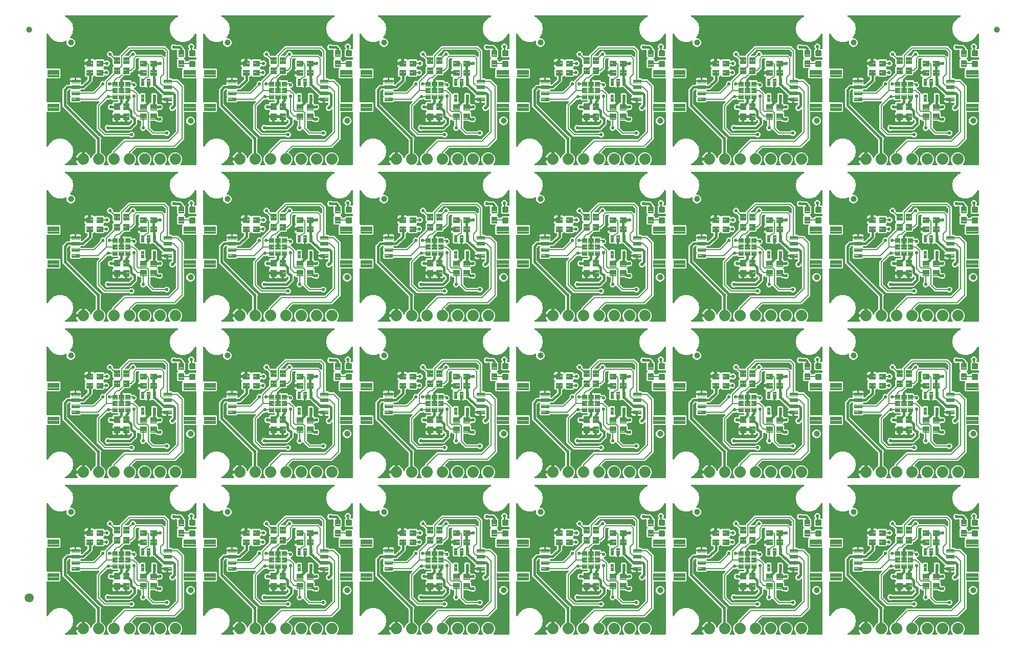
<source format=gtl>
G04 EAGLE Gerber RS-274X export*
G75*
%MOMM*%
%FSLAX34Y34*%
%LPD*%
%INTop Copper*%
%IPPOS*%
%AMOC8*
5,1,8,0,0,1.08239X$1,22.5*%
G01*
%ADD10C,0.100000*%
%ADD11C,0.096000*%
%ADD12C,0.102000*%
%ADD13C,0.300000*%
%ADD14C,1.000000*%
%ADD15C,0.099000*%
%ADD16C,1.879600*%
%ADD17C,1.500000*%
%ADD18C,0.558800*%
%ADD19C,0.406400*%
%ADD20C,0.203200*%
%ADD21C,0.254000*%

G36*
X571463Y3054D02*
X571463Y3054D01*
X571503Y3051D01*
X571621Y3074D01*
X571739Y3089D01*
X571777Y3103D01*
X571816Y3111D01*
X571924Y3162D01*
X572035Y3206D01*
X572067Y3229D01*
X572103Y3246D01*
X572196Y3322D01*
X572293Y3392D01*
X572318Y3423D01*
X572349Y3448D01*
X572419Y3545D01*
X572495Y3637D01*
X572512Y3673D01*
X572536Y3706D01*
X572580Y3817D01*
X572631Y3925D01*
X572638Y3964D01*
X572653Y4001D01*
X572668Y4120D01*
X572691Y4237D01*
X572688Y4277D01*
X572693Y4317D01*
X572678Y4435D01*
X572671Y4555D01*
X572659Y4593D01*
X572654Y4632D01*
X572610Y4743D01*
X572573Y4857D01*
X572552Y4891D01*
X572537Y4928D01*
X572451Y5064D01*
X571449Y6443D01*
X570596Y8117D01*
X570015Y9904D01*
X569975Y10161D01*
X580390Y10161D01*
X580508Y10176D01*
X580627Y10183D01*
X580665Y10196D01*
X580705Y10201D01*
X580816Y10244D01*
X580929Y10281D01*
X580963Y10303D01*
X581001Y10318D01*
X581097Y10388D01*
X581198Y10451D01*
X581226Y10481D01*
X581258Y10504D01*
X581334Y10596D01*
X581416Y10683D01*
X581435Y10718D01*
X581461Y10749D01*
X581512Y10857D01*
X581569Y10961D01*
X581580Y11001D01*
X581597Y11037D01*
X581619Y11154D01*
X581649Y11269D01*
X581653Y11330D01*
X581657Y11350D01*
X581655Y11370D01*
X581659Y11430D01*
X581659Y12701D01*
X582930Y12701D01*
X583048Y12716D01*
X583167Y12723D01*
X583205Y12736D01*
X583245Y12741D01*
X583356Y12785D01*
X583469Y12821D01*
X583504Y12843D01*
X583541Y12858D01*
X583637Y12928D01*
X583738Y12991D01*
X583766Y13021D01*
X583799Y13045D01*
X583874Y13136D01*
X583956Y13223D01*
X583976Y13258D01*
X584001Y13290D01*
X584052Y13397D01*
X584110Y13502D01*
X584120Y13541D01*
X584137Y13577D01*
X584159Y13694D01*
X584189Y13809D01*
X584193Y13870D01*
X584197Y13890D01*
X584195Y13910D01*
X584199Y13970D01*
X584199Y24385D01*
X584456Y24345D01*
X586243Y23764D01*
X587917Y22911D01*
X589438Y21806D01*
X590766Y20478D01*
X591871Y18957D01*
X592724Y17283D01*
X593314Y15466D01*
X593340Y15380D01*
X593370Y15254D01*
X593384Y15227D01*
X593392Y15198D01*
X593458Y15087D01*
X593518Y14973D01*
X593539Y14950D01*
X593554Y14924D01*
X593645Y14833D01*
X593732Y14737D01*
X593757Y14721D01*
X593779Y14699D01*
X593890Y14634D01*
X593998Y14563D01*
X594027Y14553D01*
X594052Y14537D01*
X594176Y14501D01*
X594299Y14459D01*
X594329Y14457D01*
X594358Y14449D01*
X594487Y14444D01*
X594616Y14434D01*
X594646Y14439D01*
X594676Y14438D01*
X594802Y14466D01*
X594929Y14489D01*
X594957Y14501D01*
X594986Y14508D01*
X595101Y14566D01*
X595219Y14619D01*
X595243Y14638D01*
X595270Y14652D01*
X595367Y14737D01*
X595468Y14818D01*
X595486Y14842D01*
X595508Y14862D01*
X595581Y14969D01*
X595659Y15072D01*
X595678Y15111D01*
X595687Y15125D01*
X595695Y15145D01*
X595730Y15216D01*
X597369Y19175D01*
X600585Y22391D01*
X601704Y22854D01*
X601729Y22869D01*
X601757Y22878D01*
X601867Y22947D01*
X601980Y23011D01*
X602001Y23032D01*
X602026Y23048D01*
X602115Y23142D01*
X602208Y23233D01*
X602224Y23258D01*
X602244Y23279D01*
X602307Y23393D01*
X602375Y23504D01*
X602383Y23532D01*
X602398Y23558D01*
X602430Y23684D01*
X602468Y23808D01*
X602470Y23837D01*
X602477Y23866D01*
X602487Y24027D01*
X602487Y43684D01*
X602486Y43693D01*
X602487Y43702D01*
X602470Y43826D01*
X602465Y43902D01*
X602456Y43928D01*
X602447Y43999D01*
X602444Y44008D01*
X602443Y44017D01*
X602391Y44170D01*
X601795Y45608D01*
X601790Y45616D01*
X601788Y45625D01*
X601711Y45754D01*
X601637Y45885D01*
X601631Y45891D01*
X601626Y45899D01*
X601520Y46020D01*
X549868Y97672D01*
X547115Y100424D01*
X547115Y128684D01*
X554496Y136065D01*
X558988Y136065D01*
X559119Y136081D01*
X559251Y136092D01*
X559277Y136101D01*
X559304Y136105D01*
X559426Y136153D01*
X559552Y136197D01*
X559574Y136212D01*
X559599Y136222D01*
X559706Y136299D01*
X559817Y136373D01*
X559835Y136393D01*
X559857Y136408D01*
X559941Y136511D01*
X560030Y136609D01*
X560042Y136633D01*
X560059Y136653D01*
X560116Y136773D01*
X560177Y136890D01*
X560183Y136917D01*
X560195Y136941D01*
X560220Y137071D01*
X560250Y137200D01*
X560250Y137227D01*
X560255Y137253D01*
X560247Y137385D01*
X560244Y137518D01*
X560237Y137544D01*
X560235Y137571D01*
X560194Y137697D01*
X560159Y137824D01*
X560142Y137859D01*
X560137Y137873D01*
X560125Y137892D01*
X560087Y137969D01*
X559877Y138332D01*
X559669Y139108D01*
X559669Y140501D01*
X568730Y140501D01*
X568848Y140516D01*
X568967Y140523D01*
X568974Y140525D01*
X569030Y140511D01*
X569090Y140507D01*
X569110Y140503D01*
X569130Y140505D01*
X569190Y140501D01*
X578251Y140501D01*
X578251Y139108D01*
X578043Y138332D01*
X577833Y137969D01*
X577781Y137846D01*
X577725Y137727D01*
X577720Y137700D01*
X577709Y137675D01*
X577690Y137544D01*
X577665Y137414D01*
X577667Y137388D01*
X577663Y137361D01*
X577677Y137229D01*
X577685Y137097D01*
X577693Y137071D01*
X577696Y137045D01*
X577742Y136920D01*
X577783Y136795D01*
X577797Y136772D01*
X577807Y136746D01*
X577882Y136638D01*
X577953Y136526D01*
X577973Y136507D01*
X577988Y136485D01*
X578088Y136399D01*
X578185Y136308D01*
X578209Y136295D01*
X578229Y136277D01*
X578347Y136218D01*
X578463Y136154D01*
X578489Y136148D01*
X578514Y136136D01*
X578643Y136108D01*
X578771Y136075D01*
X578809Y136073D01*
X578825Y136069D01*
X578847Y136070D01*
X578932Y136065D01*
X579371Y136065D01*
X579469Y136077D01*
X579568Y136080D01*
X579626Y136097D01*
X579686Y136105D01*
X579778Y136141D01*
X579873Y136169D01*
X579925Y136199D01*
X579982Y136222D01*
X580062Y136280D01*
X580147Y136330D01*
X580223Y136396D01*
X580239Y136408D01*
X580247Y136418D01*
X580268Y136436D01*
X588654Y144822D01*
X588714Y144900D01*
X588782Y144972D01*
X588811Y145025D01*
X588848Y145073D01*
X588888Y145164D01*
X588936Y145251D01*
X588951Y145309D01*
X588975Y145365D01*
X588990Y145463D01*
X589015Y145559D01*
X589021Y145659D01*
X589025Y145679D01*
X589023Y145691D01*
X589025Y145719D01*
X589025Y147908D01*
X589010Y148026D01*
X589003Y148145D01*
X588990Y148183D01*
X588985Y148224D01*
X588942Y148334D01*
X588905Y148447D01*
X588883Y148482D01*
X588868Y148519D01*
X588799Y148615D01*
X588735Y148716D01*
X588705Y148744D01*
X588682Y148777D01*
X588590Y148853D01*
X588503Y148934D01*
X588468Y148954D01*
X588437Y148979D01*
X588329Y149030D01*
X588225Y149088D01*
X588185Y149098D01*
X588149Y149115D01*
X588032Y149137D01*
X587917Y149167D01*
X587857Y149171D01*
X587837Y149175D01*
X587816Y149173D01*
X587756Y149177D01*
X586161Y149177D01*
X584677Y150661D01*
X584677Y161759D01*
X585500Y162581D01*
X585577Y162681D01*
X585659Y162776D01*
X585674Y162806D01*
X585695Y162833D01*
X585745Y162948D01*
X585801Y163061D01*
X585808Y163094D01*
X585821Y163125D01*
X585841Y163249D01*
X585867Y163372D01*
X585866Y163406D01*
X585871Y163439D01*
X585859Y163565D01*
X585854Y163690D01*
X585844Y163722D01*
X585841Y163755D01*
X585798Y163874D01*
X585762Y163995D01*
X585745Y164023D01*
X585733Y164055D01*
X585662Y164159D01*
X585597Y164267D01*
X585574Y164290D01*
X585555Y164318D01*
X585460Y164401D01*
X585377Y164483D01*
X584777Y165083D01*
X584376Y165776D01*
X584169Y166550D01*
X584169Y168951D01*
X590980Y168951D01*
X591098Y168966D01*
X591217Y168973D01*
X591255Y168985D01*
X591295Y168991D01*
X591406Y169034D01*
X591519Y169071D01*
X591553Y169093D01*
X591591Y169108D01*
X591687Y169177D01*
X591788Y169241D01*
X591816Y169271D01*
X591848Y169294D01*
X591924Y169386D01*
X592006Y169473D01*
X592025Y169508D01*
X592051Y169539D01*
X592102Y169647D01*
X592159Y169751D01*
X592169Y169791D01*
X592187Y169827D01*
X592209Y169944D01*
X592239Y170059D01*
X592243Y170119D01*
X592246Y170139D01*
X592245Y170160D01*
X592249Y170220D01*
X592249Y171411D01*
X593440Y171411D01*
X593558Y171426D01*
X593677Y171433D01*
X593715Y171446D01*
X593756Y171451D01*
X593866Y171495D01*
X593979Y171531D01*
X594014Y171553D01*
X594051Y171568D01*
X594147Y171638D01*
X594248Y171701D01*
X594276Y171731D01*
X594309Y171755D01*
X594385Y171846D01*
X594466Y171933D01*
X594486Y171968D01*
X594511Y172000D01*
X594562Y172107D01*
X594620Y172212D01*
X594630Y172251D01*
X594647Y172287D01*
X594669Y172404D01*
X594699Y172520D01*
X594703Y172580D01*
X594707Y172600D01*
X594705Y172620D01*
X594709Y172680D01*
X594709Y178991D01*
X597610Y178991D01*
X598384Y178784D01*
X599077Y178383D01*
X599643Y177817D01*
X599860Y177441D01*
X599936Y177341D01*
X600007Y177237D01*
X600032Y177215D01*
X600052Y177188D01*
X600151Y177110D01*
X600245Y177027D01*
X600275Y177011D01*
X600302Y176991D01*
X600417Y176939D01*
X600528Y176882D01*
X600561Y176875D01*
X600592Y176861D01*
X600716Y176840D01*
X600839Y176813D01*
X600872Y176814D01*
X600906Y176808D01*
X601031Y176818D01*
X601157Y176822D01*
X601189Y176832D01*
X601222Y176834D01*
X601341Y176876D01*
X601462Y176911D01*
X601491Y176928D01*
X601523Y176939D01*
X601628Y177008D01*
X601736Y177072D01*
X601773Y177104D01*
X601788Y177115D01*
X601802Y177131D01*
X601857Y177179D01*
X603161Y178483D01*
X615259Y178483D01*
X616743Y176999D01*
X616743Y176798D01*
X616749Y176749D01*
X616747Y176699D01*
X616769Y176592D01*
X616783Y176483D01*
X616801Y176436D01*
X616811Y176388D01*
X616859Y176289D01*
X616900Y176187D01*
X616929Y176147D01*
X616951Y176102D01*
X617022Y176018D01*
X617086Y175930D01*
X617125Y175898D01*
X617157Y175860D01*
X617247Y175797D01*
X617331Y175727D01*
X617376Y175706D01*
X617417Y175677D01*
X617520Y175638D01*
X617619Y175591D01*
X617668Y175582D01*
X617714Y175564D01*
X617824Y175552D01*
X617931Y175531D01*
X617981Y175535D01*
X618030Y175529D01*
X618139Y175544D01*
X618249Y175551D01*
X618296Y175567D01*
X618345Y175573D01*
X618498Y175626D01*
X620070Y176277D01*
X621990Y176277D01*
X623764Y175542D01*
X625122Y174184D01*
X625857Y172410D01*
X625857Y170490D01*
X625122Y168716D01*
X623764Y167358D01*
X621990Y166623D01*
X620070Y166623D01*
X618498Y167274D01*
X618450Y167288D01*
X618405Y167309D01*
X618297Y167329D01*
X618191Y167358D01*
X618141Y167359D01*
X618092Y167369D01*
X617983Y167362D01*
X617873Y167363D01*
X617825Y167352D01*
X617775Y167349D01*
X617671Y167315D01*
X617564Y167289D01*
X617520Y167266D01*
X617473Y167251D01*
X617380Y167192D01*
X617283Y167141D01*
X617246Y167107D01*
X617204Y167081D01*
X617129Y167001D01*
X617047Y166927D01*
X617020Y166885D01*
X616986Y166849D01*
X616933Y166753D01*
X616873Y166661D01*
X616856Y166614D01*
X616832Y166570D01*
X616805Y166464D01*
X616769Y166360D01*
X616765Y166311D01*
X616753Y166263D01*
X616743Y166102D01*
X616743Y165901D01*
X615569Y164728D01*
X615496Y164633D01*
X615418Y164544D01*
X615399Y164508D01*
X615374Y164476D01*
X615327Y164367D01*
X615273Y164261D01*
X615264Y164221D01*
X615248Y164184D01*
X615229Y164067D01*
X615203Y163951D01*
X615205Y163910D01*
X615198Y163870D01*
X615209Y163752D01*
X615213Y163633D01*
X615224Y163594D01*
X615228Y163554D01*
X615268Y163441D01*
X615301Y163327D01*
X615322Y163293D01*
X615336Y163254D01*
X615402Y163156D01*
X615463Y163053D01*
X615503Y163008D01*
X615514Y162991D01*
X615529Y162978D01*
X615569Y162933D01*
X616806Y161695D01*
X616811Y161674D01*
X616859Y161575D01*
X616900Y161473D01*
X616929Y161433D01*
X616951Y161388D01*
X617022Y161305D01*
X617086Y161216D01*
X617125Y161184D01*
X617157Y161146D01*
X617247Y161083D01*
X617331Y161013D01*
X617376Y160992D01*
X617417Y160963D01*
X617520Y160924D01*
X617619Y160877D01*
X617668Y160868D01*
X617714Y160850D01*
X617824Y160838D01*
X617931Y160817D01*
X617981Y160821D01*
X618030Y160815D01*
X618139Y160830D01*
X618249Y160837D01*
X618296Y160853D01*
X618345Y160859D01*
X618498Y160912D01*
X618800Y161037D01*
X620720Y161037D01*
X622494Y160302D01*
X623852Y158944D01*
X624587Y157170D01*
X624587Y155250D01*
X623852Y153476D01*
X622494Y152118D01*
X620720Y151383D01*
X618800Y151383D01*
X618498Y151508D01*
X618450Y151522D01*
X618405Y151543D01*
X618297Y151563D01*
X618191Y151592D01*
X618141Y151593D01*
X618092Y151603D01*
X617983Y151596D01*
X617873Y151597D01*
X617825Y151586D01*
X617775Y151583D01*
X617671Y151549D01*
X617564Y151523D01*
X617520Y151500D01*
X617473Y151485D01*
X617380Y151426D01*
X617283Y151375D01*
X617246Y151341D01*
X617204Y151315D01*
X617129Y151235D01*
X617047Y151161D01*
X617020Y151119D01*
X616986Y151083D01*
X616933Y150987D01*
X616873Y150895D01*
X616856Y150848D01*
X616832Y150804D01*
X616814Y150732D01*
X615259Y149177D01*
X603161Y149177D01*
X601608Y150731D01*
X601513Y150804D01*
X601424Y150882D01*
X601388Y150901D01*
X601356Y150926D01*
X601247Y150973D01*
X601141Y151027D01*
X601102Y151036D01*
X601064Y151052D01*
X600947Y151071D01*
X600831Y151097D01*
X600790Y151095D01*
X600750Y151102D01*
X600632Y151091D01*
X600513Y151087D01*
X600474Y151076D01*
X600434Y151072D01*
X600321Y151032D01*
X600207Y150999D01*
X600173Y150978D01*
X600134Y150964D01*
X600036Y150898D01*
X599933Y150837D01*
X599888Y150797D01*
X599871Y150786D01*
X599858Y150771D01*
X599813Y150731D01*
X598240Y149158D01*
X598187Y149155D01*
X598149Y149142D01*
X598108Y149137D01*
X597998Y149094D01*
X597885Y149057D01*
X597850Y149035D01*
X597813Y149020D01*
X597717Y148951D01*
X597616Y148887D01*
X597588Y148857D01*
X597555Y148834D01*
X597479Y148742D01*
X597398Y148655D01*
X597378Y148620D01*
X597353Y148589D01*
X597302Y148481D01*
X597244Y148377D01*
X597234Y148337D01*
X597217Y148301D01*
X597195Y148184D01*
X597165Y148069D01*
X597161Y148009D01*
X597157Y147989D01*
X597159Y147968D01*
X597155Y147908D01*
X597155Y141826D01*
X583264Y127935D01*
X578415Y127935D01*
X578277Y127918D01*
X578139Y127905D01*
X578120Y127898D01*
X578099Y127895D01*
X577970Y127844D01*
X577839Y127797D01*
X577822Y127786D01*
X577804Y127778D01*
X577691Y127697D01*
X577576Y127619D01*
X577563Y127603D01*
X577546Y127592D01*
X577458Y127484D01*
X577366Y127380D01*
X577356Y127362D01*
X577344Y127347D01*
X577284Y127221D01*
X577221Y127097D01*
X577217Y127077D01*
X577208Y127059D01*
X577182Y126923D01*
X577151Y126787D01*
X577152Y126766D01*
X577148Y126747D01*
X577157Y126608D01*
X577161Y126469D01*
X577167Y126449D01*
X577168Y126429D01*
X577211Y126297D01*
X577249Y126163D01*
X577260Y126146D01*
X577266Y126127D01*
X577340Y126009D01*
X577411Y125889D01*
X577430Y125868D01*
X577436Y125858D01*
X577451Y125844D01*
X577517Y125768D01*
X577866Y125420D01*
X577944Y125360D01*
X578016Y125292D01*
X578069Y125263D01*
X578117Y125226D01*
X578208Y125186D01*
X578294Y125138D01*
X578353Y125123D01*
X578409Y125099D01*
X578506Y125084D01*
X578602Y125059D01*
X578702Y125053D01*
X578723Y125049D01*
X578735Y125051D01*
X578763Y125049D01*
X597731Y125049D01*
X597830Y125061D01*
X597929Y125064D01*
X597987Y125081D01*
X598047Y125089D01*
X598139Y125125D01*
X598234Y125153D01*
X598286Y125183D01*
X598343Y125206D01*
X598423Y125264D01*
X598508Y125314D01*
X598583Y125380D01*
X598600Y125392D01*
X598608Y125402D01*
X598629Y125420D01*
X609256Y136047D01*
X609316Y136125D01*
X609384Y136197D01*
X609413Y136250D01*
X609450Y136298D01*
X609490Y136389D01*
X609538Y136476D01*
X609553Y136535D01*
X609577Y136590D01*
X609592Y136688D01*
X609617Y136784D01*
X609623Y136884D01*
X609627Y136904D01*
X609625Y136917D01*
X609627Y136945D01*
X609627Y138260D01*
X610362Y140034D01*
X611720Y141392D01*
X613494Y142127D01*
X615414Y142127D01*
X615473Y142102D01*
X615501Y142095D01*
X615528Y142081D01*
X615654Y142053D01*
X615779Y142018D01*
X615809Y142018D01*
X615838Y142012D01*
X615968Y142015D01*
X616097Y142013D01*
X616126Y142020D01*
X616156Y142021D01*
X616281Y142057D01*
X616407Y142088D01*
X616433Y142101D01*
X616461Y142110D01*
X616573Y142175D01*
X616688Y142236D01*
X616710Y142256D01*
X616735Y142271D01*
X616856Y142378D01*
X618869Y144390D01*
X630136Y155657D01*
X630196Y155735D01*
X630264Y155807D01*
X630293Y155860D01*
X630330Y155908D01*
X630370Y155999D01*
X630418Y156086D01*
X630433Y156145D01*
X630457Y156200D01*
X630472Y156298D01*
X630497Y156394D01*
X630503Y156494D01*
X630507Y156514D01*
X630505Y156527D01*
X630507Y156555D01*
X630507Y165189D01*
X632061Y166742D01*
X632134Y166837D01*
X632212Y166926D01*
X632231Y166962D01*
X632256Y166994D01*
X632303Y167103D01*
X632357Y167209D01*
X632366Y167248D01*
X632382Y167286D01*
X632401Y167403D01*
X632427Y167519D01*
X632425Y167560D01*
X632432Y167600D01*
X632421Y167718D01*
X632417Y167837D01*
X632406Y167876D01*
X632402Y167916D01*
X632362Y168029D01*
X632329Y168143D01*
X632308Y168177D01*
X632294Y168216D01*
X632228Y168314D01*
X632167Y168417D01*
X632127Y168462D01*
X632116Y168479D01*
X632101Y168492D01*
X632061Y168537D01*
X630507Y170091D01*
X630507Y177455D01*
X630495Y177554D01*
X630492Y177653D01*
X630475Y177711D01*
X630467Y177771D01*
X630431Y177863D01*
X630403Y177958D01*
X630373Y178010D01*
X630350Y178067D01*
X630292Y178147D01*
X630242Y178232D01*
X630176Y178307D01*
X630164Y178324D01*
X630154Y178332D01*
X630136Y178353D01*
X626997Y181492D01*
X626919Y181552D01*
X626847Y181620D01*
X626794Y181649D01*
X626746Y181686D01*
X626655Y181726D01*
X626568Y181774D01*
X626509Y181789D01*
X626454Y181813D01*
X626356Y181828D01*
X626260Y181853D01*
X626160Y181859D01*
X626140Y181863D01*
X626127Y181861D01*
X626099Y181863D01*
X625150Y181863D01*
X623376Y182598D01*
X622018Y183956D01*
X621283Y185730D01*
X621283Y187650D01*
X622018Y189424D01*
X623376Y190782D01*
X625150Y191517D01*
X627070Y191517D01*
X628844Y190782D01*
X630202Y189424D01*
X630937Y187650D01*
X630937Y186701D01*
X630949Y186602D01*
X630952Y186503D01*
X630969Y186445D01*
X630977Y186385D01*
X631013Y186293D01*
X631041Y186198D01*
X631071Y186146D01*
X631094Y186089D01*
X631152Y186009D01*
X631202Y185924D01*
X631268Y185849D01*
X631280Y185832D01*
X631290Y185824D01*
X631308Y185803D01*
X633067Y184044D01*
X633145Y183984D01*
X633217Y183916D01*
X633270Y183887D01*
X633318Y183850D01*
X633409Y183810D01*
X633496Y183762D01*
X633554Y183747D01*
X633610Y183723D01*
X633708Y183708D01*
X633804Y183683D01*
X633904Y183677D01*
X633924Y183673D01*
X633937Y183675D01*
X633965Y183673D01*
X640842Y183673D01*
X640960Y183688D01*
X641079Y183695D01*
X641117Y183708D01*
X641158Y183713D01*
X641268Y183756D01*
X641381Y183793D01*
X641416Y183815D01*
X641453Y183830D01*
X641549Y183899D01*
X641650Y183963D01*
X641678Y183993D01*
X641711Y184016D01*
X641787Y184108D01*
X641868Y184195D01*
X641888Y184230D01*
X641913Y184261D01*
X641964Y184369D01*
X642022Y184473D01*
X642032Y184513D01*
X642049Y184549D01*
X642071Y184666D01*
X642101Y184781D01*
X642105Y184841D01*
X642109Y184861D01*
X642107Y184882D01*
X642111Y184942D01*
X642111Y185413D01*
X654694Y197995D01*
X656851Y200153D01*
X717289Y200153D01*
X724155Y193287D01*
X724155Y148302D01*
X724170Y148184D01*
X724177Y148065D01*
X724190Y148027D01*
X724195Y147986D01*
X724238Y147876D01*
X724275Y147763D01*
X724297Y147728D01*
X724312Y147691D01*
X724381Y147595D01*
X724445Y147494D01*
X724475Y147466D01*
X724498Y147433D01*
X724590Y147357D01*
X724677Y147276D01*
X724712Y147256D01*
X724743Y147231D01*
X724851Y147180D01*
X724955Y147122D01*
X724995Y147112D01*
X725031Y147095D01*
X725148Y147073D01*
X725263Y147043D01*
X725323Y147039D01*
X725343Y147035D01*
X725364Y147037D01*
X725424Y147033D01*
X728399Y147033D01*
X730011Y145420D01*
X730090Y145360D01*
X730162Y145292D01*
X730215Y145263D01*
X730263Y145226D01*
X730354Y145186D01*
X730440Y145138D01*
X730499Y145123D01*
X730555Y145099D01*
X730653Y145084D01*
X730748Y145059D01*
X730848Y145053D01*
X730869Y145049D01*
X730881Y145051D01*
X730909Y145049D01*
X738103Y145049D01*
X748619Y134533D01*
X748619Y108302D01*
X748634Y108184D01*
X748641Y108065D01*
X748654Y108027D01*
X748659Y107986D01*
X748702Y107876D01*
X748739Y107763D01*
X748761Y107728D01*
X748776Y107691D01*
X748845Y107595D01*
X748909Y107494D01*
X748939Y107466D01*
X748962Y107433D01*
X749054Y107357D01*
X749141Y107276D01*
X749176Y107256D01*
X749207Y107231D01*
X749315Y107180D01*
X749419Y107122D01*
X749459Y107112D01*
X749495Y107095D01*
X749612Y107073D01*
X749727Y107043D01*
X749787Y107039D01*
X749807Y107035D01*
X749828Y107037D01*
X749888Y107033D01*
X767842Y107033D01*
X767960Y107048D01*
X768079Y107055D01*
X768117Y107068D01*
X768158Y107073D01*
X768268Y107116D01*
X768381Y107153D01*
X768416Y107175D01*
X768453Y107190D01*
X768549Y107259D01*
X768650Y107323D01*
X768678Y107353D01*
X768711Y107376D01*
X768787Y107468D01*
X768868Y107555D01*
X768888Y107590D01*
X768913Y107621D01*
X768964Y107729D01*
X769022Y107833D01*
X769032Y107873D01*
X769049Y107909D01*
X769071Y108026D01*
X769101Y108141D01*
X769105Y108201D01*
X769109Y108221D01*
X769107Y108242D01*
X769111Y108302D01*
X769111Y145698D01*
X769096Y145816D01*
X769089Y145935D01*
X769076Y145973D01*
X769071Y146014D01*
X769028Y146124D01*
X768991Y146237D01*
X768969Y146272D01*
X768954Y146309D01*
X768885Y146405D01*
X768821Y146506D01*
X768791Y146534D01*
X768768Y146567D01*
X768676Y146643D01*
X768589Y146724D01*
X768554Y146744D01*
X768523Y146769D01*
X768415Y146820D01*
X768311Y146878D01*
X768271Y146888D01*
X768235Y146905D01*
X768118Y146927D01*
X768003Y146957D01*
X767943Y146961D01*
X767923Y146965D01*
X767902Y146963D01*
X767842Y146967D01*
X747295Y146967D01*
X745823Y148439D01*
X745823Y161561D01*
X745895Y161632D01*
X745980Y161742D01*
X746069Y161849D01*
X746078Y161868D01*
X746090Y161884D01*
X746145Y162011D01*
X746204Y162137D01*
X746208Y162157D01*
X746216Y162176D01*
X746238Y162313D01*
X746264Y162450D01*
X746263Y162470D01*
X746266Y162490D01*
X746253Y162629D01*
X746244Y162767D01*
X746238Y162786D01*
X746236Y162806D01*
X746189Y162938D01*
X746146Y163069D01*
X746136Y163086D01*
X746129Y163106D01*
X746051Y163221D01*
X745976Y163338D01*
X745962Y163352D01*
X745950Y163369D01*
X745846Y163461D01*
X745745Y163556D01*
X745727Y163566D01*
X745712Y163579D01*
X745588Y163643D01*
X745466Y163710D01*
X745447Y163715D01*
X745429Y163724D01*
X745292Y163754D01*
X745158Y163789D01*
X745130Y163791D01*
X745118Y163794D01*
X745098Y163793D01*
X744998Y163799D01*
X738163Y163799D01*
X736679Y165283D01*
X736679Y177381D01*
X738233Y178934D01*
X738306Y179029D01*
X738384Y179118D01*
X738403Y179154D01*
X738428Y179186D01*
X738475Y179295D01*
X738529Y179401D01*
X738538Y179440D01*
X738554Y179478D01*
X738573Y179595D01*
X738599Y179711D01*
X738597Y179752D01*
X738604Y179792D01*
X738593Y179910D01*
X738589Y180029D01*
X738578Y180068D01*
X738574Y180108D01*
X738534Y180221D01*
X738501Y180335D01*
X738480Y180369D01*
X738466Y180408D01*
X738400Y180506D01*
X738339Y180609D01*
X738299Y180654D01*
X738288Y180671D01*
X738273Y180684D01*
X738233Y180729D01*
X736679Y182283D01*
X736679Y192786D01*
X736664Y192904D01*
X736657Y193023D01*
X736644Y193061D01*
X736639Y193102D01*
X736596Y193212D01*
X736559Y193325D01*
X736537Y193360D01*
X736522Y193397D01*
X736453Y193493D01*
X736389Y193594D01*
X736359Y193622D01*
X736336Y193655D01*
X736244Y193731D01*
X736157Y193812D01*
X736122Y193832D01*
X736091Y193857D01*
X735983Y193908D01*
X735879Y193966D01*
X735839Y193976D01*
X735803Y193993D01*
X735686Y194015D01*
X735571Y194045D01*
X735511Y194049D01*
X735491Y194053D01*
X735470Y194051D01*
X735410Y194055D01*
X734572Y194055D01*
X734563Y194054D01*
X734554Y194055D01*
X734405Y194034D01*
X734257Y194015D01*
X734248Y194012D01*
X734239Y194011D01*
X734086Y193959D01*
X732480Y193293D01*
X730560Y193293D01*
X728786Y194028D01*
X727428Y195386D01*
X726693Y197160D01*
X726693Y199080D01*
X727428Y200854D01*
X728786Y202212D01*
X730560Y202947D01*
X732480Y202947D01*
X734086Y202281D01*
X734095Y202279D01*
X734104Y202274D01*
X734249Y202237D01*
X734393Y202197D01*
X734402Y202197D01*
X734411Y202195D01*
X734572Y202185D01*
X743228Y202185D01*
X747777Y197636D01*
X747777Y197134D01*
X747792Y197016D01*
X747799Y196897D01*
X747812Y196859D01*
X747817Y196818D01*
X747860Y196708D01*
X747897Y196595D01*
X747919Y196560D01*
X747934Y196523D01*
X748003Y196427D01*
X748067Y196326D01*
X748097Y196298D01*
X748120Y196265D01*
X748212Y196189D01*
X748299Y196108D01*
X748334Y196088D01*
X748365Y196063D01*
X748473Y196012D01*
X748577Y195954D01*
X748617Y195944D01*
X748653Y195927D01*
X748770Y195905D01*
X748885Y195875D01*
X748945Y195871D01*
X748965Y195867D01*
X748986Y195869D01*
X749046Y195865D01*
X749261Y195865D01*
X750745Y194381D01*
X750745Y182283D01*
X749191Y180729D01*
X749118Y180635D01*
X749040Y180546D01*
X749021Y180510D01*
X748996Y180478D01*
X748949Y180369D01*
X748895Y180263D01*
X748886Y180224D01*
X748870Y180186D01*
X748851Y180069D01*
X748825Y179953D01*
X748827Y179912D01*
X748820Y179872D01*
X748831Y179753D01*
X748835Y179635D01*
X748846Y179596D01*
X748850Y179556D01*
X748890Y179444D01*
X748923Y179329D01*
X748944Y179294D01*
X748958Y179256D01*
X749025Y179158D01*
X749085Y179055D01*
X749125Y179010D01*
X749136Y178993D01*
X749151Y178980D01*
X749191Y178934D01*
X750745Y177381D01*
X750745Y175650D01*
X750760Y175532D01*
X750767Y175413D01*
X750780Y175375D01*
X750785Y175334D01*
X750828Y175224D01*
X750865Y175111D01*
X750887Y175076D01*
X750902Y175039D01*
X750971Y174943D01*
X751035Y174842D01*
X751065Y174814D01*
X751088Y174781D01*
X751180Y174705D01*
X751267Y174624D01*
X751302Y174604D01*
X751333Y174579D01*
X751441Y174528D01*
X751545Y174470D01*
X751585Y174460D01*
X751621Y174443D01*
X751738Y174421D01*
X751853Y174391D01*
X751913Y174387D01*
X751933Y174383D01*
X751954Y174385D01*
X752014Y174381D01*
X753952Y174381D01*
X754070Y174396D01*
X754189Y174403D01*
X754227Y174416D01*
X754268Y174421D01*
X754378Y174464D01*
X754491Y174501D01*
X754526Y174523D01*
X754563Y174538D01*
X754659Y174607D01*
X754760Y174671D01*
X754788Y174701D01*
X754821Y174724D01*
X754897Y174816D01*
X754978Y174903D01*
X754998Y174938D01*
X755023Y174969D01*
X755074Y175077D01*
X755132Y175181D01*
X755142Y175221D01*
X755159Y175257D01*
X755181Y175374D01*
X755211Y175489D01*
X755212Y175508D01*
X757291Y177587D01*
X767371Y177587D01*
X767449Y177550D01*
X767469Y177546D01*
X767487Y177538D01*
X767625Y177516D01*
X767762Y177490D01*
X767782Y177492D01*
X767802Y177488D01*
X767940Y177501D01*
X768079Y177510D01*
X768098Y177516D01*
X768118Y177518D01*
X768249Y177565D01*
X768381Y177608D01*
X768398Y177619D01*
X768417Y177626D01*
X768533Y177704D01*
X768650Y177778D01*
X768664Y177793D01*
X768681Y177804D01*
X768773Y177909D01*
X768868Y178010D01*
X768878Y178028D01*
X768891Y178043D01*
X768954Y178167D01*
X769022Y178288D01*
X769027Y178308D01*
X769036Y178326D01*
X769066Y178462D01*
X769101Y178596D01*
X769103Y178624D01*
X769105Y178636D01*
X769105Y178656D01*
X769111Y178757D01*
X769111Y179891D01*
X769094Y180029D01*
X769081Y180168D01*
X769074Y180187D01*
X769071Y180207D01*
X769020Y180336D01*
X768973Y180467D01*
X768962Y180484D01*
X768954Y180502D01*
X768873Y180615D01*
X768794Y180730D01*
X768779Y180743D01*
X768768Y180760D01*
X768660Y180849D01*
X768556Y180940D01*
X768538Y180949D01*
X768523Y180962D01*
X768396Y181022D01*
X768273Y181085D01*
X768253Y181089D01*
X768235Y181098D01*
X768099Y181124D01*
X767962Y181155D01*
X767942Y181154D01*
X767923Y181158D01*
X767784Y181149D01*
X767645Y181145D01*
X767625Y181139D01*
X767605Y181138D01*
X767473Y181095D01*
X767356Y181061D01*
X757291Y181061D01*
X755221Y183131D01*
X755221Y193057D01*
X756831Y194667D01*
X756905Y194762D01*
X756983Y194851D01*
X757002Y194887D01*
X757026Y194919D01*
X757074Y195028D01*
X757128Y195134D01*
X757137Y195173D01*
X757153Y195211D01*
X757171Y195328D01*
X757197Y195444D01*
X757196Y195485D01*
X757203Y195525D01*
X757191Y195643D01*
X757188Y195762D01*
X757177Y195801D01*
X757173Y195841D01*
X757132Y195954D01*
X757099Y196068D01*
X757079Y196102D01*
X757065Y196141D01*
X756998Y196239D01*
X756938Y196342D01*
X756898Y196387D01*
X756887Y196404D01*
X756871Y196417D01*
X756831Y196462D01*
X756638Y196656D01*
X755903Y198430D01*
X755903Y200350D01*
X756638Y202124D01*
X757996Y203482D01*
X759770Y204217D01*
X761690Y204217D01*
X763464Y203482D01*
X764822Y202124D01*
X765557Y200350D01*
X765557Y198430D01*
X764915Y196882D01*
X764902Y196834D01*
X764881Y196789D01*
X764861Y196681D01*
X764832Y196575D01*
X764831Y196525D01*
X764821Y196476D01*
X764828Y196367D01*
X764826Y196257D01*
X764838Y196208D01*
X764841Y196159D01*
X764875Y196055D01*
X764901Y195948D01*
X764924Y195904D01*
X764939Y195857D01*
X764998Y195764D01*
X765049Y195667D01*
X765083Y195630D01*
X765109Y195588D01*
X765189Y195513D01*
X765263Y195431D01*
X765305Y195404D01*
X765341Y195370D01*
X765437Y195317D01*
X765529Y195257D01*
X765576Y195240D01*
X765619Y195216D01*
X765726Y195189D01*
X765830Y195153D01*
X765879Y195149D01*
X765927Y195137D01*
X766088Y195127D01*
X767371Y195127D01*
X767449Y195090D01*
X767469Y195086D01*
X767487Y195078D01*
X767625Y195056D01*
X767762Y195030D01*
X767782Y195032D01*
X767802Y195028D01*
X767940Y195041D01*
X768079Y195050D01*
X768098Y195056D01*
X768118Y195058D01*
X768249Y195105D01*
X768381Y195148D01*
X768398Y195159D01*
X768417Y195166D01*
X768533Y195244D01*
X768650Y195318D01*
X768664Y195333D01*
X768681Y195344D01*
X768773Y195449D01*
X768868Y195550D01*
X768878Y195568D01*
X768891Y195583D01*
X768954Y195707D01*
X769022Y195828D01*
X769027Y195848D01*
X769036Y195866D01*
X769066Y196002D01*
X769101Y196136D01*
X769103Y196164D01*
X769105Y196176D01*
X769105Y196196D01*
X769111Y196297D01*
X769111Y219395D01*
X769093Y219540D01*
X769078Y219685D01*
X769073Y219697D01*
X769071Y219711D01*
X769018Y219846D01*
X768967Y219983D01*
X768959Y219994D01*
X768954Y220006D01*
X768869Y220124D01*
X768786Y220244D01*
X768775Y220253D01*
X768768Y220264D01*
X768656Y220357D01*
X768545Y220452D01*
X768533Y220458D01*
X768523Y220467D01*
X768391Y220528D01*
X768260Y220594D01*
X768247Y220596D01*
X768235Y220602D01*
X768093Y220629D01*
X767949Y220660D01*
X767936Y220659D01*
X767923Y220662D01*
X767778Y220653D01*
X767632Y220647D01*
X767619Y220643D01*
X767605Y220642D01*
X767467Y220597D01*
X767327Y220555D01*
X767315Y220548D01*
X767303Y220544D01*
X767180Y220466D01*
X767055Y220391D01*
X767045Y220381D01*
X767034Y220374D01*
X766934Y220268D01*
X766832Y220164D01*
X766822Y220149D01*
X766816Y220142D01*
X766808Y220127D01*
X766743Y220030D01*
X763555Y214508D01*
X757722Y209613D01*
X750567Y207009D01*
X742953Y207009D01*
X735798Y209613D01*
X729965Y214508D01*
X726158Y221102D01*
X724836Y228600D01*
X726158Y236098D01*
X729965Y242692D01*
X735798Y247587D01*
X738278Y248489D01*
X738365Y248534D01*
X738456Y248570D01*
X738506Y248606D01*
X738561Y248635D01*
X738634Y248699D01*
X738713Y248756D01*
X738753Y248804D01*
X738799Y248846D01*
X738854Y248926D01*
X738916Y249001D01*
X738942Y249058D01*
X738977Y249109D01*
X739010Y249201D01*
X739051Y249289D01*
X739063Y249350D01*
X739084Y249409D01*
X739093Y249506D01*
X739111Y249602D01*
X739107Y249664D01*
X739113Y249726D01*
X739097Y249822D01*
X739091Y249919D01*
X739072Y249978D01*
X739062Y250040D01*
X739023Y250129D01*
X738993Y250221D01*
X738960Y250274D01*
X738935Y250331D01*
X738875Y250408D01*
X738823Y250490D01*
X738778Y250533D01*
X738739Y250582D01*
X738662Y250641D01*
X738591Y250708D01*
X738537Y250738D01*
X738488Y250776D01*
X738398Y250815D01*
X738313Y250862D01*
X738253Y250877D01*
X738195Y250902D01*
X738099Y250917D01*
X738005Y250941D01*
X737901Y250948D01*
X737881Y250951D01*
X737870Y250950D01*
X737844Y250951D01*
X552476Y250951D01*
X552379Y250939D01*
X552282Y250936D01*
X552222Y250919D01*
X552160Y250911D01*
X552070Y250876D01*
X551976Y250849D01*
X551922Y250817D01*
X551864Y250794D01*
X551786Y250737D01*
X551702Y250688D01*
X551658Y250644D01*
X551607Y250608D01*
X551545Y250532D01*
X551476Y250464D01*
X551444Y250411D01*
X551404Y250363D01*
X551363Y250275D01*
X551313Y250191D01*
X551295Y250131D01*
X551269Y250075D01*
X551251Y249979D01*
X551223Y249886D01*
X551221Y249824D01*
X551209Y249763D01*
X551215Y249665D01*
X551212Y249568D01*
X551225Y249507D01*
X551229Y249445D01*
X551259Y249352D01*
X551280Y249257D01*
X551308Y249202D01*
X551327Y249143D01*
X551379Y249060D01*
X551423Y248973D01*
X551464Y248927D01*
X551497Y248874D01*
X551568Y248807D01*
X551632Y248734D01*
X551683Y248699D01*
X551729Y248656D01*
X551814Y248609D01*
X551894Y248554D01*
X551990Y248512D01*
X552007Y248502D01*
X552018Y248500D01*
X552042Y248489D01*
X554522Y247587D01*
X560355Y242692D01*
X564162Y236098D01*
X565484Y228600D01*
X564162Y221102D01*
X560452Y214677D01*
X560401Y214554D01*
X560344Y214435D01*
X560339Y214408D01*
X560329Y214383D01*
X560309Y214252D01*
X560285Y214122D01*
X560286Y214096D01*
X560282Y214069D01*
X560296Y213937D01*
X560304Y213805D01*
X560313Y213779D01*
X560316Y213753D01*
X560362Y213628D01*
X560402Y213503D01*
X560417Y213480D01*
X560426Y213454D01*
X560502Y213346D01*
X560573Y213234D01*
X560592Y213215D01*
X560608Y213193D01*
X560708Y213107D01*
X560804Y213016D01*
X560828Y213003D01*
X560848Y212985D01*
X560967Y212926D01*
X561083Y212862D01*
X561109Y212856D01*
X561133Y212844D01*
X561263Y212816D01*
X561391Y212783D01*
X561429Y212781D01*
X561444Y212777D01*
X561466Y212778D01*
X561551Y212773D01*
X562739Y212773D01*
X565324Y211702D01*
X567302Y209724D01*
X568373Y207139D01*
X568373Y204341D01*
X567302Y201756D01*
X565324Y199778D01*
X562739Y198707D01*
X559941Y198707D01*
X557356Y199778D01*
X555378Y201756D01*
X554307Y204341D01*
X554307Y207139D01*
X554372Y207296D01*
X554402Y207403D01*
X554439Y207508D01*
X554444Y207556D01*
X554456Y207602D01*
X554458Y207714D01*
X554468Y207825D01*
X554460Y207872D01*
X554461Y207920D01*
X554435Y208029D01*
X554417Y208139D01*
X554398Y208183D01*
X554387Y208230D01*
X554335Y208328D01*
X554290Y208431D01*
X554261Y208468D01*
X554238Y208511D01*
X554163Y208593D01*
X554095Y208681D01*
X554057Y208711D01*
X554024Y208746D01*
X553931Y208807D01*
X553843Y208876D01*
X553799Y208894D01*
X553759Y208921D01*
X553653Y208957D01*
X553551Y209001D01*
X553503Y209009D01*
X553458Y209024D01*
X553347Y209033D01*
X553237Y209050D01*
X553189Y209046D01*
X553141Y209049D01*
X553031Y209030D01*
X552920Y209020D01*
X552849Y208999D01*
X552828Y208995D01*
X552811Y208988D01*
X552765Y208974D01*
X547367Y207009D01*
X539753Y207009D01*
X532598Y209613D01*
X526765Y214508D01*
X523577Y220030D01*
X523489Y220146D01*
X523404Y220264D01*
X523393Y220272D01*
X523385Y220283D01*
X523271Y220373D01*
X523159Y220467D01*
X523146Y220472D01*
X523136Y220481D01*
X523002Y220540D01*
X522871Y220602D01*
X522858Y220605D01*
X522845Y220610D01*
X522701Y220635D01*
X522558Y220662D01*
X522545Y220661D01*
X522532Y220663D01*
X522386Y220651D01*
X522241Y220642D01*
X522228Y220638D01*
X522215Y220637D01*
X522077Y220589D01*
X521939Y220544D01*
X521927Y220537D01*
X521914Y220532D01*
X521793Y220452D01*
X521670Y220374D01*
X521661Y220364D01*
X521649Y220357D01*
X521552Y220249D01*
X521452Y220142D01*
X521445Y220130D01*
X521436Y220120D01*
X521369Y219992D01*
X521298Y219864D01*
X521295Y219851D01*
X521289Y219839D01*
X521255Y219697D01*
X521219Y219556D01*
X521218Y219538D01*
X521216Y219529D01*
X521216Y219512D01*
X521209Y219395D01*
X521209Y164302D01*
X521224Y164184D01*
X521231Y164065D01*
X521244Y164027D01*
X521249Y163986D01*
X521292Y163876D01*
X521329Y163763D01*
X521351Y163728D01*
X521366Y163691D01*
X521435Y163595D01*
X521499Y163494D01*
X521529Y163466D01*
X521552Y163433D01*
X521644Y163357D01*
X521731Y163276D01*
X521766Y163256D01*
X521797Y163231D01*
X521905Y163180D01*
X522009Y163122D01*
X522049Y163112D01*
X522085Y163095D01*
X522202Y163073D01*
X522317Y163043D01*
X522377Y163039D01*
X522397Y163035D01*
X522418Y163037D01*
X522478Y163033D01*
X542771Y163033D01*
X544243Y161561D01*
X544243Y148439D01*
X542771Y146967D01*
X522478Y146967D01*
X522360Y146952D01*
X522241Y146945D01*
X522203Y146932D01*
X522162Y146927D01*
X522052Y146884D01*
X521939Y146847D01*
X521904Y146825D01*
X521867Y146810D01*
X521771Y146741D01*
X521670Y146677D01*
X521642Y146647D01*
X521609Y146624D01*
X521533Y146532D01*
X521452Y146445D01*
X521432Y146410D01*
X521407Y146379D01*
X521356Y146271D01*
X521298Y146167D01*
X521288Y146127D01*
X521271Y146091D01*
X521249Y145974D01*
X521219Y145859D01*
X521215Y145799D01*
X521211Y145779D01*
X521213Y145758D01*
X521209Y145698D01*
X521209Y108302D01*
X521224Y108184D01*
X521231Y108065D01*
X521244Y108027D01*
X521249Y107986D01*
X521292Y107876D01*
X521329Y107763D01*
X521351Y107728D01*
X521366Y107691D01*
X521435Y107595D01*
X521499Y107494D01*
X521529Y107466D01*
X521552Y107433D01*
X521644Y107357D01*
X521731Y107276D01*
X521766Y107256D01*
X521797Y107231D01*
X521905Y107180D01*
X522009Y107122D01*
X522049Y107112D01*
X522085Y107095D01*
X522202Y107073D01*
X522317Y107043D01*
X522377Y107039D01*
X522397Y107035D01*
X522418Y107037D01*
X522478Y107033D01*
X542771Y107033D01*
X544243Y105561D01*
X544243Y92439D01*
X542771Y90967D01*
X522478Y90967D01*
X522360Y90952D01*
X522241Y90945D01*
X522203Y90932D01*
X522162Y90927D01*
X522052Y90884D01*
X521939Y90847D01*
X521904Y90825D01*
X521867Y90810D01*
X521771Y90741D01*
X521670Y90677D01*
X521642Y90647D01*
X521609Y90624D01*
X521533Y90532D01*
X521452Y90445D01*
X521432Y90410D01*
X521407Y90379D01*
X521356Y90271D01*
X521298Y90167D01*
X521288Y90127D01*
X521271Y90091D01*
X521249Y89974D01*
X521219Y89859D01*
X521215Y89799D01*
X521211Y89779D01*
X521213Y89758D01*
X521209Y89698D01*
X521209Y34605D01*
X521227Y34460D01*
X521242Y34315D01*
X521247Y34303D01*
X521249Y34289D01*
X521302Y34154D01*
X521353Y34017D01*
X521361Y34006D01*
X521366Y33994D01*
X521451Y33876D01*
X521534Y33756D01*
X521545Y33747D01*
X521552Y33736D01*
X521664Y33643D01*
X521775Y33548D01*
X521787Y33542D01*
X521797Y33533D01*
X521929Y33472D01*
X522060Y33406D01*
X522073Y33404D01*
X522085Y33398D01*
X522227Y33371D01*
X522371Y33340D01*
X522384Y33341D01*
X522397Y33338D01*
X522542Y33347D01*
X522688Y33353D01*
X522701Y33357D01*
X522715Y33358D01*
X522853Y33403D01*
X522993Y33445D01*
X523005Y33452D01*
X523017Y33456D01*
X523140Y33534D01*
X523265Y33609D01*
X523275Y33619D01*
X523286Y33626D01*
X523386Y33732D01*
X523488Y33836D01*
X523498Y33851D01*
X523504Y33858D01*
X523512Y33873D01*
X523577Y33970D01*
X526765Y39492D01*
X532598Y44387D01*
X539753Y46991D01*
X547367Y46991D01*
X554522Y44387D01*
X560355Y39492D01*
X564162Y32898D01*
X565484Y25400D01*
X564162Y17902D01*
X560355Y11308D01*
X554522Y6413D01*
X552042Y5511D01*
X551955Y5466D01*
X551864Y5430D01*
X551814Y5394D01*
X551759Y5365D01*
X551686Y5301D01*
X551607Y5244D01*
X551567Y5196D01*
X551521Y5154D01*
X551466Y5074D01*
X551404Y4999D01*
X551378Y4942D01*
X551343Y4891D01*
X551310Y4799D01*
X551269Y4711D01*
X551257Y4650D01*
X551236Y4591D01*
X551227Y4494D01*
X551209Y4398D01*
X551213Y4336D01*
X551207Y4274D01*
X551223Y4178D01*
X551229Y4081D01*
X551248Y4022D01*
X551258Y3960D01*
X551297Y3871D01*
X551327Y3779D01*
X551360Y3726D01*
X551385Y3669D01*
X551445Y3592D01*
X551497Y3510D01*
X551542Y3467D01*
X551581Y3418D01*
X551658Y3359D01*
X551729Y3292D01*
X551783Y3262D01*
X551832Y3224D01*
X551922Y3185D01*
X552007Y3138D01*
X552067Y3123D01*
X552125Y3098D01*
X552221Y3083D01*
X552315Y3059D01*
X552419Y3052D01*
X552439Y3049D01*
X552450Y3050D01*
X552476Y3049D01*
X571424Y3049D01*
X571463Y3054D01*
G37*
G36*
X830543Y521214D02*
X830543Y521214D01*
X830583Y521211D01*
X830701Y521234D01*
X830819Y521249D01*
X830857Y521263D01*
X830896Y521271D01*
X831004Y521322D01*
X831115Y521366D01*
X831147Y521389D01*
X831183Y521406D01*
X831276Y521482D01*
X831373Y521552D01*
X831398Y521583D01*
X831429Y521608D01*
X831499Y521705D01*
X831575Y521797D01*
X831592Y521833D01*
X831616Y521866D01*
X831660Y521977D01*
X831711Y522085D01*
X831718Y522124D01*
X831733Y522161D01*
X831748Y522280D01*
X831771Y522397D01*
X831768Y522437D01*
X831773Y522477D01*
X831758Y522595D01*
X831751Y522715D01*
X831739Y522753D01*
X831734Y522792D01*
X831690Y522903D01*
X831653Y523017D01*
X831632Y523051D01*
X831617Y523088D01*
X831531Y523224D01*
X830529Y524603D01*
X829676Y526277D01*
X829095Y528064D01*
X829055Y528321D01*
X839470Y528321D01*
X839588Y528336D01*
X839707Y528343D01*
X839745Y528356D01*
X839785Y528361D01*
X839896Y528404D01*
X840009Y528441D01*
X840043Y528463D01*
X840081Y528478D01*
X840177Y528548D01*
X840278Y528611D01*
X840306Y528641D01*
X840338Y528664D01*
X840414Y528756D01*
X840496Y528843D01*
X840515Y528878D01*
X840541Y528909D01*
X840592Y529017D01*
X840649Y529121D01*
X840660Y529161D01*
X840677Y529197D01*
X840699Y529314D01*
X840729Y529429D01*
X840733Y529490D01*
X840737Y529510D01*
X840735Y529530D01*
X840739Y529590D01*
X840739Y530861D01*
X842010Y530861D01*
X842128Y530876D01*
X842247Y530883D01*
X842285Y530896D01*
X842325Y530901D01*
X842436Y530945D01*
X842549Y530981D01*
X842584Y531003D01*
X842621Y531018D01*
X842717Y531088D01*
X842818Y531151D01*
X842846Y531181D01*
X842879Y531205D01*
X842954Y531296D01*
X843036Y531383D01*
X843056Y531418D01*
X843081Y531450D01*
X843132Y531557D01*
X843190Y531662D01*
X843200Y531701D01*
X843217Y531737D01*
X843239Y531854D01*
X843269Y531969D01*
X843273Y532030D01*
X843277Y532050D01*
X843275Y532070D01*
X843279Y532130D01*
X843279Y542545D01*
X843536Y542505D01*
X845323Y541924D01*
X846997Y541071D01*
X848518Y539966D01*
X849846Y538638D01*
X850951Y537117D01*
X851804Y535443D01*
X852394Y533626D01*
X852419Y533540D01*
X852450Y533414D01*
X852464Y533387D01*
X852472Y533358D01*
X852538Y533247D01*
X852598Y533133D01*
X852619Y533110D01*
X852634Y533084D01*
X852725Y532993D01*
X852812Y532897D01*
X852837Y532881D01*
X852859Y532860D01*
X852970Y532794D01*
X853078Y532723D01*
X853107Y532713D01*
X853132Y532697D01*
X853256Y532661D01*
X853379Y532619D01*
X853409Y532617D01*
X853438Y532609D01*
X853567Y532604D01*
X853696Y532594D01*
X853726Y532599D01*
X853756Y532598D01*
X853882Y532626D01*
X854009Y532649D01*
X854037Y532661D01*
X854066Y532667D01*
X854181Y532726D01*
X854299Y532779D01*
X854323Y532798D01*
X854350Y532812D01*
X854446Y532897D01*
X854548Y532978D01*
X854566Y533002D01*
X854588Y533022D01*
X854661Y533128D01*
X854739Y533232D01*
X854758Y533270D01*
X854767Y533284D01*
X854775Y533305D01*
X854810Y533376D01*
X856449Y537335D01*
X859665Y540551D01*
X860784Y541014D01*
X860809Y541029D01*
X860837Y541038D01*
X860947Y541107D01*
X861060Y541171D01*
X861081Y541192D01*
X861106Y541208D01*
X861195Y541302D01*
X861288Y541393D01*
X861304Y541418D01*
X861324Y541439D01*
X861387Y541553D01*
X861455Y541664D01*
X861463Y541692D01*
X861478Y541718D01*
X861510Y541844D01*
X861548Y541968D01*
X861550Y541997D01*
X861557Y542026D01*
X861567Y542187D01*
X861567Y561844D01*
X861566Y561853D01*
X861567Y561862D01*
X861550Y561986D01*
X861545Y562062D01*
X861536Y562088D01*
X861527Y562159D01*
X861524Y562168D01*
X861523Y562177D01*
X861471Y562330D01*
X860875Y563768D01*
X860870Y563776D01*
X860868Y563785D01*
X860791Y563914D01*
X860717Y564045D01*
X860711Y564051D01*
X860706Y564059D01*
X860600Y564180D01*
X808948Y615832D01*
X806195Y618584D01*
X806195Y646844D01*
X813576Y654225D01*
X818068Y654225D01*
X818199Y654241D01*
X818331Y654252D01*
X818357Y654261D01*
X818384Y654265D01*
X818506Y654313D01*
X818632Y654357D01*
X818654Y654372D01*
X818679Y654382D01*
X818786Y654459D01*
X818897Y654533D01*
X818915Y654553D01*
X818937Y654568D01*
X819021Y654671D01*
X819110Y654769D01*
X819122Y654793D01*
X819139Y654813D01*
X819196Y654933D01*
X819257Y655050D01*
X819263Y655077D01*
X819275Y655101D01*
X819300Y655231D01*
X819330Y655360D01*
X819330Y655387D01*
X819335Y655413D01*
X819327Y655545D01*
X819324Y655678D01*
X819317Y655704D01*
X819315Y655731D01*
X819274Y655857D01*
X819239Y655984D01*
X819222Y656019D01*
X819217Y656033D01*
X819205Y656052D01*
X819167Y656129D01*
X818957Y656492D01*
X818749Y657268D01*
X818749Y658661D01*
X827810Y658661D01*
X827928Y658676D01*
X828047Y658683D01*
X828054Y658685D01*
X828110Y658671D01*
X828170Y658667D01*
X828190Y658663D01*
X828210Y658665D01*
X828270Y658661D01*
X837331Y658661D01*
X837331Y657268D01*
X837123Y656492D01*
X836913Y656129D01*
X836861Y656006D01*
X836805Y655887D01*
X836800Y655860D01*
X836789Y655835D01*
X836770Y655704D01*
X836745Y655574D01*
X836747Y655548D01*
X836743Y655521D01*
X836757Y655389D01*
X836765Y655257D01*
X836773Y655231D01*
X836776Y655205D01*
X836822Y655080D01*
X836863Y654955D01*
X836877Y654932D01*
X836887Y654906D01*
X836962Y654798D01*
X837033Y654686D01*
X837053Y654667D01*
X837068Y654645D01*
X837168Y654559D01*
X837265Y654468D01*
X837289Y654455D01*
X837309Y654437D01*
X837427Y654378D01*
X837543Y654314D01*
X837569Y654308D01*
X837594Y654296D01*
X837723Y654268D01*
X837851Y654235D01*
X837889Y654233D01*
X837905Y654229D01*
X837927Y654230D01*
X838012Y654225D01*
X838451Y654225D01*
X838549Y654237D01*
X838648Y654240D01*
X838706Y654257D01*
X838766Y654265D01*
X838858Y654301D01*
X838953Y654329D01*
X839005Y654359D01*
X839062Y654382D01*
X839142Y654440D01*
X839227Y654490D01*
X839303Y654556D01*
X839319Y654568D01*
X839327Y654578D01*
X839348Y654596D01*
X847734Y662982D01*
X847794Y663060D01*
X847862Y663132D01*
X847891Y663185D01*
X847928Y663233D01*
X847968Y663324D01*
X848016Y663411D01*
X848031Y663469D01*
X848055Y663525D01*
X848070Y663623D01*
X848095Y663719D01*
X848101Y663819D01*
X848105Y663839D01*
X848103Y663851D01*
X848105Y663879D01*
X848105Y666068D01*
X848090Y666186D01*
X848083Y666305D01*
X848070Y666343D01*
X848065Y666384D01*
X848022Y666494D01*
X847985Y666607D01*
X847963Y666642D01*
X847948Y666679D01*
X847879Y666775D01*
X847815Y666876D01*
X847785Y666904D01*
X847762Y666937D01*
X847670Y667013D01*
X847583Y667094D01*
X847548Y667114D01*
X847517Y667139D01*
X847409Y667190D01*
X847305Y667248D01*
X847265Y667258D01*
X847229Y667275D01*
X847112Y667297D01*
X846997Y667327D01*
X846937Y667331D01*
X846917Y667335D01*
X846896Y667333D01*
X846836Y667337D01*
X845241Y667337D01*
X843757Y668821D01*
X843757Y679919D01*
X844580Y680741D01*
X844657Y680841D01*
X844739Y680936D01*
X844754Y680966D01*
X844775Y680993D01*
X844825Y681108D01*
X844881Y681221D01*
X844888Y681254D01*
X844901Y681285D01*
X844921Y681409D01*
X844947Y681532D01*
X844945Y681565D01*
X844951Y681599D01*
X844939Y681724D01*
X844934Y681850D01*
X844924Y681882D01*
X844921Y681915D01*
X844878Y682034D01*
X844842Y682154D01*
X844825Y682183D01*
X844813Y682215D01*
X844743Y682319D01*
X844678Y682426D01*
X844654Y682450D01*
X844635Y682478D01*
X844540Y682561D01*
X844454Y682646D01*
X843857Y683243D01*
X843456Y683936D01*
X843249Y684710D01*
X843249Y687111D01*
X850060Y687111D01*
X850178Y687126D01*
X850297Y687133D01*
X850335Y687145D01*
X850375Y687151D01*
X850486Y687194D01*
X850599Y687231D01*
X850633Y687253D01*
X850671Y687268D01*
X850767Y687337D01*
X850868Y687401D01*
X850896Y687431D01*
X850928Y687454D01*
X851004Y687546D01*
X851086Y687633D01*
X851105Y687668D01*
X851131Y687699D01*
X851182Y687807D01*
X851239Y687911D01*
X851249Y687951D01*
X851267Y687987D01*
X851289Y688104D01*
X851319Y688219D01*
X851323Y688279D01*
X851326Y688299D01*
X851325Y688320D01*
X851329Y688380D01*
X851329Y689571D01*
X852520Y689571D01*
X852638Y689586D01*
X852757Y689593D01*
X852795Y689606D01*
X852836Y689611D01*
X852946Y689655D01*
X853059Y689691D01*
X853094Y689713D01*
X853131Y689728D01*
X853227Y689798D01*
X853328Y689861D01*
X853356Y689891D01*
X853389Y689915D01*
X853465Y690006D01*
X853546Y690093D01*
X853566Y690128D01*
X853591Y690160D01*
X853642Y690267D01*
X853700Y690372D01*
X853710Y690411D01*
X853727Y690447D01*
X853749Y690564D01*
X853779Y690680D01*
X853783Y690740D01*
X853787Y690760D01*
X853785Y690780D01*
X853789Y690840D01*
X853789Y697151D01*
X856690Y697151D01*
X857464Y696944D01*
X858157Y696543D01*
X858723Y695977D01*
X858940Y695601D01*
X859016Y695501D01*
X859087Y695397D01*
X859112Y695375D01*
X859132Y695348D01*
X859231Y695270D01*
X859325Y695187D01*
X859355Y695171D01*
X859382Y695151D01*
X859497Y695099D01*
X859608Y695042D01*
X859641Y695035D01*
X859672Y695021D01*
X859796Y695000D01*
X859919Y694973D01*
X859952Y694974D01*
X859986Y694968D01*
X860111Y694978D01*
X860237Y694982D01*
X860269Y694992D01*
X860302Y694994D01*
X860421Y695036D01*
X860542Y695071D01*
X860571Y695088D01*
X860603Y695099D01*
X860708Y695168D01*
X860816Y695232D01*
X860853Y695264D01*
X860868Y695275D01*
X860882Y695291D01*
X860937Y695339D01*
X862241Y696643D01*
X874339Y696643D01*
X875823Y695159D01*
X875823Y694958D01*
X875829Y694909D01*
X875827Y694859D01*
X875849Y694752D01*
X875863Y694643D01*
X875881Y694596D01*
X875891Y694548D01*
X875939Y694449D01*
X875980Y694347D01*
X876009Y694307D01*
X876031Y694262D01*
X876102Y694178D01*
X876166Y694090D01*
X876205Y694058D01*
X876237Y694020D01*
X876327Y693957D01*
X876411Y693887D01*
X876456Y693866D01*
X876497Y693837D01*
X876600Y693798D01*
X876699Y693751D01*
X876748Y693742D01*
X876794Y693724D01*
X876904Y693712D01*
X877011Y693691D01*
X877061Y693695D01*
X877110Y693689D01*
X877219Y693704D01*
X877329Y693711D01*
X877376Y693727D01*
X877425Y693733D01*
X877578Y693786D01*
X879150Y694437D01*
X881070Y694437D01*
X882844Y693702D01*
X884202Y692344D01*
X884937Y690570D01*
X884937Y688650D01*
X884202Y686876D01*
X882844Y685518D01*
X881070Y684783D01*
X879150Y684783D01*
X877578Y685434D01*
X877530Y685448D01*
X877485Y685469D01*
X877377Y685489D01*
X877271Y685518D01*
X877221Y685519D01*
X877172Y685529D01*
X877063Y685522D01*
X876953Y685523D01*
X876905Y685512D01*
X876855Y685509D01*
X876751Y685475D01*
X876644Y685449D01*
X876600Y685426D01*
X876553Y685411D01*
X876460Y685352D01*
X876363Y685301D01*
X876326Y685267D01*
X876284Y685241D01*
X876209Y685161D01*
X876127Y685087D01*
X876100Y685045D01*
X876066Y685009D01*
X876013Y684913D01*
X875953Y684821D01*
X875936Y684774D01*
X875912Y684730D01*
X875885Y684624D01*
X875849Y684520D01*
X875845Y684471D01*
X875833Y684423D01*
X875823Y684262D01*
X875823Y684061D01*
X874649Y682888D01*
X874576Y682793D01*
X874498Y682704D01*
X874479Y682668D01*
X874454Y682636D01*
X874407Y682527D01*
X874353Y682421D01*
X874344Y682381D01*
X874328Y682344D01*
X874309Y682227D01*
X874283Y682111D01*
X874285Y682070D01*
X874278Y682030D01*
X874289Y681912D01*
X874293Y681793D01*
X874304Y681754D01*
X874308Y681714D01*
X874348Y681601D01*
X874381Y681487D01*
X874402Y681453D01*
X874416Y681414D01*
X874482Y681316D01*
X874543Y681213D01*
X874583Y681168D01*
X874594Y681151D01*
X874609Y681138D01*
X874649Y681093D01*
X875886Y679855D01*
X875891Y679834D01*
X875939Y679735D01*
X875980Y679633D01*
X876009Y679593D01*
X876031Y679548D01*
X876102Y679465D01*
X876166Y679376D01*
X876205Y679344D01*
X876237Y679306D01*
X876327Y679243D01*
X876411Y679173D01*
X876456Y679152D01*
X876497Y679123D01*
X876600Y679084D01*
X876699Y679037D01*
X876748Y679028D01*
X876794Y679010D01*
X876904Y678998D01*
X877011Y678977D01*
X877061Y678981D01*
X877110Y678975D01*
X877219Y678990D01*
X877329Y678997D01*
X877376Y679013D01*
X877425Y679019D01*
X877578Y679072D01*
X877880Y679197D01*
X879800Y679197D01*
X881574Y678462D01*
X882932Y677104D01*
X883667Y675330D01*
X883667Y673410D01*
X882932Y671636D01*
X881574Y670278D01*
X879800Y669543D01*
X877880Y669543D01*
X877578Y669668D01*
X877530Y669682D01*
X877485Y669703D01*
X877377Y669723D01*
X877271Y669752D01*
X877221Y669753D01*
X877172Y669763D01*
X877063Y669756D01*
X876953Y669757D01*
X876905Y669746D01*
X876855Y669743D01*
X876751Y669709D01*
X876644Y669683D01*
X876600Y669660D01*
X876553Y669645D01*
X876460Y669586D01*
X876363Y669535D01*
X876326Y669501D01*
X876284Y669475D01*
X876209Y669395D01*
X876127Y669321D01*
X876100Y669279D01*
X876066Y669243D01*
X876013Y669147D01*
X875953Y669055D01*
X875936Y669008D01*
X875912Y668964D01*
X875894Y668892D01*
X874339Y667337D01*
X862241Y667337D01*
X860688Y668891D01*
X860593Y668964D01*
X860504Y669042D01*
X860468Y669061D01*
X860436Y669086D01*
X860327Y669133D01*
X860221Y669187D01*
X860182Y669196D01*
X860144Y669212D01*
X860027Y669231D01*
X859911Y669257D01*
X859870Y669255D01*
X859830Y669262D01*
X859712Y669251D01*
X859593Y669247D01*
X859554Y669236D01*
X859514Y669232D01*
X859401Y669192D01*
X859287Y669159D01*
X859253Y669138D01*
X859214Y669124D01*
X859116Y669058D01*
X859013Y668997D01*
X858968Y668957D01*
X858951Y668946D01*
X858938Y668931D01*
X858893Y668891D01*
X857320Y667318D01*
X857267Y667315D01*
X857229Y667302D01*
X857188Y667297D01*
X857078Y667254D01*
X856965Y667217D01*
X856930Y667195D01*
X856893Y667180D01*
X856797Y667111D01*
X856696Y667047D01*
X856668Y667017D01*
X856635Y666994D01*
X856559Y666902D01*
X856478Y666815D01*
X856458Y666780D01*
X856433Y666749D01*
X856382Y666641D01*
X856324Y666537D01*
X856314Y666497D01*
X856297Y666461D01*
X856275Y666344D01*
X856245Y666229D01*
X856241Y666169D01*
X856237Y666149D01*
X856239Y666128D01*
X856235Y666068D01*
X856235Y659986D01*
X842344Y646095D01*
X837495Y646095D01*
X837357Y646078D01*
X837219Y646065D01*
X837200Y646058D01*
X837179Y646055D01*
X837050Y646004D01*
X836919Y645957D01*
X836902Y645946D01*
X836884Y645938D01*
X836771Y645857D01*
X836656Y645779D01*
X836643Y645763D01*
X836626Y645752D01*
X836538Y645644D01*
X836446Y645540D01*
X836436Y645522D01*
X836424Y645507D01*
X836364Y645381D01*
X836301Y645257D01*
X836297Y645237D01*
X836288Y645219D01*
X836262Y645083D01*
X836231Y644947D01*
X836232Y644926D01*
X836228Y644907D01*
X836237Y644768D01*
X836241Y644629D01*
X836247Y644609D01*
X836248Y644589D01*
X836291Y644457D01*
X836329Y644323D01*
X836340Y644306D01*
X836346Y644287D01*
X836420Y644169D01*
X836491Y644049D01*
X836510Y644028D01*
X836516Y644018D01*
X836531Y644004D01*
X836597Y643928D01*
X836946Y643580D01*
X837024Y643520D01*
X837096Y643452D01*
X837149Y643423D01*
X837197Y643386D01*
X837288Y643346D01*
X837374Y643298D01*
X837433Y643283D01*
X837489Y643259D01*
X837586Y643244D01*
X837682Y643219D01*
X837782Y643213D01*
X837803Y643209D01*
X837815Y643211D01*
X837843Y643209D01*
X856811Y643209D01*
X856910Y643221D01*
X857009Y643224D01*
X857067Y643241D01*
X857127Y643249D01*
X857219Y643285D01*
X857314Y643313D01*
X857366Y643343D01*
X857423Y643366D01*
X857503Y643424D01*
X857588Y643474D01*
X857663Y643540D01*
X857680Y643552D01*
X857688Y643562D01*
X857709Y643580D01*
X868336Y654207D01*
X868396Y654285D01*
X868464Y654357D01*
X868493Y654410D01*
X868530Y654458D01*
X868570Y654549D01*
X868618Y654636D01*
X868633Y654695D01*
X868657Y654750D01*
X868672Y654848D01*
X868697Y654944D01*
X868703Y655044D01*
X868707Y655064D01*
X868705Y655077D01*
X868707Y655105D01*
X868707Y656420D01*
X869442Y658194D01*
X870800Y659552D01*
X872574Y660287D01*
X874494Y660287D01*
X874553Y660262D01*
X874581Y660255D01*
X874608Y660241D01*
X874734Y660213D01*
X874859Y660178D01*
X874889Y660178D01*
X874918Y660172D01*
X875048Y660175D01*
X875177Y660173D01*
X875206Y660180D01*
X875236Y660181D01*
X875361Y660217D01*
X875487Y660248D01*
X875513Y660261D01*
X875541Y660270D01*
X875653Y660335D01*
X875768Y660396D01*
X875790Y660416D01*
X875815Y660431D01*
X875936Y660538D01*
X877949Y662550D01*
X889216Y673817D01*
X889276Y673895D01*
X889344Y673967D01*
X889373Y674020D01*
X889410Y674068D01*
X889450Y674159D01*
X889498Y674246D01*
X889513Y674305D01*
X889537Y674360D01*
X889552Y674458D01*
X889577Y674554D01*
X889583Y674654D01*
X889587Y674674D01*
X889585Y674687D01*
X889587Y674715D01*
X889587Y683349D01*
X891141Y684902D01*
X891214Y684997D01*
X891292Y685086D01*
X891311Y685122D01*
X891336Y685154D01*
X891383Y685263D01*
X891437Y685369D01*
X891446Y685408D01*
X891462Y685446D01*
X891481Y685563D01*
X891507Y685679D01*
X891505Y685720D01*
X891512Y685760D01*
X891501Y685878D01*
X891497Y685997D01*
X891486Y686036D01*
X891482Y686076D01*
X891442Y686189D01*
X891409Y686303D01*
X891388Y686337D01*
X891374Y686376D01*
X891308Y686474D01*
X891247Y686577D01*
X891207Y686622D01*
X891196Y686639D01*
X891181Y686652D01*
X891141Y686697D01*
X889587Y688251D01*
X889587Y695615D01*
X889575Y695714D01*
X889572Y695813D01*
X889555Y695871D01*
X889547Y695931D01*
X889511Y696023D01*
X889483Y696118D01*
X889453Y696170D01*
X889430Y696227D01*
X889372Y696307D01*
X889322Y696392D01*
X889256Y696467D01*
X889244Y696484D01*
X889234Y696492D01*
X889216Y696513D01*
X886077Y699652D01*
X885999Y699712D01*
X885927Y699780D01*
X885874Y699809D01*
X885826Y699846D01*
X885735Y699886D01*
X885648Y699934D01*
X885589Y699949D01*
X885534Y699973D01*
X885436Y699988D01*
X885340Y700013D01*
X885240Y700019D01*
X885220Y700023D01*
X885207Y700021D01*
X885179Y700023D01*
X884230Y700023D01*
X882456Y700758D01*
X881098Y702116D01*
X880363Y703890D01*
X880363Y705810D01*
X881098Y707584D01*
X882456Y708942D01*
X884230Y709677D01*
X886150Y709677D01*
X887924Y708942D01*
X889282Y707584D01*
X890017Y705810D01*
X890017Y704861D01*
X890029Y704762D01*
X890032Y704663D01*
X890049Y704605D01*
X890057Y704545D01*
X890093Y704453D01*
X890121Y704358D01*
X890151Y704306D01*
X890174Y704249D01*
X890232Y704169D01*
X890282Y704084D01*
X890348Y704009D01*
X890360Y703992D01*
X890370Y703984D01*
X890388Y703963D01*
X892147Y702204D01*
X892225Y702144D01*
X892297Y702076D01*
X892350Y702047D01*
X892398Y702010D01*
X892489Y701970D01*
X892576Y701922D01*
X892635Y701907D01*
X892690Y701883D01*
X892788Y701868D01*
X892884Y701843D01*
X892984Y701837D01*
X893004Y701833D01*
X893017Y701835D01*
X893045Y701833D01*
X899922Y701833D01*
X900040Y701848D01*
X900159Y701855D01*
X900197Y701868D01*
X900238Y701873D01*
X900348Y701916D01*
X900461Y701953D01*
X900496Y701975D01*
X900533Y701990D01*
X900629Y702059D01*
X900730Y702123D01*
X900758Y702153D01*
X900791Y702176D01*
X900867Y702268D01*
X900948Y702355D01*
X900968Y702390D01*
X900993Y702421D01*
X901044Y702529D01*
X901102Y702633D01*
X901112Y702673D01*
X901129Y702709D01*
X901151Y702826D01*
X901181Y702941D01*
X901185Y703001D01*
X901189Y703021D01*
X901187Y703042D01*
X901191Y703102D01*
X901191Y703573D01*
X913774Y716155D01*
X915931Y718313D01*
X976369Y718313D01*
X983235Y711447D01*
X983235Y666462D01*
X983250Y666344D01*
X983257Y666225D01*
X983270Y666187D01*
X983275Y666146D01*
X983318Y666036D01*
X983355Y665923D01*
X983377Y665888D01*
X983392Y665851D01*
X983461Y665755D01*
X983525Y665654D01*
X983555Y665626D01*
X983578Y665593D01*
X983670Y665517D01*
X983757Y665436D01*
X983792Y665416D01*
X983823Y665391D01*
X983931Y665340D01*
X984035Y665282D01*
X984075Y665272D01*
X984111Y665255D01*
X984228Y665233D01*
X984343Y665203D01*
X984403Y665199D01*
X984423Y665195D01*
X984444Y665197D01*
X984504Y665193D01*
X987479Y665193D01*
X989091Y663580D01*
X989170Y663520D01*
X989242Y663452D01*
X989295Y663423D01*
X989343Y663386D01*
X989434Y663346D01*
X989520Y663298D01*
X989579Y663283D01*
X989635Y663259D01*
X989733Y663244D01*
X989828Y663219D01*
X989928Y663213D01*
X989949Y663209D01*
X989961Y663211D01*
X989989Y663209D01*
X997183Y663209D01*
X1007699Y652693D01*
X1007699Y626462D01*
X1007714Y626344D01*
X1007721Y626225D01*
X1007734Y626187D01*
X1007739Y626146D01*
X1007782Y626036D01*
X1007819Y625923D01*
X1007841Y625888D01*
X1007856Y625851D01*
X1007925Y625755D01*
X1007989Y625654D01*
X1008019Y625626D01*
X1008042Y625593D01*
X1008134Y625517D01*
X1008221Y625436D01*
X1008256Y625416D01*
X1008287Y625391D01*
X1008395Y625340D01*
X1008499Y625282D01*
X1008539Y625272D01*
X1008575Y625255D01*
X1008692Y625233D01*
X1008807Y625203D01*
X1008867Y625199D01*
X1008887Y625195D01*
X1008908Y625197D01*
X1008968Y625193D01*
X1026922Y625193D01*
X1027040Y625208D01*
X1027159Y625215D01*
X1027197Y625228D01*
X1027238Y625233D01*
X1027348Y625276D01*
X1027461Y625313D01*
X1027496Y625335D01*
X1027533Y625350D01*
X1027629Y625419D01*
X1027730Y625483D01*
X1027758Y625513D01*
X1027791Y625536D01*
X1027867Y625628D01*
X1027948Y625715D01*
X1027968Y625750D01*
X1027993Y625781D01*
X1028044Y625889D01*
X1028102Y625993D01*
X1028112Y626033D01*
X1028129Y626069D01*
X1028151Y626186D01*
X1028181Y626301D01*
X1028185Y626361D01*
X1028189Y626381D01*
X1028187Y626402D01*
X1028191Y626462D01*
X1028191Y663858D01*
X1028176Y663976D01*
X1028169Y664095D01*
X1028156Y664133D01*
X1028151Y664174D01*
X1028108Y664284D01*
X1028071Y664397D01*
X1028049Y664432D01*
X1028034Y664469D01*
X1027965Y664565D01*
X1027901Y664666D01*
X1027871Y664694D01*
X1027848Y664727D01*
X1027756Y664803D01*
X1027669Y664884D01*
X1027634Y664904D01*
X1027603Y664929D01*
X1027495Y664980D01*
X1027391Y665038D01*
X1027351Y665048D01*
X1027315Y665065D01*
X1027198Y665087D01*
X1027083Y665117D01*
X1027023Y665121D01*
X1027003Y665125D01*
X1026982Y665123D01*
X1026922Y665127D01*
X1006375Y665127D01*
X1004903Y666599D01*
X1004903Y679721D01*
X1004975Y679792D01*
X1005060Y679902D01*
X1005149Y680009D01*
X1005158Y680028D01*
X1005170Y680044D01*
X1005225Y680171D01*
X1005284Y680297D01*
X1005288Y680317D01*
X1005296Y680336D01*
X1005318Y680473D01*
X1005344Y680610D01*
X1005343Y680630D01*
X1005346Y680650D01*
X1005333Y680789D01*
X1005324Y680927D01*
X1005318Y680946D01*
X1005316Y680966D01*
X1005269Y681098D01*
X1005226Y681229D01*
X1005216Y681246D01*
X1005209Y681266D01*
X1005131Y681381D01*
X1005056Y681498D01*
X1005042Y681512D01*
X1005030Y681529D01*
X1004926Y681621D01*
X1004825Y681716D01*
X1004807Y681726D01*
X1004792Y681739D01*
X1004668Y681803D01*
X1004546Y681870D01*
X1004527Y681875D01*
X1004509Y681884D01*
X1004372Y681914D01*
X1004238Y681949D01*
X1004210Y681951D01*
X1004198Y681954D01*
X1004178Y681953D01*
X1004078Y681959D01*
X997243Y681959D01*
X995759Y683443D01*
X995759Y695541D01*
X997313Y697094D01*
X997386Y697189D01*
X997464Y697278D01*
X997483Y697314D01*
X997508Y697346D01*
X997555Y697455D01*
X997609Y697561D01*
X997618Y697600D01*
X997634Y697638D01*
X997653Y697755D01*
X997679Y697871D01*
X997677Y697912D01*
X997684Y697952D01*
X997673Y698070D01*
X997669Y698189D01*
X997658Y698228D01*
X997654Y698268D01*
X997614Y698381D01*
X997581Y698495D01*
X997560Y698529D01*
X997546Y698568D01*
X997480Y698666D01*
X997419Y698769D01*
X997379Y698814D01*
X997368Y698831D01*
X997353Y698844D01*
X997313Y698889D01*
X995759Y700443D01*
X995759Y710946D01*
X995744Y711064D01*
X995737Y711183D01*
X995724Y711221D01*
X995719Y711262D01*
X995676Y711372D01*
X995639Y711485D01*
X995617Y711520D01*
X995602Y711557D01*
X995533Y711653D01*
X995469Y711754D01*
X995439Y711782D01*
X995416Y711815D01*
X995324Y711891D01*
X995237Y711972D01*
X995202Y711992D01*
X995171Y712017D01*
X995063Y712068D01*
X994959Y712126D01*
X994919Y712136D01*
X994883Y712153D01*
X994766Y712175D01*
X994651Y712205D01*
X994591Y712209D01*
X994571Y712213D01*
X994550Y712211D01*
X994490Y712215D01*
X993652Y712215D01*
X993643Y712214D01*
X993634Y712215D01*
X993485Y712194D01*
X993337Y712175D01*
X993328Y712172D01*
X993319Y712171D01*
X993166Y712119D01*
X991560Y711453D01*
X989640Y711453D01*
X987866Y712188D01*
X986508Y713546D01*
X985773Y715320D01*
X985773Y717240D01*
X986508Y719014D01*
X987866Y720372D01*
X989640Y721107D01*
X991560Y721107D01*
X993166Y720441D01*
X993175Y720439D01*
X993184Y720434D01*
X993329Y720397D01*
X993473Y720357D01*
X993482Y720357D01*
X993491Y720355D01*
X993652Y720345D01*
X1002308Y720345D01*
X1006857Y715796D01*
X1006857Y715294D01*
X1006872Y715176D01*
X1006879Y715057D01*
X1006892Y715019D01*
X1006897Y714978D01*
X1006940Y714868D01*
X1006977Y714755D01*
X1006999Y714720D01*
X1007014Y714683D01*
X1007083Y714587D01*
X1007147Y714486D01*
X1007177Y714458D01*
X1007200Y714425D01*
X1007292Y714349D01*
X1007379Y714268D01*
X1007414Y714248D01*
X1007445Y714223D01*
X1007553Y714172D01*
X1007657Y714114D01*
X1007697Y714104D01*
X1007733Y714087D01*
X1007850Y714065D01*
X1007965Y714035D01*
X1008025Y714031D01*
X1008045Y714027D01*
X1008066Y714029D01*
X1008126Y714025D01*
X1008341Y714025D01*
X1009825Y712541D01*
X1009825Y700443D01*
X1008271Y698889D01*
X1008198Y698795D01*
X1008120Y698706D01*
X1008101Y698670D01*
X1008076Y698638D01*
X1008029Y698529D01*
X1007975Y698423D01*
X1007966Y698384D01*
X1007950Y698346D01*
X1007931Y698229D01*
X1007905Y698113D01*
X1007907Y698072D01*
X1007900Y698032D01*
X1007911Y697913D01*
X1007915Y697795D01*
X1007926Y697756D01*
X1007930Y697716D01*
X1007970Y697604D01*
X1008003Y697489D01*
X1008024Y697454D01*
X1008038Y697416D01*
X1008105Y697318D01*
X1008165Y697215D01*
X1008205Y697170D01*
X1008216Y697153D01*
X1008231Y697140D01*
X1008271Y697094D01*
X1009825Y695541D01*
X1009825Y693810D01*
X1009840Y693692D01*
X1009847Y693573D01*
X1009860Y693535D01*
X1009865Y693494D01*
X1009908Y693384D01*
X1009945Y693271D01*
X1009967Y693236D01*
X1009982Y693199D01*
X1010051Y693103D01*
X1010115Y693002D01*
X1010145Y692974D01*
X1010168Y692941D01*
X1010260Y692865D01*
X1010347Y692784D01*
X1010382Y692764D01*
X1010413Y692739D01*
X1010521Y692688D01*
X1010625Y692630D01*
X1010665Y692620D01*
X1010701Y692603D01*
X1010818Y692581D01*
X1010933Y692551D01*
X1010993Y692547D01*
X1011013Y692543D01*
X1011034Y692545D01*
X1011094Y692541D01*
X1013032Y692541D01*
X1013150Y692556D01*
X1013269Y692563D01*
X1013307Y692576D01*
X1013348Y692581D01*
X1013458Y692624D01*
X1013571Y692661D01*
X1013606Y692683D01*
X1013643Y692698D01*
X1013739Y692767D01*
X1013840Y692831D01*
X1013868Y692861D01*
X1013901Y692884D01*
X1013977Y692976D01*
X1014058Y693063D01*
X1014078Y693098D01*
X1014103Y693129D01*
X1014154Y693237D01*
X1014212Y693341D01*
X1014222Y693381D01*
X1014239Y693417D01*
X1014261Y693534D01*
X1014291Y693649D01*
X1014292Y693668D01*
X1016371Y695747D01*
X1026451Y695747D01*
X1026529Y695710D01*
X1026549Y695706D01*
X1026567Y695698D01*
X1026705Y695676D01*
X1026842Y695650D01*
X1026862Y695652D01*
X1026882Y695648D01*
X1027020Y695661D01*
X1027159Y695670D01*
X1027178Y695676D01*
X1027198Y695678D01*
X1027329Y695725D01*
X1027461Y695768D01*
X1027478Y695779D01*
X1027497Y695786D01*
X1027613Y695864D01*
X1027730Y695938D01*
X1027744Y695953D01*
X1027761Y695964D01*
X1027853Y696069D01*
X1027948Y696170D01*
X1027958Y696188D01*
X1027971Y696203D01*
X1028034Y696327D01*
X1028102Y696448D01*
X1028107Y696468D01*
X1028116Y696486D01*
X1028146Y696622D01*
X1028181Y696756D01*
X1028183Y696784D01*
X1028185Y696796D01*
X1028185Y696816D01*
X1028191Y696917D01*
X1028191Y698051D01*
X1028174Y698189D01*
X1028161Y698328D01*
X1028154Y698347D01*
X1028151Y698367D01*
X1028100Y698496D01*
X1028053Y698627D01*
X1028042Y698644D01*
X1028034Y698662D01*
X1027953Y698775D01*
X1027874Y698890D01*
X1027859Y698903D01*
X1027848Y698920D01*
X1027740Y699009D01*
X1027636Y699100D01*
X1027618Y699109D01*
X1027603Y699122D01*
X1027476Y699182D01*
X1027353Y699245D01*
X1027333Y699249D01*
X1027315Y699258D01*
X1027179Y699284D01*
X1027042Y699315D01*
X1027022Y699314D01*
X1027003Y699318D01*
X1026864Y699309D01*
X1026725Y699305D01*
X1026705Y699299D01*
X1026685Y699298D01*
X1026553Y699255D01*
X1026436Y699221D01*
X1016371Y699221D01*
X1014301Y701291D01*
X1014301Y711217D01*
X1015911Y712828D01*
X1015985Y712922D01*
X1016063Y713011D01*
X1016082Y713047D01*
X1016106Y713079D01*
X1016154Y713188D01*
X1016208Y713294D01*
X1016217Y713334D01*
X1016233Y713371D01*
X1016251Y713488D01*
X1016277Y713604D01*
X1016276Y713645D01*
X1016283Y713685D01*
X1016271Y713804D01*
X1016268Y713922D01*
X1016257Y713961D01*
X1016253Y714001D01*
X1016213Y714113D01*
X1016179Y714228D01*
X1016159Y714263D01*
X1016145Y714301D01*
X1016078Y714399D01*
X1016018Y714502D01*
X1015978Y714547D01*
X1015967Y714564D01*
X1015951Y714577D01*
X1015911Y714623D01*
X1015718Y714816D01*
X1014983Y716590D01*
X1014983Y718510D01*
X1015718Y720284D01*
X1017076Y721642D01*
X1018850Y722377D01*
X1020770Y722377D01*
X1022544Y721642D01*
X1023902Y720284D01*
X1024637Y718510D01*
X1024637Y716590D01*
X1023995Y715042D01*
X1023982Y714994D01*
X1023961Y714949D01*
X1023941Y714841D01*
X1023912Y714735D01*
X1023911Y714685D01*
X1023901Y714636D01*
X1023908Y714527D01*
X1023906Y714417D01*
X1023918Y714368D01*
X1023921Y714319D01*
X1023955Y714215D01*
X1023981Y714108D01*
X1024004Y714064D01*
X1024019Y714017D01*
X1024078Y713924D01*
X1024129Y713827D01*
X1024163Y713790D01*
X1024189Y713748D01*
X1024269Y713673D01*
X1024343Y713591D01*
X1024385Y713564D01*
X1024421Y713530D01*
X1024517Y713477D01*
X1024609Y713417D01*
X1024656Y713400D01*
X1024699Y713376D01*
X1024806Y713349D01*
X1024910Y713313D01*
X1024959Y713309D01*
X1025007Y713297D01*
X1025168Y713287D01*
X1026451Y713287D01*
X1026529Y713250D01*
X1026549Y713246D01*
X1026567Y713238D01*
X1026705Y713216D01*
X1026842Y713190D01*
X1026862Y713192D01*
X1026882Y713188D01*
X1027020Y713201D01*
X1027159Y713210D01*
X1027178Y713216D01*
X1027198Y713218D01*
X1027329Y713265D01*
X1027461Y713308D01*
X1027478Y713319D01*
X1027497Y713326D01*
X1027613Y713404D01*
X1027730Y713478D01*
X1027744Y713493D01*
X1027761Y713504D01*
X1027853Y713609D01*
X1027948Y713710D01*
X1027958Y713728D01*
X1027971Y713743D01*
X1028034Y713867D01*
X1028102Y713988D01*
X1028107Y714008D01*
X1028116Y714026D01*
X1028146Y714162D01*
X1028181Y714296D01*
X1028183Y714324D01*
X1028185Y714336D01*
X1028185Y714356D01*
X1028191Y714457D01*
X1028191Y737555D01*
X1028173Y737700D01*
X1028158Y737845D01*
X1028153Y737857D01*
X1028151Y737871D01*
X1028098Y738006D01*
X1028047Y738143D01*
X1028039Y738154D01*
X1028034Y738166D01*
X1027949Y738284D01*
X1027866Y738404D01*
X1027855Y738413D01*
X1027848Y738424D01*
X1027736Y738517D01*
X1027625Y738612D01*
X1027613Y738618D01*
X1027603Y738627D01*
X1027471Y738688D01*
X1027340Y738754D01*
X1027327Y738756D01*
X1027315Y738762D01*
X1027173Y738789D01*
X1027029Y738820D01*
X1027016Y738819D01*
X1027003Y738822D01*
X1026858Y738813D01*
X1026712Y738807D01*
X1026699Y738803D01*
X1026685Y738802D01*
X1026547Y738757D01*
X1026407Y738715D01*
X1026395Y738708D01*
X1026383Y738704D01*
X1026260Y738626D01*
X1026135Y738551D01*
X1026125Y738541D01*
X1026114Y738534D01*
X1026014Y738428D01*
X1025912Y738324D01*
X1025902Y738309D01*
X1025896Y738302D01*
X1025888Y738287D01*
X1025823Y738190D01*
X1022635Y732668D01*
X1016802Y727773D01*
X1009647Y725169D01*
X1002033Y725169D01*
X994878Y727773D01*
X989045Y732668D01*
X985238Y739262D01*
X983916Y746760D01*
X985238Y754258D01*
X989045Y760852D01*
X994878Y765747D01*
X997358Y766649D01*
X997445Y766694D01*
X997536Y766730D01*
X997586Y766766D01*
X997641Y766795D01*
X997714Y766859D01*
X997793Y766916D01*
X997833Y766964D01*
X997879Y767006D01*
X997934Y767086D01*
X997996Y767161D01*
X998022Y767218D01*
X998057Y767269D01*
X998090Y767361D01*
X998131Y767449D01*
X998143Y767510D01*
X998164Y767569D01*
X998173Y767666D01*
X998191Y767762D01*
X998187Y767824D01*
X998193Y767886D01*
X998177Y767982D01*
X998171Y768079D01*
X998152Y768138D01*
X998142Y768200D01*
X998103Y768289D01*
X998073Y768381D01*
X998040Y768434D01*
X998015Y768491D01*
X997955Y768568D01*
X997903Y768650D01*
X997858Y768693D01*
X997819Y768742D01*
X997742Y768801D01*
X997671Y768868D01*
X997617Y768898D01*
X997568Y768936D01*
X997478Y768975D01*
X997393Y769022D01*
X997333Y769037D01*
X997275Y769062D01*
X997179Y769077D01*
X997085Y769101D01*
X996981Y769108D01*
X996961Y769111D01*
X996950Y769110D01*
X996924Y769111D01*
X811556Y769111D01*
X811459Y769099D01*
X811362Y769096D01*
X811302Y769079D01*
X811240Y769071D01*
X811150Y769036D01*
X811056Y769009D01*
X811002Y768977D01*
X810944Y768954D01*
X810866Y768897D01*
X810782Y768848D01*
X810738Y768804D01*
X810687Y768768D01*
X810625Y768692D01*
X810556Y768624D01*
X810524Y768571D01*
X810484Y768523D01*
X810443Y768435D01*
X810393Y768351D01*
X810375Y768291D01*
X810349Y768235D01*
X810331Y768139D01*
X810303Y768046D01*
X810301Y767984D01*
X810289Y767923D01*
X810295Y767825D01*
X810292Y767728D01*
X810305Y767667D01*
X810309Y767605D01*
X810339Y767512D01*
X810360Y767417D01*
X810388Y767362D01*
X810407Y767303D01*
X810459Y767220D01*
X810503Y767133D01*
X810544Y767087D01*
X810577Y767034D01*
X810648Y766967D01*
X810712Y766894D01*
X810763Y766859D01*
X810809Y766816D01*
X810894Y766769D01*
X810974Y766714D01*
X811070Y766672D01*
X811087Y766662D01*
X811098Y766660D01*
X811122Y766649D01*
X813602Y765747D01*
X819435Y760852D01*
X823242Y754258D01*
X824564Y746760D01*
X823242Y739262D01*
X819532Y732837D01*
X819481Y732714D01*
X819424Y732595D01*
X819419Y732568D01*
X819409Y732543D01*
X819389Y732412D01*
X819365Y732282D01*
X819366Y732256D01*
X819362Y732229D01*
X819376Y732097D01*
X819384Y731965D01*
X819393Y731939D01*
X819396Y731913D01*
X819442Y731788D01*
X819482Y731663D01*
X819497Y731640D01*
X819506Y731614D01*
X819582Y731506D01*
X819653Y731394D01*
X819672Y731375D01*
X819688Y731353D01*
X819788Y731267D01*
X819884Y731176D01*
X819908Y731163D01*
X819928Y731145D01*
X820047Y731086D01*
X820163Y731022D01*
X820189Y731016D01*
X820213Y731004D01*
X820343Y730976D01*
X820471Y730943D01*
X820509Y730941D01*
X820524Y730937D01*
X820546Y730938D01*
X820631Y730933D01*
X821819Y730933D01*
X824404Y729862D01*
X826382Y727884D01*
X827453Y725299D01*
X827453Y722501D01*
X826382Y719916D01*
X824404Y717938D01*
X821819Y716867D01*
X819021Y716867D01*
X816436Y717938D01*
X814458Y719916D01*
X813387Y722501D01*
X813387Y725299D01*
X813452Y725456D01*
X813482Y725563D01*
X813519Y725668D01*
X813524Y725716D01*
X813536Y725762D01*
X813538Y725874D01*
X813548Y725985D01*
X813540Y726032D01*
X813541Y726080D01*
X813515Y726189D01*
X813497Y726299D01*
X813478Y726343D01*
X813467Y726390D01*
X813415Y726488D01*
X813370Y726591D01*
X813341Y726628D01*
X813318Y726671D01*
X813243Y726753D01*
X813175Y726841D01*
X813137Y726871D01*
X813104Y726906D01*
X813011Y726967D01*
X812923Y727036D01*
X812879Y727054D01*
X812839Y727081D01*
X812733Y727117D01*
X812631Y727161D01*
X812583Y727169D01*
X812538Y727184D01*
X812427Y727193D01*
X812317Y727210D01*
X812269Y727206D01*
X812221Y727209D01*
X812111Y727190D01*
X812000Y727180D01*
X811929Y727159D01*
X811908Y727155D01*
X811891Y727148D01*
X811845Y727134D01*
X806447Y725169D01*
X798833Y725169D01*
X791678Y727773D01*
X785845Y732668D01*
X782657Y738190D01*
X782569Y738306D01*
X782484Y738424D01*
X782473Y738432D01*
X782465Y738443D01*
X782351Y738533D01*
X782239Y738627D01*
X782226Y738632D01*
X782216Y738641D01*
X782082Y738700D01*
X781951Y738762D01*
X781938Y738765D01*
X781925Y738770D01*
X781781Y738795D01*
X781638Y738822D01*
X781625Y738821D01*
X781612Y738823D01*
X781466Y738811D01*
X781321Y738802D01*
X781308Y738798D01*
X781295Y738797D01*
X781157Y738749D01*
X781019Y738704D01*
X781007Y738697D01*
X780994Y738692D01*
X780873Y738612D01*
X780750Y738534D01*
X780741Y738524D01*
X780729Y738517D01*
X780632Y738409D01*
X780532Y738302D01*
X780525Y738290D01*
X780516Y738280D01*
X780449Y738152D01*
X780378Y738024D01*
X780375Y738011D01*
X780369Y737999D01*
X780335Y737857D01*
X780299Y737716D01*
X780298Y737698D01*
X780296Y737689D01*
X780296Y737672D01*
X780289Y737555D01*
X780289Y682462D01*
X780304Y682344D01*
X780311Y682225D01*
X780324Y682187D01*
X780329Y682146D01*
X780372Y682036D01*
X780409Y681923D01*
X780431Y681888D01*
X780446Y681851D01*
X780515Y681755D01*
X780579Y681654D01*
X780609Y681626D01*
X780632Y681593D01*
X780724Y681517D01*
X780811Y681436D01*
X780846Y681416D01*
X780877Y681391D01*
X780985Y681340D01*
X781089Y681282D01*
X781129Y681272D01*
X781165Y681255D01*
X781282Y681233D01*
X781397Y681203D01*
X781457Y681199D01*
X781477Y681195D01*
X781498Y681197D01*
X781558Y681193D01*
X801851Y681193D01*
X803323Y679721D01*
X803323Y666599D01*
X801851Y665127D01*
X781558Y665127D01*
X781440Y665112D01*
X781321Y665105D01*
X781283Y665092D01*
X781242Y665087D01*
X781132Y665044D01*
X781019Y665007D01*
X780984Y664985D01*
X780947Y664970D01*
X780851Y664901D01*
X780750Y664837D01*
X780722Y664807D01*
X780689Y664784D01*
X780613Y664692D01*
X780532Y664605D01*
X780512Y664570D01*
X780487Y664539D01*
X780436Y664431D01*
X780378Y664327D01*
X780368Y664287D01*
X780351Y664251D01*
X780329Y664134D01*
X780299Y664019D01*
X780295Y663959D01*
X780291Y663939D01*
X780293Y663918D01*
X780289Y663858D01*
X780289Y626462D01*
X780304Y626344D01*
X780311Y626225D01*
X780324Y626187D01*
X780329Y626146D01*
X780372Y626036D01*
X780409Y625923D01*
X780431Y625888D01*
X780446Y625851D01*
X780515Y625755D01*
X780579Y625654D01*
X780609Y625626D01*
X780632Y625593D01*
X780724Y625517D01*
X780811Y625436D01*
X780846Y625416D01*
X780877Y625391D01*
X780985Y625340D01*
X781089Y625282D01*
X781129Y625272D01*
X781165Y625255D01*
X781282Y625233D01*
X781397Y625203D01*
X781457Y625199D01*
X781477Y625195D01*
X781498Y625197D01*
X781558Y625193D01*
X801851Y625193D01*
X803323Y623721D01*
X803323Y610599D01*
X801851Y609127D01*
X781558Y609127D01*
X781440Y609112D01*
X781321Y609105D01*
X781283Y609092D01*
X781242Y609087D01*
X781132Y609044D01*
X781019Y609007D01*
X780984Y608985D01*
X780947Y608970D01*
X780851Y608901D01*
X780750Y608837D01*
X780722Y608807D01*
X780689Y608784D01*
X780613Y608692D01*
X780532Y608605D01*
X780512Y608570D01*
X780487Y608539D01*
X780436Y608431D01*
X780378Y608327D01*
X780368Y608287D01*
X780351Y608251D01*
X780329Y608134D01*
X780299Y608019D01*
X780295Y607959D01*
X780291Y607939D01*
X780293Y607918D01*
X780289Y607858D01*
X780289Y552765D01*
X780307Y552620D01*
X780322Y552475D01*
X780327Y552463D01*
X780329Y552449D01*
X780382Y552314D01*
X780433Y552177D01*
X780441Y552166D01*
X780446Y552154D01*
X780531Y552036D01*
X780614Y551916D01*
X780625Y551907D01*
X780632Y551896D01*
X780744Y551803D01*
X780855Y551708D01*
X780867Y551702D01*
X780877Y551693D01*
X781009Y551631D01*
X781140Y551566D01*
X781153Y551564D01*
X781165Y551558D01*
X781307Y551531D01*
X781451Y551500D01*
X781464Y551501D01*
X781477Y551498D01*
X781622Y551507D01*
X781768Y551513D01*
X781782Y551517D01*
X781795Y551518D01*
X781933Y551563D01*
X782073Y551605D01*
X782085Y551612D01*
X782097Y551616D01*
X782220Y551694D01*
X782345Y551769D01*
X782355Y551779D01*
X782366Y551786D01*
X782466Y551892D01*
X782568Y551996D01*
X782578Y552011D01*
X782584Y552018D01*
X782592Y552033D01*
X782657Y552130D01*
X785845Y557652D01*
X791678Y562547D01*
X798833Y565151D01*
X806447Y565151D01*
X813602Y562547D01*
X819435Y557652D01*
X823242Y551058D01*
X824564Y543560D01*
X823242Y536062D01*
X819435Y529468D01*
X813602Y524573D01*
X811122Y523671D01*
X811035Y523626D01*
X810944Y523590D01*
X810894Y523554D01*
X810839Y523525D01*
X810766Y523461D01*
X810687Y523404D01*
X810647Y523356D01*
X810601Y523314D01*
X810546Y523234D01*
X810484Y523159D01*
X810458Y523102D01*
X810423Y523051D01*
X810390Y522959D01*
X810349Y522871D01*
X810337Y522810D01*
X810316Y522751D01*
X810307Y522654D01*
X810289Y522558D01*
X810293Y522496D01*
X810287Y522434D01*
X810303Y522338D01*
X810309Y522241D01*
X810328Y522182D01*
X810338Y522120D01*
X810377Y522031D01*
X810407Y521939D01*
X810440Y521886D01*
X810465Y521829D01*
X810525Y521752D01*
X810577Y521670D01*
X810622Y521627D01*
X810661Y521578D01*
X810738Y521519D01*
X810809Y521452D01*
X810863Y521422D01*
X810912Y521384D01*
X811002Y521345D01*
X811087Y521298D01*
X811147Y521283D01*
X811205Y521258D01*
X811301Y521243D01*
X811395Y521219D01*
X811499Y521212D01*
X811519Y521209D01*
X811530Y521210D01*
X811556Y521209D01*
X830504Y521209D01*
X830543Y521214D01*
G37*
G36*
X53303Y521214D02*
X53303Y521214D01*
X53343Y521211D01*
X53461Y521234D01*
X53579Y521249D01*
X53617Y521263D01*
X53656Y521271D01*
X53764Y521322D01*
X53875Y521366D01*
X53907Y521389D01*
X53943Y521406D01*
X54036Y521482D01*
X54133Y521552D01*
X54158Y521583D01*
X54189Y521608D01*
X54259Y521705D01*
X54335Y521797D01*
X54352Y521833D01*
X54376Y521866D01*
X54420Y521977D01*
X54471Y522085D01*
X54478Y522124D01*
X54493Y522161D01*
X54508Y522280D01*
X54531Y522397D01*
X54528Y522437D01*
X54533Y522477D01*
X54518Y522595D01*
X54511Y522715D01*
X54499Y522753D01*
X54494Y522792D01*
X54450Y522903D01*
X54413Y523017D01*
X54392Y523051D01*
X54377Y523088D01*
X54291Y523224D01*
X53289Y524603D01*
X52436Y526277D01*
X51855Y528064D01*
X51815Y528321D01*
X62230Y528321D01*
X62348Y528336D01*
X62467Y528343D01*
X62505Y528356D01*
X62545Y528361D01*
X62656Y528404D01*
X62769Y528441D01*
X62803Y528463D01*
X62841Y528478D01*
X62937Y528548D01*
X63038Y528611D01*
X63066Y528641D01*
X63098Y528664D01*
X63174Y528756D01*
X63256Y528843D01*
X63275Y528878D01*
X63301Y528909D01*
X63352Y529017D01*
X63409Y529121D01*
X63420Y529161D01*
X63437Y529197D01*
X63459Y529314D01*
X63489Y529429D01*
X63493Y529490D01*
X63497Y529510D01*
X63495Y529530D01*
X63499Y529590D01*
X63499Y530861D01*
X64770Y530861D01*
X64888Y530876D01*
X65007Y530883D01*
X65045Y530896D01*
X65085Y530901D01*
X65196Y530945D01*
X65309Y530981D01*
X65344Y531003D01*
X65381Y531018D01*
X65477Y531088D01*
X65578Y531151D01*
X65606Y531181D01*
X65639Y531205D01*
X65714Y531296D01*
X65796Y531383D01*
X65816Y531418D01*
X65841Y531450D01*
X65892Y531557D01*
X65950Y531662D01*
X65960Y531701D01*
X65977Y531737D01*
X65999Y531854D01*
X66029Y531969D01*
X66033Y532030D01*
X66037Y532050D01*
X66035Y532070D01*
X66039Y532130D01*
X66039Y542545D01*
X66296Y542505D01*
X68083Y541924D01*
X69757Y541071D01*
X71278Y539966D01*
X72606Y538638D01*
X73711Y537117D01*
X74564Y535443D01*
X75154Y533626D01*
X75180Y533540D01*
X75210Y533414D01*
X75224Y533387D01*
X75232Y533358D01*
X75298Y533247D01*
X75358Y533133D01*
X75379Y533110D01*
X75394Y533084D01*
X75485Y532993D01*
X75572Y532897D01*
X75597Y532881D01*
X75619Y532859D01*
X75730Y532794D01*
X75838Y532723D01*
X75867Y532713D01*
X75892Y532697D01*
X76016Y532661D01*
X76139Y532619D01*
X76169Y532617D01*
X76198Y532609D01*
X76327Y532604D01*
X76456Y532594D01*
X76486Y532599D01*
X76516Y532598D01*
X76642Y532626D01*
X76769Y532649D01*
X76797Y532661D01*
X76826Y532668D01*
X76941Y532726D01*
X77059Y532779D01*
X77083Y532798D01*
X77110Y532812D01*
X77207Y532897D01*
X77308Y532978D01*
X77326Y533002D01*
X77348Y533022D01*
X77421Y533129D01*
X77499Y533232D01*
X77518Y533271D01*
X77527Y533285D01*
X77535Y533305D01*
X77570Y533376D01*
X79209Y537335D01*
X82425Y540551D01*
X83544Y541014D01*
X83569Y541029D01*
X83597Y541038D01*
X83707Y541107D01*
X83820Y541171D01*
X83841Y541192D01*
X83866Y541208D01*
X83955Y541302D01*
X84048Y541393D01*
X84064Y541418D01*
X84084Y541439D01*
X84147Y541553D01*
X84215Y541664D01*
X84223Y541692D01*
X84238Y541718D01*
X84270Y541844D01*
X84308Y541968D01*
X84310Y541997D01*
X84317Y542026D01*
X84327Y542187D01*
X84327Y561844D01*
X84326Y561853D01*
X84327Y561862D01*
X84310Y561986D01*
X84305Y562062D01*
X84296Y562088D01*
X84287Y562159D01*
X84284Y562168D01*
X84283Y562177D01*
X84231Y562330D01*
X83635Y563768D01*
X83630Y563776D01*
X83628Y563785D01*
X83551Y563914D01*
X83477Y564045D01*
X83471Y564051D01*
X83466Y564059D01*
X83360Y564180D01*
X31708Y615832D01*
X28955Y618584D01*
X28955Y646844D01*
X36336Y654225D01*
X40828Y654225D01*
X40959Y654241D01*
X41091Y654252D01*
X41117Y654261D01*
X41144Y654265D01*
X41266Y654313D01*
X41392Y654357D01*
X41414Y654372D01*
X41439Y654382D01*
X41546Y654459D01*
X41657Y654533D01*
X41675Y654553D01*
X41697Y654568D01*
X41781Y654671D01*
X41870Y654769D01*
X41882Y654793D01*
X41899Y654813D01*
X41956Y654933D01*
X42017Y655050D01*
X42023Y655077D01*
X42035Y655101D01*
X42060Y655231D01*
X42090Y655360D01*
X42090Y655387D01*
X42095Y655413D01*
X42087Y655545D01*
X42084Y655678D01*
X42077Y655704D01*
X42075Y655731D01*
X42034Y655857D01*
X41999Y655984D01*
X41982Y656019D01*
X41977Y656033D01*
X41965Y656052D01*
X41927Y656129D01*
X41717Y656492D01*
X41509Y657268D01*
X41509Y658661D01*
X50570Y658661D01*
X50688Y658676D01*
X50807Y658683D01*
X50814Y658685D01*
X50870Y658671D01*
X50930Y658667D01*
X50950Y658663D01*
X50970Y658665D01*
X51030Y658661D01*
X60091Y658661D01*
X60091Y657268D01*
X59883Y656492D01*
X59673Y656129D01*
X59621Y656006D01*
X59565Y655887D01*
X59560Y655860D01*
X59549Y655835D01*
X59530Y655704D01*
X59505Y655574D01*
X59507Y655548D01*
X59503Y655521D01*
X59517Y655389D01*
X59525Y655257D01*
X59533Y655231D01*
X59536Y655205D01*
X59582Y655080D01*
X59623Y654955D01*
X59637Y654932D01*
X59647Y654906D01*
X59722Y654798D01*
X59793Y654686D01*
X59813Y654667D01*
X59828Y654645D01*
X59928Y654559D01*
X60025Y654468D01*
X60049Y654455D01*
X60069Y654437D01*
X60187Y654378D01*
X60303Y654314D01*
X60329Y654308D01*
X60354Y654296D01*
X60483Y654268D01*
X60611Y654235D01*
X60649Y654233D01*
X60665Y654229D01*
X60687Y654230D01*
X60772Y654225D01*
X61211Y654225D01*
X61309Y654237D01*
X61408Y654240D01*
X61466Y654257D01*
X61526Y654265D01*
X61618Y654301D01*
X61713Y654329D01*
X61765Y654359D01*
X61822Y654382D01*
X61902Y654440D01*
X61987Y654490D01*
X62063Y654556D01*
X62079Y654568D01*
X62087Y654578D01*
X62108Y654596D01*
X70494Y662982D01*
X70554Y663060D01*
X70622Y663132D01*
X70651Y663185D01*
X70688Y663233D01*
X70728Y663324D01*
X70776Y663411D01*
X70791Y663469D01*
X70815Y663525D01*
X70830Y663623D01*
X70855Y663719D01*
X70861Y663819D01*
X70865Y663839D01*
X70863Y663851D01*
X70865Y663879D01*
X70865Y666068D01*
X70850Y666186D01*
X70843Y666305D01*
X70830Y666343D01*
X70825Y666384D01*
X70782Y666494D01*
X70745Y666607D01*
X70723Y666642D01*
X70708Y666679D01*
X70639Y666775D01*
X70575Y666876D01*
X70545Y666904D01*
X70522Y666937D01*
X70430Y667013D01*
X70343Y667094D01*
X70308Y667114D01*
X70277Y667139D01*
X70169Y667190D01*
X70065Y667248D01*
X70025Y667258D01*
X69989Y667275D01*
X69872Y667297D01*
X69757Y667327D01*
X69697Y667331D01*
X69677Y667335D01*
X69656Y667333D01*
X69596Y667337D01*
X68001Y667337D01*
X66517Y668821D01*
X66517Y679919D01*
X67340Y680741D01*
X67417Y680841D01*
X67499Y680936D01*
X67514Y680966D01*
X67535Y680993D01*
X67585Y681108D01*
X67641Y681221D01*
X67648Y681254D01*
X67661Y681285D01*
X67681Y681409D01*
X67707Y681532D01*
X67706Y681566D01*
X67711Y681599D01*
X67699Y681725D01*
X67694Y681850D01*
X67684Y681882D01*
X67681Y681915D01*
X67638Y682034D01*
X67602Y682155D01*
X67585Y682183D01*
X67573Y682215D01*
X67502Y682319D01*
X67437Y682427D01*
X67414Y682450D01*
X67395Y682478D01*
X67300Y682561D01*
X67217Y682643D01*
X66617Y683243D01*
X66216Y683936D01*
X66009Y684710D01*
X66009Y687111D01*
X72820Y687111D01*
X72938Y687126D01*
X73057Y687133D01*
X73095Y687145D01*
X73135Y687151D01*
X73246Y687194D01*
X73359Y687231D01*
X73393Y687253D01*
X73431Y687268D01*
X73527Y687337D01*
X73628Y687401D01*
X73656Y687431D01*
X73688Y687454D01*
X73764Y687546D01*
X73846Y687633D01*
X73865Y687668D01*
X73891Y687699D01*
X73942Y687807D01*
X73999Y687911D01*
X74009Y687951D01*
X74027Y687987D01*
X74049Y688104D01*
X74079Y688219D01*
X74083Y688279D01*
X74086Y688299D01*
X74085Y688320D01*
X74089Y688380D01*
X74089Y689571D01*
X75280Y689571D01*
X75398Y689586D01*
X75517Y689593D01*
X75555Y689606D01*
X75596Y689611D01*
X75706Y689655D01*
X75819Y689691D01*
X75854Y689713D01*
X75891Y689728D01*
X75987Y689798D01*
X76088Y689861D01*
X76116Y689891D01*
X76149Y689915D01*
X76225Y690006D01*
X76306Y690093D01*
X76326Y690128D01*
X76351Y690160D01*
X76402Y690267D01*
X76460Y690372D01*
X76470Y690411D01*
X76487Y690447D01*
X76509Y690564D01*
X76539Y690680D01*
X76543Y690740D01*
X76547Y690760D01*
X76545Y690780D01*
X76549Y690840D01*
X76549Y697151D01*
X79450Y697151D01*
X80224Y696944D01*
X80917Y696543D01*
X81483Y695977D01*
X81700Y695601D01*
X81776Y695501D01*
X81847Y695397D01*
X81872Y695375D01*
X81892Y695348D01*
X81991Y695270D01*
X82085Y695187D01*
X82115Y695171D01*
X82142Y695151D01*
X82257Y695099D01*
X82368Y695042D01*
X82401Y695035D01*
X82432Y695021D01*
X82556Y695000D01*
X82679Y694973D01*
X82712Y694974D01*
X82746Y694968D01*
X82871Y694978D01*
X82997Y694982D01*
X83029Y694992D01*
X83062Y694994D01*
X83181Y695036D01*
X83302Y695071D01*
X83331Y695088D01*
X83363Y695099D01*
X83468Y695168D01*
X83576Y695232D01*
X83613Y695264D01*
X83628Y695275D01*
X83642Y695291D01*
X83697Y695339D01*
X85001Y696643D01*
X97099Y696643D01*
X98583Y695159D01*
X98583Y694958D01*
X98589Y694909D01*
X98587Y694859D01*
X98609Y694752D01*
X98623Y694643D01*
X98641Y694596D01*
X98651Y694548D01*
X98699Y694449D01*
X98740Y694347D01*
X98769Y694307D01*
X98791Y694262D01*
X98862Y694178D01*
X98926Y694090D01*
X98965Y694058D01*
X98997Y694020D01*
X99087Y693957D01*
X99171Y693887D01*
X99216Y693866D01*
X99257Y693837D01*
X99360Y693798D01*
X99459Y693751D01*
X99508Y693742D01*
X99554Y693724D01*
X99664Y693712D01*
X99771Y693691D01*
X99821Y693695D01*
X99870Y693689D01*
X99979Y693704D01*
X100089Y693711D01*
X100136Y693727D01*
X100185Y693733D01*
X100338Y693786D01*
X101910Y694437D01*
X103830Y694437D01*
X105604Y693702D01*
X106962Y692344D01*
X107697Y690570D01*
X107697Y688650D01*
X106962Y686876D01*
X105604Y685518D01*
X103830Y684783D01*
X101910Y684783D01*
X100338Y685434D01*
X100290Y685448D01*
X100245Y685469D01*
X100137Y685489D01*
X100031Y685518D01*
X99981Y685519D01*
X99932Y685529D01*
X99823Y685522D01*
X99713Y685523D01*
X99665Y685512D01*
X99615Y685509D01*
X99511Y685475D01*
X99404Y685449D01*
X99360Y685426D01*
X99313Y685411D01*
X99220Y685352D01*
X99123Y685301D01*
X99086Y685267D01*
X99044Y685241D01*
X98969Y685161D01*
X98887Y685087D01*
X98860Y685045D01*
X98826Y685009D01*
X98773Y684913D01*
X98713Y684821D01*
X98696Y684774D01*
X98672Y684730D01*
X98645Y684624D01*
X98609Y684520D01*
X98605Y684471D01*
X98593Y684423D01*
X98583Y684262D01*
X98583Y684061D01*
X97409Y682888D01*
X97336Y682793D01*
X97258Y682704D01*
X97239Y682668D01*
X97214Y682636D01*
X97167Y682527D01*
X97113Y682421D01*
X97104Y682381D01*
X97088Y682344D01*
X97069Y682227D01*
X97043Y682111D01*
X97045Y682070D01*
X97038Y682030D01*
X97049Y681912D01*
X97053Y681793D01*
X97064Y681754D01*
X97068Y681714D01*
X97108Y681601D01*
X97141Y681487D01*
X97162Y681453D01*
X97176Y681414D01*
X97242Y681316D01*
X97303Y681213D01*
X97343Y681168D01*
X97354Y681151D01*
X97369Y681138D01*
X97409Y681093D01*
X98646Y679855D01*
X98651Y679834D01*
X98699Y679735D01*
X98740Y679633D01*
X98769Y679593D01*
X98791Y679548D01*
X98862Y679465D01*
X98926Y679376D01*
X98965Y679344D01*
X98997Y679306D01*
X99087Y679243D01*
X99171Y679173D01*
X99216Y679152D01*
X99257Y679123D01*
X99360Y679084D01*
X99459Y679037D01*
X99508Y679028D01*
X99554Y679010D01*
X99664Y678998D01*
X99771Y678977D01*
X99821Y678981D01*
X99870Y678975D01*
X99979Y678990D01*
X100089Y678997D01*
X100136Y679013D01*
X100185Y679019D01*
X100338Y679072D01*
X100640Y679197D01*
X102560Y679197D01*
X104334Y678462D01*
X105692Y677104D01*
X106427Y675330D01*
X106427Y673410D01*
X105692Y671636D01*
X104334Y670278D01*
X102560Y669543D01*
X100640Y669543D01*
X100338Y669668D01*
X100290Y669682D01*
X100245Y669703D01*
X100137Y669723D01*
X100031Y669752D01*
X99981Y669753D01*
X99932Y669763D01*
X99823Y669756D01*
X99713Y669757D01*
X99665Y669746D01*
X99615Y669743D01*
X99511Y669709D01*
X99404Y669683D01*
X99360Y669660D01*
X99313Y669645D01*
X99220Y669586D01*
X99123Y669535D01*
X99086Y669501D01*
X99044Y669475D01*
X98969Y669395D01*
X98887Y669321D01*
X98860Y669279D01*
X98826Y669243D01*
X98773Y669147D01*
X98713Y669055D01*
X98696Y669008D01*
X98672Y668964D01*
X98654Y668892D01*
X97099Y667337D01*
X85001Y667337D01*
X83448Y668891D01*
X83353Y668964D01*
X83264Y669042D01*
X83228Y669061D01*
X83196Y669086D01*
X83087Y669133D01*
X82981Y669187D01*
X82942Y669196D01*
X82904Y669212D01*
X82787Y669231D01*
X82671Y669257D01*
X82630Y669255D01*
X82590Y669262D01*
X82472Y669251D01*
X82353Y669247D01*
X82314Y669236D01*
X82274Y669232D01*
X82161Y669192D01*
X82047Y669159D01*
X82013Y669138D01*
X81974Y669124D01*
X81876Y669058D01*
X81773Y668997D01*
X81728Y668957D01*
X81711Y668946D01*
X81698Y668931D01*
X81653Y668891D01*
X80080Y667318D01*
X80027Y667315D01*
X79989Y667302D01*
X79948Y667297D01*
X79838Y667254D01*
X79725Y667217D01*
X79690Y667195D01*
X79653Y667180D01*
X79557Y667111D01*
X79456Y667047D01*
X79428Y667017D01*
X79395Y666994D01*
X79319Y666902D01*
X79238Y666815D01*
X79218Y666780D01*
X79193Y666749D01*
X79142Y666641D01*
X79084Y666537D01*
X79074Y666497D01*
X79057Y666461D01*
X79035Y666344D01*
X79005Y666229D01*
X79001Y666169D01*
X78997Y666149D01*
X78999Y666128D01*
X78995Y666068D01*
X78995Y659986D01*
X65104Y646095D01*
X60255Y646095D01*
X60117Y646078D01*
X59979Y646065D01*
X59960Y646058D01*
X59939Y646055D01*
X59810Y646004D01*
X59679Y645957D01*
X59662Y645946D01*
X59644Y645938D01*
X59531Y645857D01*
X59416Y645779D01*
X59403Y645763D01*
X59386Y645752D01*
X59298Y645644D01*
X59206Y645540D01*
X59196Y645522D01*
X59184Y645507D01*
X59124Y645381D01*
X59061Y645257D01*
X59057Y645237D01*
X59048Y645219D01*
X59022Y645083D01*
X58991Y644947D01*
X58992Y644926D01*
X58988Y644907D01*
X58997Y644768D01*
X59001Y644629D01*
X59007Y644609D01*
X59008Y644589D01*
X59051Y644457D01*
X59089Y644323D01*
X59100Y644306D01*
X59106Y644287D01*
X59180Y644169D01*
X59251Y644049D01*
X59270Y644028D01*
X59276Y644018D01*
X59291Y644004D01*
X59357Y643928D01*
X59706Y643580D01*
X59784Y643520D01*
X59856Y643452D01*
X59909Y643423D01*
X59957Y643386D01*
X60048Y643346D01*
X60134Y643298D01*
X60193Y643283D01*
X60249Y643259D01*
X60346Y643244D01*
X60442Y643219D01*
X60542Y643213D01*
X60563Y643209D01*
X60575Y643211D01*
X60603Y643209D01*
X79571Y643209D01*
X79670Y643221D01*
X79769Y643224D01*
X79827Y643241D01*
X79887Y643249D01*
X79979Y643285D01*
X80074Y643313D01*
X80126Y643343D01*
X80183Y643366D01*
X80263Y643424D01*
X80348Y643474D01*
X80423Y643540D01*
X80440Y643552D01*
X80448Y643562D01*
X80469Y643580D01*
X91096Y654207D01*
X91156Y654285D01*
X91224Y654357D01*
X91253Y654410D01*
X91290Y654458D01*
X91330Y654549D01*
X91378Y654636D01*
X91393Y654695D01*
X91417Y654750D01*
X91432Y654848D01*
X91457Y654944D01*
X91463Y655044D01*
X91467Y655064D01*
X91465Y655077D01*
X91467Y655105D01*
X91467Y656420D01*
X92202Y658194D01*
X93560Y659552D01*
X95334Y660287D01*
X97254Y660287D01*
X97313Y660262D01*
X97341Y660255D01*
X97368Y660241D01*
X97494Y660213D01*
X97619Y660178D01*
X97649Y660178D01*
X97678Y660172D01*
X97808Y660175D01*
X97937Y660173D01*
X97966Y660180D01*
X97996Y660181D01*
X98121Y660217D01*
X98247Y660248D01*
X98273Y660261D01*
X98301Y660270D01*
X98413Y660335D01*
X98528Y660396D01*
X98550Y660416D01*
X98575Y660431D01*
X98696Y660538D01*
X100709Y662550D01*
X111976Y673817D01*
X112036Y673895D01*
X112104Y673967D01*
X112133Y674020D01*
X112170Y674068D01*
X112210Y674159D01*
X112258Y674246D01*
X112273Y674304D01*
X112297Y674360D01*
X112312Y674458D01*
X112337Y674554D01*
X112343Y674654D01*
X112347Y674674D01*
X112345Y674687D01*
X112347Y674715D01*
X112347Y683349D01*
X113901Y684902D01*
X113974Y684997D01*
X114052Y685086D01*
X114071Y685122D01*
X114096Y685154D01*
X114143Y685263D01*
X114197Y685369D01*
X114206Y685408D01*
X114222Y685446D01*
X114241Y685563D01*
X114267Y685679D01*
X114265Y685720D01*
X114272Y685760D01*
X114261Y685878D01*
X114257Y685997D01*
X114246Y686036D01*
X114242Y686076D01*
X114202Y686189D01*
X114169Y686303D01*
X114148Y686337D01*
X114134Y686376D01*
X114068Y686474D01*
X114007Y686577D01*
X113967Y686622D01*
X113956Y686639D01*
X113941Y686652D01*
X113901Y686697D01*
X112347Y688251D01*
X112347Y695615D01*
X112335Y695714D01*
X112332Y695813D01*
X112315Y695871D01*
X112307Y695931D01*
X112271Y696023D01*
X112243Y696118D01*
X112213Y696170D01*
X112190Y696227D01*
X112132Y696307D01*
X112082Y696392D01*
X112016Y696467D01*
X112004Y696484D01*
X111994Y696492D01*
X111976Y696513D01*
X108837Y699652D01*
X108759Y699712D01*
X108687Y699780D01*
X108634Y699809D01*
X108586Y699846D01*
X108495Y699886D01*
X108408Y699934D01*
X108349Y699949D01*
X108294Y699973D01*
X108196Y699988D01*
X108100Y700013D01*
X108000Y700019D01*
X107980Y700023D01*
X107967Y700021D01*
X107939Y700023D01*
X106990Y700023D01*
X105216Y700758D01*
X103858Y702116D01*
X103123Y703890D01*
X103123Y705810D01*
X103858Y707584D01*
X105216Y708942D01*
X106990Y709677D01*
X108910Y709677D01*
X110684Y708942D01*
X112042Y707584D01*
X112777Y705810D01*
X112777Y704861D01*
X112789Y704762D01*
X112792Y704663D01*
X112809Y704605D01*
X112817Y704545D01*
X112853Y704453D01*
X112881Y704358D01*
X112911Y704306D01*
X112934Y704249D01*
X112992Y704169D01*
X113042Y704084D01*
X113108Y704009D01*
X113120Y703992D01*
X113130Y703984D01*
X113148Y703963D01*
X114907Y702204D01*
X114985Y702144D01*
X115057Y702076D01*
X115110Y702047D01*
X115158Y702010D01*
X115249Y701970D01*
X115336Y701922D01*
X115395Y701907D01*
X115450Y701883D01*
X115548Y701868D01*
X115644Y701843D01*
X115744Y701837D01*
X115764Y701833D01*
X115777Y701835D01*
X115805Y701833D01*
X122682Y701833D01*
X122800Y701848D01*
X122919Y701855D01*
X122957Y701868D01*
X122998Y701873D01*
X123108Y701916D01*
X123221Y701953D01*
X123256Y701975D01*
X123293Y701990D01*
X123389Y702059D01*
X123490Y702123D01*
X123518Y702153D01*
X123551Y702176D01*
X123627Y702268D01*
X123708Y702355D01*
X123728Y702390D01*
X123753Y702421D01*
X123804Y702529D01*
X123862Y702633D01*
X123872Y702673D01*
X123889Y702709D01*
X123911Y702826D01*
X123941Y702941D01*
X123945Y703001D01*
X123949Y703021D01*
X123947Y703042D01*
X123951Y703102D01*
X123951Y703573D01*
X138691Y718313D01*
X199129Y718313D01*
X205995Y711447D01*
X205995Y666462D01*
X206010Y666344D01*
X206017Y666225D01*
X206030Y666187D01*
X206035Y666146D01*
X206078Y666036D01*
X206115Y665923D01*
X206137Y665888D01*
X206152Y665851D01*
X206221Y665755D01*
X206285Y665654D01*
X206315Y665626D01*
X206338Y665593D01*
X206430Y665517D01*
X206517Y665436D01*
X206552Y665416D01*
X206583Y665391D01*
X206691Y665340D01*
X206795Y665282D01*
X206835Y665272D01*
X206871Y665255D01*
X206988Y665233D01*
X207103Y665203D01*
X207163Y665199D01*
X207183Y665195D01*
X207204Y665197D01*
X207264Y665193D01*
X210239Y665193D01*
X211851Y663580D01*
X211930Y663520D01*
X212002Y663452D01*
X212055Y663423D01*
X212103Y663386D01*
X212194Y663346D01*
X212280Y663298D01*
X212339Y663283D01*
X212395Y663259D01*
X212493Y663244D01*
X212588Y663219D01*
X212688Y663213D01*
X212709Y663209D01*
X212721Y663211D01*
X212749Y663209D01*
X219943Y663209D01*
X230459Y652693D01*
X230459Y626462D01*
X230474Y626344D01*
X230481Y626225D01*
X230494Y626187D01*
X230499Y626146D01*
X230542Y626036D01*
X230579Y625923D01*
X230601Y625888D01*
X230616Y625851D01*
X230685Y625755D01*
X230749Y625654D01*
X230779Y625626D01*
X230802Y625593D01*
X230894Y625517D01*
X230981Y625436D01*
X231016Y625416D01*
X231047Y625391D01*
X231155Y625340D01*
X231259Y625282D01*
X231299Y625272D01*
X231335Y625255D01*
X231452Y625233D01*
X231567Y625203D01*
X231627Y625199D01*
X231647Y625195D01*
X231668Y625197D01*
X231728Y625193D01*
X249682Y625193D01*
X249800Y625208D01*
X249919Y625215D01*
X249957Y625228D01*
X249998Y625233D01*
X250108Y625276D01*
X250221Y625313D01*
X250256Y625335D01*
X250293Y625350D01*
X250389Y625419D01*
X250490Y625483D01*
X250518Y625513D01*
X250551Y625536D01*
X250627Y625628D01*
X250708Y625715D01*
X250728Y625750D01*
X250753Y625781D01*
X250804Y625889D01*
X250862Y625993D01*
X250872Y626033D01*
X250889Y626069D01*
X250911Y626186D01*
X250941Y626301D01*
X250945Y626361D01*
X250949Y626381D01*
X250947Y626402D01*
X250951Y626462D01*
X250951Y663858D01*
X250936Y663976D01*
X250929Y664095D01*
X250916Y664133D01*
X250911Y664174D01*
X250868Y664284D01*
X250831Y664397D01*
X250809Y664432D01*
X250794Y664469D01*
X250725Y664565D01*
X250661Y664666D01*
X250631Y664694D01*
X250608Y664727D01*
X250516Y664803D01*
X250429Y664884D01*
X250394Y664904D01*
X250363Y664929D01*
X250255Y664980D01*
X250151Y665038D01*
X250111Y665048D01*
X250075Y665065D01*
X249958Y665087D01*
X249843Y665117D01*
X249783Y665121D01*
X249763Y665125D01*
X249742Y665123D01*
X249682Y665127D01*
X229135Y665127D01*
X227663Y666599D01*
X227663Y679721D01*
X227735Y679792D01*
X227820Y679902D01*
X227909Y680009D01*
X227918Y680028D01*
X227930Y680044D01*
X227985Y680171D01*
X228044Y680297D01*
X228048Y680317D01*
X228056Y680336D01*
X228078Y680473D01*
X228104Y680610D01*
X228103Y680630D01*
X228106Y680650D01*
X228093Y680789D01*
X228084Y680927D01*
X228078Y680946D01*
X228076Y680966D01*
X228029Y681098D01*
X227986Y681229D01*
X227976Y681246D01*
X227969Y681266D01*
X227891Y681381D01*
X227816Y681498D01*
X227802Y681512D01*
X227790Y681529D01*
X227686Y681621D01*
X227585Y681716D01*
X227567Y681726D01*
X227552Y681739D01*
X227428Y681803D01*
X227306Y681870D01*
X227287Y681875D01*
X227269Y681884D01*
X227132Y681914D01*
X226998Y681949D01*
X226970Y681951D01*
X226958Y681954D01*
X226938Y681953D01*
X226838Y681959D01*
X220003Y681959D01*
X218519Y683443D01*
X218519Y695541D01*
X220073Y697094D01*
X220146Y697189D01*
X220224Y697278D01*
X220243Y697314D01*
X220268Y697346D01*
X220315Y697455D01*
X220369Y697561D01*
X220378Y697600D01*
X220394Y697638D01*
X220413Y697755D01*
X220439Y697871D01*
X220437Y697912D01*
X220444Y697952D01*
X220433Y698070D01*
X220429Y698189D01*
X220418Y698228D01*
X220414Y698268D01*
X220374Y698381D01*
X220341Y698495D01*
X220320Y698529D01*
X220306Y698568D01*
X220240Y698666D01*
X220179Y698769D01*
X220139Y698814D01*
X220128Y698831D01*
X220113Y698844D01*
X220073Y698889D01*
X218519Y700443D01*
X218519Y710946D01*
X218504Y711064D01*
X218497Y711183D01*
X218484Y711221D01*
X218479Y711262D01*
X218436Y711372D01*
X218399Y711485D01*
X218377Y711520D01*
X218362Y711557D01*
X218293Y711653D01*
X218229Y711754D01*
X218199Y711782D01*
X218176Y711815D01*
X218084Y711891D01*
X217997Y711972D01*
X217962Y711992D01*
X217931Y712017D01*
X217823Y712068D01*
X217719Y712126D01*
X217679Y712136D01*
X217643Y712153D01*
X217526Y712175D01*
X217411Y712205D01*
X217351Y712209D01*
X217331Y712213D01*
X217310Y712211D01*
X217250Y712215D01*
X216412Y712215D01*
X216403Y712214D01*
X216394Y712215D01*
X216245Y712194D01*
X216097Y712175D01*
X216088Y712172D01*
X216079Y712171D01*
X215926Y712119D01*
X214320Y711453D01*
X212400Y711453D01*
X210626Y712188D01*
X209268Y713546D01*
X208533Y715320D01*
X208533Y717240D01*
X209268Y719014D01*
X210626Y720372D01*
X212400Y721107D01*
X214320Y721107D01*
X215926Y720441D01*
X215935Y720439D01*
X215944Y720434D01*
X216089Y720397D01*
X216233Y720357D01*
X216242Y720357D01*
X216251Y720355D01*
X216412Y720345D01*
X225068Y720345D01*
X229617Y715796D01*
X229617Y715294D01*
X229632Y715176D01*
X229639Y715057D01*
X229652Y715019D01*
X229657Y714978D01*
X229700Y714868D01*
X229737Y714755D01*
X229759Y714720D01*
X229774Y714683D01*
X229843Y714587D01*
X229907Y714486D01*
X229937Y714458D01*
X229960Y714425D01*
X230052Y714349D01*
X230139Y714268D01*
X230174Y714248D01*
X230205Y714223D01*
X230313Y714172D01*
X230417Y714114D01*
X230457Y714104D01*
X230493Y714087D01*
X230610Y714065D01*
X230725Y714035D01*
X230785Y714031D01*
X230805Y714027D01*
X230826Y714029D01*
X230886Y714025D01*
X231101Y714025D01*
X232585Y712541D01*
X232585Y700443D01*
X231031Y698889D01*
X230958Y698795D01*
X230880Y698706D01*
X230861Y698670D01*
X230836Y698638D01*
X230789Y698529D01*
X230735Y698423D01*
X230726Y698384D01*
X230710Y698346D01*
X230691Y698229D01*
X230665Y698113D01*
X230667Y698072D01*
X230660Y698032D01*
X230671Y697913D01*
X230675Y697795D01*
X230686Y697756D01*
X230690Y697716D01*
X230730Y697604D01*
X230763Y697489D01*
X230784Y697454D01*
X230798Y697416D01*
X230865Y697318D01*
X230925Y697215D01*
X230965Y697170D01*
X230976Y697153D01*
X230991Y697140D01*
X231031Y697094D01*
X232585Y695541D01*
X232585Y693810D01*
X232600Y693692D01*
X232607Y693573D01*
X232620Y693535D01*
X232625Y693494D01*
X232668Y693384D01*
X232705Y693271D01*
X232727Y693236D01*
X232742Y693199D01*
X232811Y693103D01*
X232875Y693002D01*
X232905Y692974D01*
X232928Y692941D01*
X233020Y692865D01*
X233107Y692784D01*
X233142Y692764D01*
X233173Y692739D01*
X233281Y692688D01*
X233385Y692630D01*
X233425Y692620D01*
X233461Y692603D01*
X233578Y692581D01*
X233693Y692551D01*
X233753Y692547D01*
X233773Y692543D01*
X233794Y692545D01*
X233854Y692541D01*
X235792Y692541D01*
X235910Y692556D01*
X236029Y692563D01*
X236067Y692576D01*
X236108Y692581D01*
X236218Y692624D01*
X236331Y692661D01*
X236366Y692683D01*
X236403Y692698D01*
X236499Y692767D01*
X236600Y692831D01*
X236628Y692861D01*
X236661Y692884D01*
X236737Y692976D01*
X236818Y693063D01*
X236838Y693098D01*
X236863Y693129D01*
X236914Y693237D01*
X236972Y693341D01*
X236982Y693381D01*
X236999Y693417D01*
X237021Y693534D01*
X237051Y693649D01*
X237052Y693668D01*
X239131Y695747D01*
X249211Y695747D01*
X249289Y695710D01*
X249309Y695706D01*
X249327Y695698D01*
X249465Y695676D01*
X249602Y695650D01*
X249622Y695652D01*
X249642Y695648D01*
X249780Y695661D01*
X249919Y695670D01*
X249938Y695676D01*
X249958Y695678D01*
X250089Y695725D01*
X250221Y695768D01*
X250238Y695779D01*
X250257Y695786D01*
X250373Y695864D01*
X250490Y695938D01*
X250504Y695953D01*
X250521Y695964D01*
X250613Y696069D01*
X250708Y696170D01*
X250718Y696188D01*
X250731Y696203D01*
X250794Y696327D01*
X250862Y696448D01*
X250867Y696468D01*
X250876Y696486D01*
X250906Y696622D01*
X250941Y696756D01*
X250943Y696784D01*
X250945Y696796D01*
X250945Y696816D01*
X250951Y696917D01*
X250951Y698051D01*
X250934Y698189D01*
X250921Y698328D01*
X250914Y698347D01*
X250911Y698367D01*
X250860Y698496D01*
X250813Y698627D01*
X250802Y698644D01*
X250794Y698662D01*
X250713Y698775D01*
X250634Y698890D01*
X250619Y698903D01*
X250608Y698920D01*
X250500Y699009D01*
X250396Y699100D01*
X250378Y699109D01*
X250363Y699122D01*
X250236Y699182D01*
X250113Y699245D01*
X250093Y699249D01*
X250075Y699258D01*
X249939Y699284D01*
X249802Y699315D01*
X249782Y699314D01*
X249763Y699318D01*
X249624Y699309D01*
X249485Y699305D01*
X249465Y699299D01*
X249445Y699298D01*
X249313Y699255D01*
X249196Y699221D01*
X239131Y699221D01*
X237061Y701291D01*
X237061Y711217D01*
X238671Y712827D01*
X238745Y712922D01*
X238823Y713011D01*
X238842Y713047D01*
X238866Y713079D01*
X238914Y713188D01*
X238968Y713294D01*
X238977Y713333D01*
X238993Y713371D01*
X239011Y713488D01*
X239037Y713604D01*
X239036Y713645D01*
X239043Y713685D01*
X239031Y713803D01*
X239028Y713922D01*
X239017Y713961D01*
X239013Y714001D01*
X238972Y714114D01*
X238939Y714228D01*
X238919Y714262D01*
X238905Y714301D01*
X238838Y714399D01*
X238778Y714502D01*
X238738Y714547D01*
X238727Y714564D01*
X238711Y714577D01*
X238671Y714622D01*
X238478Y714816D01*
X237743Y716590D01*
X237743Y718510D01*
X238478Y720284D01*
X239836Y721642D01*
X241610Y722377D01*
X243530Y722377D01*
X245304Y721642D01*
X246662Y720284D01*
X247397Y718510D01*
X247397Y716590D01*
X246755Y715042D01*
X246742Y714994D01*
X246721Y714949D01*
X246701Y714841D01*
X246672Y714735D01*
X246671Y714685D01*
X246661Y714636D01*
X246668Y714527D01*
X246666Y714417D01*
X246678Y714368D01*
X246681Y714319D01*
X246715Y714215D01*
X246741Y714108D01*
X246764Y714064D01*
X246779Y714017D01*
X246838Y713924D01*
X246889Y713827D01*
X246923Y713790D01*
X246949Y713748D01*
X247029Y713673D01*
X247103Y713591D01*
X247145Y713564D01*
X247181Y713530D01*
X247277Y713477D01*
X247369Y713417D01*
X247416Y713400D01*
X247459Y713376D01*
X247566Y713349D01*
X247670Y713313D01*
X247719Y713309D01*
X247767Y713297D01*
X247928Y713287D01*
X249211Y713287D01*
X249289Y713250D01*
X249309Y713246D01*
X249327Y713238D01*
X249465Y713216D01*
X249602Y713190D01*
X249622Y713192D01*
X249642Y713188D01*
X249780Y713201D01*
X249919Y713210D01*
X249938Y713216D01*
X249958Y713218D01*
X250089Y713265D01*
X250221Y713308D01*
X250238Y713319D01*
X250257Y713326D01*
X250373Y713404D01*
X250490Y713478D01*
X250504Y713493D01*
X250521Y713504D01*
X250613Y713609D01*
X250708Y713710D01*
X250718Y713728D01*
X250731Y713743D01*
X250794Y713867D01*
X250862Y713988D01*
X250867Y714008D01*
X250876Y714026D01*
X250906Y714162D01*
X250941Y714296D01*
X250943Y714324D01*
X250945Y714336D01*
X250945Y714356D01*
X250951Y714457D01*
X250951Y737555D01*
X250933Y737700D01*
X250918Y737845D01*
X250913Y737857D01*
X250911Y737871D01*
X250858Y738006D01*
X250807Y738143D01*
X250799Y738154D01*
X250794Y738166D01*
X250709Y738284D01*
X250626Y738404D01*
X250615Y738413D01*
X250608Y738424D01*
X250496Y738517D01*
X250385Y738612D01*
X250373Y738618D01*
X250363Y738627D01*
X250231Y738689D01*
X250100Y738754D01*
X250087Y738756D01*
X250075Y738762D01*
X249933Y738789D01*
X249789Y738820D01*
X249776Y738819D01*
X249763Y738822D01*
X249618Y738813D01*
X249472Y738807D01*
X249458Y738803D01*
X249445Y738802D01*
X249307Y738757D01*
X249167Y738715D01*
X249155Y738708D01*
X249143Y738704D01*
X249020Y738626D01*
X248895Y738551D01*
X248885Y738541D01*
X248874Y738534D01*
X248774Y738428D01*
X248672Y738324D01*
X248662Y738309D01*
X248656Y738302D01*
X248648Y738287D01*
X248583Y738190D01*
X245395Y732668D01*
X239562Y727773D01*
X232407Y725169D01*
X224793Y725169D01*
X217638Y727773D01*
X211805Y732668D01*
X207998Y739262D01*
X206676Y746760D01*
X207998Y754258D01*
X211805Y760852D01*
X217638Y765747D01*
X220118Y766649D01*
X220205Y766694D01*
X220296Y766730D01*
X220346Y766766D01*
X220401Y766795D01*
X220474Y766859D01*
X220553Y766916D01*
X220593Y766964D01*
X220639Y767006D01*
X220694Y767086D01*
X220756Y767161D01*
X220782Y767218D01*
X220817Y767269D01*
X220850Y767361D01*
X220891Y767449D01*
X220903Y767510D01*
X220924Y767569D01*
X220933Y767666D01*
X220951Y767762D01*
X220947Y767824D01*
X220953Y767886D01*
X220937Y767982D01*
X220931Y768079D01*
X220912Y768138D01*
X220902Y768200D01*
X220863Y768289D01*
X220833Y768381D01*
X220800Y768434D01*
X220775Y768491D01*
X220715Y768568D01*
X220663Y768650D01*
X220618Y768693D01*
X220579Y768742D01*
X220502Y768801D01*
X220431Y768868D01*
X220377Y768898D01*
X220328Y768936D01*
X220238Y768975D01*
X220153Y769022D01*
X220093Y769037D01*
X220035Y769062D01*
X219939Y769077D01*
X219845Y769101D01*
X219741Y769108D01*
X219721Y769111D01*
X219710Y769110D01*
X219684Y769111D01*
X34316Y769111D01*
X34219Y769099D01*
X34122Y769096D01*
X34062Y769079D01*
X34000Y769071D01*
X33910Y769036D01*
X33816Y769009D01*
X33762Y768977D01*
X33704Y768954D01*
X33626Y768897D01*
X33542Y768848D01*
X33498Y768804D01*
X33447Y768768D01*
X33385Y768692D01*
X33316Y768624D01*
X33284Y768571D01*
X33244Y768523D01*
X33203Y768435D01*
X33153Y768351D01*
X33135Y768291D01*
X33109Y768235D01*
X33091Y768139D01*
X33063Y768046D01*
X33061Y767984D01*
X33049Y767923D01*
X33055Y767825D01*
X33052Y767728D01*
X33065Y767667D01*
X33069Y767605D01*
X33099Y767512D01*
X33120Y767417D01*
X33148Y767362D01*
X33167Y767303D01*
X33219Y767220D01*
X33263Y767133D01*
X33304Y767087D01*
X33337Y767034D01*
X33408Y766967D01*
X33472Y766894D01*
X33523Y766859D01*
X33569Y766816D01*
X33654Y766769D01*
X33734Y766714D01*
X33830Y766672D01*
X33847Y766662D01*
X33858Y766660D01*
X33882Y766649D01*
X36362Y765747D01*
X42195Y760852D01*
X46002Y754258D01*
X47324Y746760D01*
X46002Y739262D01*
X42292Y732837D01*
X42241Y732714D01*
X42184Y732595D01*
X42179Y732568D01*
X42169Y732543D01*
X42149Y732412D01*
X42125Y732282D01*
X42126Y732256D01*
X42122Y732229D01*
X42136Y732097D01*
X42144Y731965D01*
X42153Y731939D01*
X42156Y731913D01*
X42202Y731788D01*
X42242Y731663D01*
X42257Y731640D01*
X42266Y731614D01*
X42342Y731506D01*
X42413Y731394D01*
X42432Y731375D01*
X42448Y731353D01*
X42548Y731267D01*
X42644Y731176D01*
X42668Y731163D01*
X42688Y731145D01*
X42807Y731086D01*
X42923Y731022D01*
X42949Y731016D01*
X42973Y731004D01*
X43103Y730976D01*
X43231Y730943D01*
X43269Y730941D01*
X43284Y730937D01*
X43306Y730938D01*
X43391Y730933D01*
X44579Y730933D01*
X47164Y729862D01*
X49142Y727884D01*
X50213Y725299D01*
X50213Y722501D01*
X49142Y719916D01*
X47164Y717938D01*
X44579Y716867D01*
X41781Y716867D01*
X39196Y717938D01*
X37218Y719916D01*
X36147Y722501D01*
X36147Y725299D01*
X36212Y725456D01*
X36242Y725563D01*
X36279Y725668D01*
X36284Y725716D01*
X36296Y725762D01*
X36298Y725874D01*
X36308Y725985D01*
X36300Y726032D01*
X36301Y726080D01*
X36275Y726189D01*
X36257Y726299D01*
X36238Y726343D01*
X36227Y726390D01*
X36175Y726488D01*
X36130Y726591D01*
X36101Y726628D01*
X36078Y726671D01*
X36003Y726753D01*
X35935Y726841D01*
X35897Y726871D01*
X35864Y726906D01*
X35771Y726967D01*
X35683Y727036D01*
X35639Y727054D01*
X35599Y727081D01*
X35493Y727117D01*
X35391Y727161D01*
X35343Y727169D01*
X35298Y727184D01*
X35187Y727193D01*
X35077Y727210D01*
X35029Y727206D01*
X34981Y727209D01*
X34871Y727190D01*
X34760Y727180D01*
X34689Y727159D01*
X34668Y727155D01*
X34651Y727148D01*
X34605Y727134D01*
X29207Y725169D01*
X21593Y725169D01*
X14438Y727773D01*
X8605Y732668D01*
X5417Y738190D01*
X5329Y738306D01*
X5244Y738424D01*
X5233Y738432D01*
X5225Y738443D01*
X5111Y738533D01*
X4999Y738627D01*
X4986Y738632D01*
X4976Y738641D01*
X4842Y738700D01*
X4711Y738762D01*
X4698Y738765D01*
X4685Y738770D01*
X4541Y738795D01*
X4398Y738822D01*
X4385Y738821D01*
X4372Y738823D01*
X4226Y738811D01*
X4081Y738802D01*
X4068Y738798D01*
X4055Y738797D01*
X3917Y738749D01*
X3779Y738704D01*
X3767Y738697D01*
X3754Y738692D01*
X3633Y738612D01*
X3510Y738534D01*
X3501Y738524D01*
X3489Y738517D01*
X3392Y738409D01*
X3292Y738302D01*
X3285Y738290D01*
X3276Y738280D01*
X3209Y738152D01*
X3138Y738024D01*
X3135Y738011D01*
X3129Y737999D01*
X3095Y737857D01*
X3059Y737716D01*
X3058Y737698D01*
X3056Y737689D01*
X3056Y737672D01*
X3049Y737555D01*
X3049Y682462D01*
X3064Y682344D01*
X3071Y682225D01*
X3084Y682187D01*
X3089Y682146D01*
X3132Y682036D01*
X3169Y681923D01*
X3191Y681888D01*
X3206Y681851D01*
X3275Y681755D01*
X3339Y681654D01*
X3369Y681626D01*
X3392Y681593D01*
X3484Y681517D01*
X3571Y681436D01*
X3606Y681416D01*
X3637Y681391D01*
X3745Y681340D01*
X3849Y681282D01*
X3889Y681272D01*
X3925Y681255D01*
X4042Y681233D01*
X4157Y681203D01*
X4217Y681199D01*
X4237Y681195D01*
X4258Y681197D01*
X4318Y681193D01*
X24611Y681193D01*
X26083Y679721D01*
X26083Y666599D01*
X24611Y665127D01*
X4318Y665127D01*
X4200Y665112D01*
X4081Y665105D01*
X4043Y665092D01*
X4002Y665087D01*
X3892Y665044D01*
X3779Y665007D01*
X3744Y664985D01*
X3707Y664970D01*
X3611Y664901D01*
X3510Y664837D01*
X3482Y664807D01*
X3449Y664784D01*
X3373Y664692D01*
X3292Y664605D01*
X3272Y664570D01*
X3247Y664539D01*
X3196Y664431D01*
X3138Y664327D01*
X3128Y664287D01*
X3111Y664251D01*
X3089Y664134D01*
X3059Y664019D01*
X3055Y663959D01*
X3051Y663939D01*
X3053Y663918D01*
X3049Y663858D01*
X3049Y626462D01*
X3064Y626344D01*
X3071Y626225D01*
X3084Y626187D01*
X3089Y626146D01*
X3132Y626036D01*
X3169Y625923D01*
X3191Y625888D01*
X3206Y625851D01*
X3275Y625755D01*
X3339Y625654D01*
X3369Y625626D01*
X3392Y625593D01*
X3484Y625517D01*
X3571Y625436D01*
X3606Y625416D01*
X3637Y625391D01*
X3745Y625340D01*
X3849Y625282D01*
X3889Y625272D01*
X3925Y625255D01*
X4042Y625233D01*
X4157Y625203D01*
X4217Y625199D01*
X4237Y625195D01*
X4258Y625197D01*
X4318Y625193D01*
X24611Y625193D01*
X26083Y623721D01*
X26083Y610599D01*
X24611Y609127D01*
X4318Y609127D01*
X4200Y609112D01*
X4081Y609105D01*
X4043Y609092D01*
X4002Y609087D01*
X3892Y609044D01*
X3779Y609007D01*
X3744Y608985D01*
X3707Y608970D01*
X3611Y608901D01*
X3510Y608837D01*
X3482Y608807D01*
X3449Y608784D01*
X3373Y608692D01*
X3292Y608605D01*
X3272Y608570D01*
X3247Y608539D01*
X3196Y608431D01*
X3138Y608327D01*
X3128Y608287D01*
X3111Y608251D01*
X3089Y608134D01*
X3059Y608019D01*
X3055Y607959D01*
X3051Y607939D01*
X3053Y607918D01*
X3049Y607858D01*
X3049Y552765D01*
X3067Y552620D01*
X3082Y552475D01*
X3087Y552463D01*
X3089Y552449D01*
X3142Y552314D01*
X3193Y552177D01*
X3201Y552166D01*
X3206Y552154D01*
X3291Y552036D01*
X3374Y551916D01*
X3385Y551907D01*
X3392Y551896D01*
X3504Y551803D01*
X3615Y551708D01*
X3627Y551702D01*
X3637Y551693D01*
X3769Y551632D01*
X3900Y551566D01*
X3913Y551564D01*
X3925Y551558D01*
X4067Y551531D01*
X4211Y551500D01*
X4224Y551501D01*
X4237Y551498D01*
X4382Y551507D01*
X4528Y551513D01*
X4541Y551517D01*
X4555Y551518D01*
X4693Y551563D01*
X4833Y551605D01*
X4845Y551612D01*
X4857Y551616D01*
X4980Y551694D01*
X5105Y551769D01*
X5115Y551779D01*
X5126Y551786D01*
X5226Y551892D01*
X5328Y551996D01*
X5338Y552011D01*
X5344Y552018D01*
X5352Y552033D01*
X5417Y552130D01*
X8605Y557652D01*
X14438Y562547D01*
X21593Y565151D01*
X29207Y565151D01*
X36362Y562547D01*
X42195Y557652D01*
X46002Y551058D01*
X47324Y543560D01*
X46002Y536062D01*
X42195Y529468D01*
X36362Y524573D01*
X33882Y523671D01*
X33795Y523626D01*
X33704Y523590D01*
X33654Y523554D01*
X33599Y523525D01*
X33526Y523461D01*
X33447Y523404D01*
X33407Y523356D01*
X33361Y523314D01*
X33306Y523234D01*
X33244Y523159D01*
X33218Y523102D01*
X33183Y523051D01*
X33150Y522959D01*
X33109Y522871D01*
X33097Y522810D01*
X33076Y522751D01*
X33067Y522654D01*
X33049Y522558D01*
X33053Y522496D01*
X33047Y522434D01*
X33063Y522338D01*
X33069Y522241D01*
X33088Y522182D01*
X33098Y522120D01*
X33137Y522031D01*
X33167Y521939D01*
X33200Y521886D01*
X33225Y521829D01*
X33285Y521752D01*
X33337Y521670D01*
X33382Y521627D01*
X33421Y521578D01*
X33498Y521519D01*
X33569Y521452D01*
X33623Y521422D01*
X33672Y521384D01*
X33762Y521345D01*
X33847Y521298D01*
X33907Y521283D01*
X33965Y521258D01*
X34061Y521243D01*
X34155Y521219D01*
X34259Y521212D01*
X34279Y521209D01*
X34290Y521210D01*
X34316Y521209D01*
X53264Y521209D01*
X53303Y521214D01*
G37*
G36*
X1348703Y521214D02*
X1348703Y521214D01*
X1348743Y521211D01*
X1348861Y521234D01*
X1348979Y521249D01*
X1349017Y521263D01*
X1349056Y521271D01*
X1349164Y521322D01*
X1349275Y521366D01*
X1349307Y521389D01*
X1349343Y521406D01*
X1349436Y521482D01*
X1349533Y521552D01*
X1349558Y521583D01*
X1349589Y521608D01*
X1349659Y521705D01*
X1349735Y521797D01*
X1349752Y521833D01*
X1349776Y521866D01*
X1349820Y521977D01*
X1349871Y522085D01*
X1349878Y522124D01*
X1349893Y522161D01*
X1349908Y522280D01*
X1349931Y522397D01*
X1349928Y522437D01*
X1349933Y522477D01*
X1349918Y522595D01*
X1349911Y522715D01*
X1349899Y522753D01*
X1349894Y522792D01*
X1349850Y522903D01*
X1349813Y523017D01*
X1349792Y523051D01*
X1349777Y523088D01*
X1349691Y523224D01*
X1348689Y524603D01*
X1347836Y526277D01*
X1347255Y528064D01*
X1347215Y528321D01*
X1357630Y528321D01*
X1357748Y528336D01*
X1357867Y528343D01*
X1357905Y528356D01*
X1357945Y528361D01*
X1358056Y528404D01*
X1358169Y528441D01*
X1358203Y528463D01*
X1358241Y528478D01*
X1358337Y528548D01*
X1358438Y528611D01*
X1358466Y528641D01*
X1358498Y528664D01*
X1358574Y528756D01*
X1358656Y528843D01*
X1358675Y528878D01*
X1358701Y528909D01*
X1358752Y529017D01*
X1358809Y529121D01*
X1358820Y529161D01*
X1358837Y529197D01*
X1358859Y529314D01*
X1358889Y529429D01*
X1358893Y529490D01*
X1358897Y529510D01*
X1358895Y529530D01*
X1358899Y529590D01*
X1358899Y530861D01*
X1360170Y530861D01*
X1360288Y530876D01*
X1360407Y530883D01*
X1360445Y530896D01*
X1360485Y530901D01*
X1360596Y530945D01*
X1360709Y530981D01*
X1360744Y531003D01*
X1360781Y531018D01*
X1360877Y531088D01*
X1360978Y531151D01*
X1361006Y531181D01*
X1361039Y531205D01*
X1361114Y531296D01*
X1361196Y531383D01*
X1361216Y531418D01*
X1361241Y531450D01*
X1361292Y531557D01*
X1361350Y531662D01*
X1361360Y531701D01*
X1361377Y531737D01*
X1361399Y531854D01*
X1361429Y531969D01*
X1361433Y532030D01*
X1361437Y532050D01*
X1361435Y532070D01*
X1361439Y532130D01*
X1361439Y542545D01*
X1361696Y542505D01*
X1363483Y541924D01*
X1365157Y541071D01*
X1366678Y539966D01*
X1368006Y538638D01*
X1369111Y537117D01*
X1369964Y535443D01*
X1370554Y533626D01*
X1370579Y533540D01*
X1370610Y533414D01*
X1370624Y533387D01*
X1370632Y533358D01*
X1370698Y533247D01*
X1370758Y533133D01*
X1370779Y533110D01*
X1370794Y533084D01*
X1370885Y532993D01*
X1370972Y532897D01*
X1370997Y532881D01*
X1371019Y532860D01*
X1371130Y532794D01*
X1371238Y532723D01*
X1371267Y532713D01*
X1371292Y532697D01*
X1371416Y532661D01*
X1371539Y532619D01*
X1371569Y532617D01*
X1371598Y532609D01*
X1371727Y532604D01*
X1371856Y532594D01*
X1371886Y532599D01*
X1371916Y532598D01*
X1372042Y532626D01*
X1372169Y532649D01*
X1372197Y532661D01*
X1372226Y532667D01*
X1372341Y532726D01*
X1372459Y532779D01*
X1372483Y532798D01*
X1372510Y532812D01*
X1372606Y532897D01*
X1372708Y532978D01*
X1372726Y533002D01*
X1372748Y533022D01*
X1372821Y533128D01*
X1372899Y533232D01*
X1372918Y533270D01*
X1372927Y533284D01*
X1372935Y533305D01*
X1372970Y533376D01*
X1374609Y537335D01*
X1377825Y540551D01*
X1378944Y541014D01*
X1378969Y541029D01*
X1378997Y541038D01*
X1379107Y541107D01*
X1379220Y541171D01*
X1379241Y541192D01*
X1379266Y541208D01*
X1379355Y541302D01*
X1379448Y541393D01*
X1379464Y541418D01*
X1379484Y541439D01*
X1379547Y541553D01*
X1379615Y541664D01*
X1379623Y541692D01*
X1379638Y541718D01*
X1379670Y541844D01*
X1379708Y541968D01*
X1379710Y541997D01*
X1379717Y542026D01*
X1379727Y542187D01*
X1379727Y561844D01*
X1379726Y561853D01*
X1379727Y561862D01*
X1379710Y561986D01*
X1379705Y562062D01*
X1379696Y562088D01*
X1379687Y562159D01*
X1379684Y562168D01*
X1379683Y562177D01*
X1379631Y562330D01*
X1379035Y563768D01*
X1379030Y563776D01*
X1379028Y563785D01*
X1378951Y563914D01*
X1378877Y564044D01*
X1378871Y564051D01*
X1378866Y564059D01*
X1378760Y564180D01*
X1324355Y618584D01*
X1324355Y646844D01*
X1331736Y654225D01*
X1336228Y654225D01*
X1336359Y654241D01*
X1336491Y654252D01*
X1336517Y654261D01*
X1336544Y654265D01*
X1336666Y654313D01*
X1336792Y654357D01*
X1336814Y654372D01*
X1336839Y654382D01*
X1336946Y654459D01*
X1337057Y654533D01*
X1337075Y654553D01*
X1337097Y654568D01*
X1337181Y654671D01*
X1337270Y654769D01*
X1337282Y654793D01*
X1337299Y654813D01*
X1337356Y654933D01*
X1337417Y655050D01*
X1337423Y655077D01*
X1337435Y655101D01*
X1337460Y655231D01*
X1337490Y655360D01*
X1337490Y655387D01*
X1337495Y655413D01*
X1337487Y655545D01*
X1337484Y655678D01*
X1337477Y655704D01*
X1337475Y655731D01*
X1337434Y655857D01*
X1337399Y655984D01*
X1337382Y656019D01*
X1337377Y656033D01*
X1337365Y656052D01*
X1337327Y656129D01*
X1337117Y656492D01*
X1336909Y657268D01*
X1336909Y658661D01*
X1345970Y658661D01*
X1346088Y658676D01*
X1346207Y658683D01*
X1346214Y658685D01*
X1346270Y658671D01*
X1346330Y658667D01*
X1346350Y658663D01*
X1346370Y658665D01*
X1346430Y658661D01*
X1355491Y658661D01*
X1355491Y657268D01*
X1355283Y656492D01*
X1355073Y656129D01*
X1355021Y656006D01*
X1354965Y655887D01*
X1354960Y655860D01*
X1354949Y655835D01*
X1354930Y655704D01*
X1354905Y655574D01*
X1354907Y655548D01*
X1354903Y655521D01*
X1354917Y655389D01*
X1354925Y655257D01*
X1354933Y655231D01*
X1354936Y655205D01*
X1354982Y655080D01*
X1355023Y654955D01*
X1355037Y654932D01*
X1355047Y654906D01*
X1355122Y654798D01*
X1355193Y654686D01*
X1355213Y654667D01*
X1355228Y654645D01*
X1355328Y654559D01*
X1355425Y654468D01*
X1355449Y654455D01*
X1355469Y654437D01*
X1355587Y654378D01*
X1355703Y654314D01*
X1355729Y654308D01*
X1355754Y654296D01*
X1355883Y654268D01*
X1356011Y654235D01*
X1356049Y654233D01*
X1356065Y654229D01*
X1356087Y654230D01*
X1356172Y654225D01*
X1356611Y654225D01*
X1356709Y654237D01*
X1356808Y654240D01*
X1356866Y654257D01*
X1356926Y654265D01*
X1357018Y654301D01*
X1357113Y654329D01*
X1357165Y654359D01*
X1357222Y654382D01*
X1357302Y654440D01*
X1357387Y654490D01*
X1357463Y654556D01*
X1357479Y654568D01*
X1357487Y654578D01*
X1357508Y654596D01*
X1365894Y662982D01*
X1365954Y663060D01*
X1366022Y663132D01*
X1366051Y663185D01*
X1366088Y663233D01*
X1366128Y663324D01*
X1366176Y663411D01*
X1366191Y663469D01*
X1366215Y663525D01*
X1366230Y663623D01*
X1366255Y663719D01*
X1366261Y663819D01*
X1366265Y663839D01*
X1366263Y663851D01*
X1366265Y663879D01*
X1366265Y666068D01*
X1366250Y666186D01*
X1366243Y666305D01*
X1366230Y666343D01*
X1366225Y666384D01*
X1366182Y666494D01*
X1366145Y666607D01*
X1366123Y666642D01*
X1366108Y666679D01*
X1366039Y666775D01*
X1365975Y666876D01*
X1365945Y666904D01*
X1365922Y666937D01*
X1365830Y667013D01*
X1365743Y667094D01*
X1365708Y667114D01*
X1365677Y667139D01*
X1365569Y667190D01*
X1365465Y667248D01*
X1365425Y667258D01*
X1365389Y667275D01*
X1365272Y667297D01*
X1365157Y667327D01*
X1365097Y667331D01*
X1365077Y667335D01*
X1365056Y667333D01*
X1364996Y667337D01*
X1363401Y667337D01*
X1361917Y668821D01*
X1361917Y679919D01*
X1362740Y680741D01*
X1362817Y680841D01*
X1362899Y680936D01*
X1362914Y680966D01*
X1362935Y680993D01*
X1362985Y681108D01*
X1363041Y681221D01*
X1363048Y681254D01*
X1363061Y681285D01*
X1363081Y681409D01*
X1363107Y681532D01*
X1363106Y681566D01*
X1363111Y681599D01*
X1363099Y681725D01*
X1363094Y681850D01*
X1363084Y681882D01*
X1363081Y681915D01*
X1363038Y682034D01*
X1363002Y682155D01*
X1362985Y682183D01*
X1362973Y682215D01*
X1362902Y682319D01*
X1362837Y682427D01*
X1362814Y682450D01*
X1362795Y682478D01*
X1362700Y682561D01*
X1362617Y682643D01*
X1362017Y683243D01*
X1361616Y683936D01*
X1361409Y684710D01*
X1361409Y687111D01*
X1368220Y687111D01*
X1368338Y687126D01*
X1368457Y687133D01*
X1368495Y687145D01*
X1368535Y687151D01*
X1368646Y687194D01*
X1368759Y687231D01*
X1368793Y687253D01*
X1368831Y687268D01*
X1368927Y687337D01*
X1369028Y687401D01*
X1369056Y687431D01*
X1369088Y687454D01*
X1369164Y687546D01*
X1369246Y687633D01*
X1369265Y687668D01*
X1369291Y687699D01*
X1369342Y687807D01*
X1369399Y687911D01*
X1369409Y687951D01*
X1369427Y687987D01*
X1369449Y688104D01*
X1369479Y688219D01*
X1369483Y688279D01*
X1369486Y688299D01*
X1369485Y688320D01*
X1369489Y688380D01*
X1369489Y689571D01*
X1370680Y689571D01*
X1370798Y689586D01*
X1370917Y689593D01*
X1370955Y689606D01*
X1370996Y689611D01*
X1371106Y689655D01*
X1371219Y689691D01*
X1371254Y689713D01*
X1371291Y689728D01*
X1371387Y689798D01*
X1371488Y689861D01*
X1371516Y689891D01*
X1371549Y689915D01*
X1371625Y690006D01*
X1371706Y690093D01*
X1371726Y690128D01*
X1371751Y690160D01*
X1371802Y690267D01*
X1371860Y690372D01*
X1371870Y690411D01*
X1371887Y690447D01*
X1371909Y690564D01*
X1371939Y690680D01*
X1371943Y690740D01*
X1371947Y690760D01*
X1371945Y690780D01*
X1371949Y690840D01*
X1371949Y697151D01*
X1374850Y697151D01*
X1375624Y696944D01*
X1376317Y696543D01*
X1376883Y695977D01*
X1377100Y695601D01*
X1377176Y695501D01*
X1377247Y695397D01*
X1377272Y695375D01*
X1377292Y695348D01*
X1377391Y695270D01*
X1377485Y695187D01*
X1377515Y695171D01*
X1377542Y695151D01*
X1377657Y695099D01*
X1377768Y695042D01*
X1377801Y695035D01*
X1377832Y695021D01*
X1377956Y695000D01*
X1378079Y694973D01*
X1378112Y694974D01*
X1378146Y694968D01*
X1378271Y694978D01*
X1378397Y694982D01*
X1378429Y694992D01*
X1378462Y694994D01*
X1378581Y695036D01*
X1378702Y695071D01*
X1378731Y695088D01*
X1378763Y695099D01*
X1378868Y695168D01*
X1378976Y695232D01*
X1379013Y695264D01*
X1379028Y695275D01*
X1379042Y695291D01*
X1379097Y695339D01*
X1380401Y696643D01*
X1392499Y696643D01*
X1393983Y695159D01*
X1393983Y694958D01*
X1393989Y694909D01*
X1393987Y694859D01*
X1394009Y694752D01*
X1394023Y694643D01*
X1394041Y694596D01*
X1394051Y694548D01*
X1394099Y694449D01*
X1394140Y694347D01*
X1394169Y694307D01*
X1394191Y694262D01*
X1394262Y694178D01*
X1394326Y694090D01*
X1394365Y694058D01*
X1394397Y694020D01*
X1394487Y693957D01*
X1394571Y693887D01*
X1394616Y693866D01*
X1394657Y693837D01*
X1394760Y693798D01*
X1394859Y693751D01*
X1394908Y693742D01*
X1394954Y693724D01*
X1395064Y693712D01*
X1395171Y693691D01*
X1395221Y693695D01*
X1395270Y693689D01*
X1395379Y693704D01*
X1395489Y693711D01*
X1395536Y693726D01*
X1395585Y693733D01*
X1395738Y693785D01*
X1397310Y694437D01*
X1399230Y694437D01*
X1401004Y693702D01*
X1402362Y692344D01*
X1403097Y690570D01*
X1403097Y688650D01*
X1402362Y686876D01*
X1401004Y685518D01*
X1399230Y684783D01*
X1397310Y684783D01*
X1395738Y685435D01*
X1395690Y685448D01*
X1395645Y685469D01*
X1395537Y685489D01*
X1395431Y685518D01*
X1395381Y685519D01*
X1395332Y685529D01*
X1395223Y685522D01*
X1395113Y685524D01*
X1395065Y685512D01*
X1395015Y685509D01*
X1394911Y685475D01*
X1394804Y685449D01*
X1394760Y685426D01*
X1394713Y685411D01*
X1394620Y685352D01*
X1394523Y685301D01*
X1394486Y685267D01*
X1394444Y685241D01*
X1394369Y685161D01*
X1394287Y685087D01*
X1394260Y685045D01*
X1394226Y685009D01*
X1394173Y684913D01*
X1394113Y684821D01*
X1394096Y684774D01*
X1394072Y684731D01*
X1394045Y684624D01*
X1394009Y684520D01*
X1394005Y684471D01*
X1393993Y684423D01*
X1393983Y684262D01*
X1393983Y684061D01*
X1392809Y682888D01*
X1392736Y682793D01*
X1392658Y682704D01*
X1392639Y682668D01*
X1392614Y682636D01*
X1392567Y682527D01*
X1392513Y682421D01*
X1392504Y682381D01*
X1392488Y682344D01*
X1392469Y682227D01*
X1392443Y682111D01*
X1392445Y682070D01*
X1392438Y682030D01*
X1392449Y681912D01*
X1392453Y681793D01*
X1392464Y681754D01*
X1392468Y681714D01*
X1392508Y681601D01*
X1392541Y681487D01*
X1392562Y681453D01*
X1392576Y681414D01*
X1392642Y681316D01*
X1392703Y681213D01*
X1392743Y681168D01*
X1392754Y681151D01*
X1392769Y681138D01*
X1392809Y681093D01*
X1394046Y679855D01*
X1394051Y679834D01*
X1394099Y679735D01*
X1394140Y679633D01*
X1394169Y679593D01*
X1394191Y679548D01*
X1394262Y679465D01*
X1394326Y679376D01*
X1394365Y679344D01*
X1394397Y679306D01*
X1394487Y679243D01*
X1394571Y679173D01*
X1394616Y679152D01*
X1394657Y679123D01*
X1394760Y679084D01*
X1394859Y679037D01*
X1394908Y679028D01*
X1394954Y679010D01*
X1395064Y678998D01*
X1395171Y678977D01*
X1395221Y678981D01*
X1395270Y678975D01*
X1395379Y678990D01*
X1395489Y678997D01*
X1395536Y679013D01*
X1395585Y679019D01*
X1395738Y679072D01*
X1396040Y679197D01*
X1397960Y679197D01*
X1399734Y678462D01*
X1401092Y677104D01*
X1401827Y675330D01*
X1401827Y673410D01*
X1401092Y671636D01*
X1399734Y670278D01*
X1397960Y669543D01*
X1396040Y669543D01*
X1395738Y669668D01*
X1395690Y669682D01*
X1395645Y669703D01*
X1395537Y669723D01*
X1395431Y669752D01*
X1395381Y669753D01*
X1395332Y669763D01*
X1395223Y669756D01*
X1395113Y669757D01*
X1395065Y669746D01*
X1395015Y669743D01*
X1394911Y669709D01*
X1394804Y669683D01*
X1394760Y669660D01*
X1394713Y669645D01*
X1394620Y669586D01*
X1394523Y669535D01*
X1394486Y669501D01*
X1394444Y669475D01*
X1394369Y669395D01*
X1394287Y669321D01*
X1394260Y669279D01*
X1394226Y669243D01*
X1394173Y669147D01*
X1394113Y669055D01*
X1394096Y669008D01*
X1394072Y668964D01*
X1394054Y668892D01*
X1392499Y667337D01*
X1380401Y667337D01*
X1378848Y668891D01*
X1378753Y668964D01*
X1378664Y669042D01*
X1378628Y669061D01*
X1378596Y669086D01*
X1378487Y669133D01*
X1378381Y669187D01*
X1378342Y669196D01*
X1378304Y669212D01*
X1378187Y669231D01*
X1378071Y669257D01*
X1378030Y669255D01*
X1377990Y669262D01*
X1377872Y669251D01*
X1377753Y669247D01*
X1377714Y669236D01*
X1377674Y669232D01*
X1377561Y669192D01*
X1377447Y669159D01*
X1377413Y669138D01*
X1377374Y669124D01*
X1377276Y669058D01*
X1377173Y668997D01*
X1377128Y668957D01*
X1377111Y668946D01*
X1377098Y668931D01*
X1377053Y668891D01*
X1375480Y667318D01*
X1375427Y667315D01*
X1375389Y667302D01*
X1375348Y667297D01*
X1375238Y667254D01*
X1375125Y667217D01*
X1375090Y667195D01*
X1375053Y667180D01*
X1374957Y667111D01*
X1374856Y667047D01*
X1374828Y667017D01*
X1374795Y666994D01*
X1374719Y666902D01*
X1374638Y666815D01*
X1374618Y666780D01*
X1374593Y666749D01*
X1374542Y666641D01*
X1374484Y666537D01*
X1374474Y666497D01*
X1374457Y666461D01*
X1374435Y666344D01*
X1374405Y666229D01*
X1374401Y666169D01*
X1374397Y666149D01*
X1374399Y666128D01*
X1374395Y666068D01*
X1374395Y659986D01*
X1360504Y646095D01*
X1355655Y646095D01*
X1355517Y646078D01*
X1355379Y646065D01*
X1355359Y646058D01*
X1355339Y646055D01*
X1355210Y646004D01*
X1355079Y645957D01*
X1355062Y645946D01*
X1355044Y645938D01*
X1354931Y645857D01*
X1354816Y645779D01*
X1354803Y645763D01*
X1354786Y645752D01*
X1354698Y645644D01*
X1354606Y645540D01*
X1354596Y645522D01*
X1354584Y645507D01*
X1354524Y645381D01*
X1354461Y645257D01*
X1354457Y645237D01*
X1354448Y645219D01*
X1354422Y645083D01*
X1354391Y644947D01*
X1354392Y644926D01*
X1354388Y644907D01*
X1354397Y644768D01*
X1354401Y644629D01*
X1354407Y644609D01*
X1354408Y644589D01*
X1354451Y644457D01*
X1354489Y644323D01*
X1354500Y644306D01*
X1354506Y644287D01*
X1354580Y644169D01*
X1354651Y644049D01*
X1354670Y644028D01*
X1354676Y644018D01*
X1354691Y644004D01*
X1354757Y643929D01*
X1355105Y643580D01*
X1355184Y643520D01*
X1355256Y643452D01*
X1355309Y643423D01*
X1355357Y643386D01*
X1355448Y643346D01*
X1355534Y643298D01*
X1355593Y643283D01*
X1355649Y643259D01*
X1355747Y643244D01*
X1355842Y643219D01*
X1355942Y643213D01*
X1355963Y643209D01*
X1355975Y643211D01*
X1356003Y643209D01*
X1374971Y643209D01*
X1375070Y643221D01*
X1375169Y643224D01*
X1375227Y643241D01*
X1375287Y643249D01*
X1375379Y643285D01*
X1375474Y643313D01*
X1375526Y643343D01*
X1375583Y643366D01*
X1375663Y643424D01*
X1375748Y643474D01*
X1375824Y643540D01*
X1375840Y643552D01*
X1375848Y643562D01*
X1375869Y643580D01*
X1386496Y654207D01*
X1386556Y654285D01*
X1386624Y654357D01*
X1386653Y654410D01*
X1386690Y654458D01*
X1386730Y654549D01*
X1386778Y654636D01*
X1386793Y654694D01*
X1386817Y654750D01*
X1386832Y654848D01*
X1386857Y654944D01*
X1386863Y655044D01*
X1386867Y655064D01*
X1386865Y655077D01*
X1386867Y655105D01*
X1386867Y656420D01*
X1387602Y658194D01*
X1388960Y659552D01*
X1390734Y660287D01*
X1392654Y660287D01*
X1392713Y660262D01*
X1392741Y660255D01*
X1392768Y660241D01*
X1392894Y660213D01*
X1393019Y660178D01*
X1393049Y660178D01*
X1393078Y660172D01*
X1393208Y660175D01*
X1393337Y660173D01*
X1393366Y660180D01*
X1393396Y660181D01*
X1393521Y660217D01*
X1393647Y660248D01*
X1393673Y660261D01*
X1393701Y660270D01*
X1393813Y660335D01*
X1393928Y660396D01*
X1393950Y660416D01*
X1393975Y660431D01*
X1394096Y660538D01*
X1396109Y662550D01*
X1407376Y673817D01*
X1407436Y673895D01*
X1407504Y673967D01*
X1407533Y674020D01*
X1407570Y674068D01*
X1407610Y674159D01*
X1407658Y674246D01*
X1407673Y674304D01*
X1407697Y674360D01*
X1407712Y674458D01*
X1407737Y674554D01*
X1407743Y674654D01*
X1407747Y674674D01*
X1407745Y674687D01*
X1407747Y674715D01*
X1407747Y683349D01*
X1409301Y684902D01*
X1409374Y684997D01*
X1409452Y685086D01*
X1409471Y685122D01*
X1409496Y685154D01*
X1409543Y685263D01*
X1409597Y685369D01*
X1409606Y685408D01*
X1409622Y685446D01*
X1409641Y685563D01*
X1409667Y685679D01*
X1409665Y685720D01*
X1409672Y685760D01*
X1409661Y685878D01*
X1409657Y685997D01*
X1409646Y686036D01*
X1409642Y686076D01*
X1409602Y686189D01*
X1409569Y686303D01*
X1409548Y686337D01*
X1409534Y686376D01*
X1409468Y686474D01*
X1409407Y686577D01*
X1409367Y686622D01*
X1409356Y686639D01*
X1409341Y686652D01*
X1409301Y686697D01*
X1407747Y688251D01*
X1407747Y695615D01*
X1407735Y695714D01*
X1407732Y695813D01*
X1407715Y695871D01*
X1407707Y695931D01*
X1407671Y696023D01*
X1407643Y696118D01*
X1407613Y696170D01*
X1407590Y696227D01*
X1407532Y696307D01*
X1407482Y696392D01*
X1407416Y696467D01*
X1407404Y696484D01*
X1407394Y696492D01*
X1407376Y696513D01*
X1404237Y699652D01*
X1404159Y699712D01*
X1404087Y699780D01*
X1404034Y699809D01*
X1403986Y699846D01*
X1403895Y699886D01*
X1403808Y699934D01*
X1403749Y699949D01*
X1403694Y699973D01*
X1403596Y699988D01*
X1403500Y700013D01*
X1403400Y700019D01*
X1403380Y700023D01*
X1403367Y700021D01*
X1403339Y700023D01*
X1402390Y700023D01*
X1400616Y700758D01*
X1399258Y702116D01*
X1398523Y703890D01*
X1398523Y705810D01*
X1399258Y707584D01*
X1400616Y708942D01*
X1402390Y709677D01*
X1404310Y709677D01*
X1406084Y708942D01*
X1407442Y707584D01*
X1408177Y705810D01*
X1408177Y704861D01*
X1408189Y704762D01*
X1408192Y704663D01*
X1408209Y704605D01*
X1408217Y704545D01*
X1408253Y704453D01*
X1408281Y704358D01*
X1408311Y704306D01*
X1408334Y704249D01*
X1408392Y704169D01*
X1408442Y704084D01*
X1408508Y704009D01*
X1408520Y703992D01*
X1408530Y703984D01*
X1408548Y703963D01*
X1410307Y702204D01*
X1410385Y702144D01*
X1410457Y702076D01*
X1410510Y702047D01*
X1410558Y702010D01*
X1410649Y701970D01*
X1410736Y701922D01*
X1410794Y701907D01*
X1410850Y701883D01*
X1410948Y701868D01*
X1411044Y701843D01*
X1411144Y701837D01*
X1411164Y701833D01*
X1411177Y701835D01*
X1411205Y701833D01*
X1418082Y701833D01*
X1418200Y701848D01*
X1418319Y701855D01*
X1418357Y701868D01*
X1418398Y701873D01*
X1418508Y701916D01*
X1418621Y701953D01*
X1418656Y701975D01*
X1418693Y701990D01*
X1418789Y702059D01*
X1418890Y702123D01*
X1418918Y702153D01*
X1418951Y702176D01*
X1419027Y702268D01*
X1419108Y702355D01*
X1419128Y702390D01*
X1419153Y702421D01*
X1419204Y702529D01*
X1419262Y702633D01*
X1419272Y702673D01*
X1419289Y702709D01*
X1419311Y702826D01*
X1419341Y702941D01*
X1419345Y703001D01*
X1419349Y703021D01*
X1419347Y703042D01*
X1419351Y703102D01*
X1419351Y703573D01*
X1434091Y718313D01*
X1494529Y718313D01*
X1501395Y711447D01*
X1501395Y666462D01*
X1501410Y666344D01*
X1501417Y666225D01*
X1501430Y666187D01*
X1501435Y666146D01*
X1501478Y666036D01*
X1501515Y665923D01*
X1501537Y665888D01*
X1501552Y665851D01*
X1501621Y665755D01*
X1501685Y665654D01*
X1501715Y665626D01*
X1501738Y665593D01*
X1501830Y665517D01*
X1501917Y665436D01*
X1501952Y665416D01*
X1501983Y665391D01*
X1502091Y665340D01*
X1502195Y665282D01*
X1502235Y665272D01*
X1502271Y665255D01*
X1502388Y665233D01*
X1502503Y665203D01*
X1502563Y665199D01*
X1502583Y665195D01*
X1502604Y665197D01*
X1502664Y665193D01*
X1505639Y665193D01*
X1507251Y663580D01*
X1507330Y663520D01*
X1507402Y663452D01*
X1507455Y663423D01*
X1507503Y663386D01*
X1507594Y663346D01*
X1507680Y663298D01*
X1507739Y663283D01*
X1507795Y663259D01*
X1507893Y663244D01*
X1507988Y663219D01*
X1508088Y663213D01*
X1508109Y663209D01*
X1508121Y663211D01*
X1508149Y663209D01*
X1515343Y663209D01*
X1525859Y652693D01*
X1525859Y626462D01*
X1525874Y626344D01*
X1525881Y626225D01*
X1525894Y626187D01*
X1525899Y626146D01*
X1525942Y626036D01*
X1525979Y625923D01*
X1526001Y625888D01*
X1526016Y625851D01*
X1526085Y625755D01*
X1526149Y625654D01*
X1526179Y625626D01*
X1526202Y625593D01*
X1526294Y625517D01*
X1526381Y625436D01*
X1526416Y625416D01*
X1526447Y625391D01*
X1526555Y625340D01*
X1526659Y625282D01*
X1526699Y625272D01*
X1526735Y625255D01*
X1526852Y625233D01*
X1526967Y625203D01*
X1527027Y625199D01*
X1527047Y625195D01*
X1527068Y625197D01*
X1527128Y625193D01*
X1545082Y625193D01*
X1545200Y625208D01*
X1545319Y625215D01*
X1545357Y625228D01*
X1545398Y625233D01*
X1545508Y625276D01*
X1545621Y625313D01*
X1545656Y625335D01*
X1545693Y625350D01*
X1545789Y625419D01*
X1545890Y625483D01*
X1545918Y625513D01*
X1545951Y625536D01*
X1546027Y625628D01*
X1546108Y625715D01*
X1546128Y625750D01*
X1546153Y625781D01*
X1546204Y625889D01*
X1546262Y625993D01*
X1546272Y626033D01*
X1546289Y626069D01*
X1546311Y626186D01*
X1546341Y626301D01*
X1546345Y626361D01*
X1546349Y626381D01*
X1546347Y626402D01*
X1546351Y626462D01*
X1546351Y663858D01*
X1546336Y663976D01*
X1546329Y664095D01*
X1546316Y664133D01*
X1546311Y664174D01*
X1546268Y664284D01*
X1546231Y664397D01*
X1546209Y664432D01*
X1546194Y664469D01*
X1546125Y664565D01*
X1546061Y664666D01*
X1546031Y664694D01*
X1546008Y664727D01*
X1545916Y664803D01*
X1545829Y664884D01*
X1545794Y664904D01*
X1545763Y664929D01*
X1545655Y664980D01*
X1545551Y665038D01*
X1545511Y665048D01*
X1545475Y665065D01*
X1545358Y665087D01*
X1545243Y665117D01*
X1545183Y665121D01*
X1545163Y665125D01*
X1545142Y665123D01*
X1545082Y665127D01*
X1524535Y665127D01*
X1523063Y666599D01*
X1523063Y679721D01*
X1523135Y679792D01*
X1523220Y679902D01*
X1523309Y680009D01*
X1523318Y680028D01*
X1523330Y680044D01*
X1523385Y680171D01*
X1523444Y680297D01*
X1523448Y680317D01*
X1523456Y680336D01*
X1523478Y680473D01*
X1523504Y680610D01*
X1523503Y680630D01*
X1523506Y680650D01*
X1523493Y680789D01*
X1523484Y680927D01*
X1523478Y680946D01*
X1523476Y680966D01*
X1523429Y681098D01*
X1523386Y681229D01*
X1523376Y681246D01*
X1523369Y681266D01*
X1523291Y681381D01*
X1523216Y681498D01*
X1523202Y681512D01*
X1523190Y681529D01*
X1523086Y681621D01*
X1522985Y681716D01*
X1522967Y681726D01*
X1522952Y681739D01*
X1522828Y681803D01*
X1522706Y681870D01*
X1522687Y681875D01*
X1522669Y681884D01*
X1522532Y681914D01*
X1522398Y681949D01*
X1522370Y681951D01*
X1522358Y681954D01*
X1522338Y681953D01*
X1522238Y681959D01*
X1515403Y681959D01*
X1513919Y683443D01*
X1513919Y695541D01*
X1515473Y697094D01*
X1515546Y697189D01*
X1515624Y697278D01*
X1515643Y697314D01*
X1515668Y697346D01*
X1515715Y697455D01*
X1515769Y697561D01*
X1515778Y697600D01*
X1515794Y697638D01*
X1515813Y697755D01*
X1515839Y697871D01*
X1515837Y697912D01*
X1515844Y697952D01*
X1515833Y698070D01*
X1515829Y698189D01*
X1515818Y698228D01*
X1515814Y698268D01*
X1515774Y698381D01*
X1515741Y698495D01*
X1515720Y698529D01*
X1515706Y698568D01*
X1515640Y698666D01*
X1515579Y698769D01*
X1515539Y698814D01*
X1515528Y698831D01*
X1515513Y698844D01*
X1515473Y698889D01*
X1513919Y700443D01*
X1513919Y710946D01*
X1513904Y711064D01*
X1513897Y711183D01*
X1513884Y711221D01*
X1513879Y711262D01*
X1513836Y711372D01*
X1513799Y711485D01*
X1513777Y711520D01*
X1513762Y711557D01*
X1513693Y711653D01*
X1513629Y711754D01*
X1513599Y711782D01*
X1513576Y711815D01*
X1513484Y711891D01*
X1513397Y711972D01*
X1513362Y711992D01*
X1513331Y712017D01*
X1513223Y712068D01*
X1513119Y712126D01*
X1513079Y712136D01*
X1513043Y712153D01*
X1512926Y712175D01*
X1512811Y712205D01*
X1512751Y712209D01*
X1512731Y712213D01*
X1512710Y712211D01*
X1512650Y712215D01*
X1511812Y712215D01*
X1511803Y712214D01*
X1511794Y712215D01*
X1511645Y712194D01*
X1511497Y712175D01*
X1511488Y712172D01*
X1511479Y712171D01*
X1511326Y712119D01*
X1509720Y711453D01*
X1507800Y711453D01*
X1506026Y712188D01*
X1504668Y713546D01*
X1503933Y715320D01*
X1503933Y717240D01*
X1504668Y719014D01*
X1506026Y720372D01*
X1507800Y721107D01*
X1509720Y721107D01*
X1511326Y720441D01*
X1511335Y720439D01*
X1511344Y720434D01*
X1511489Y720397D01*
X1511633Y720357D01*
X1511643Y720357D01*
X1511652Y720355D01*
X1511812Y720345D01*
X1520468Y720345D01*
X1525017Y715796D01*
X1525017Y715294D01*
X1525032Y715176D01*
X1525039Y715057D01*
X1525052Y715019D01*
X1525057Y714978D01*
X1525100Y714868D01*
X1525137Y714755D01*
X1525159Y714720D01*
X1525174Y714683D01*
X1525243Y714587D01*
X1525307Y714486D01*
X1525337Y714458D01*
X1525360Y714425D01*
X1525452Y714349D01*
X1525539Y714268D01*
X1525574Y714248D01*
X1525605Y714223D01*
X1525713Y714172D01*
X1525817Y714114D01*
X1525857Y714104D01*
X1525893Y714087D01*
X1526010Y714065D01*
X1526125Y714035D01*
X1526185Y714031D01*
X1526205Y714027D01*
X1526226Y714029D01*
X1526286Y714025D01*
X1526501Y714025D01*
X1527985Y712541D01*
X1527985Y700443D01*
X1526431Y698889D01*
X1526358Y698795D01*
X1526280Y698706D01*
X1526261Y698670D01*
X1526236Y698638D01*
X1526189Y698529D01*
X1526135Y698423D01*
X1526126Y698384D01*
X1526110Y698346D01*
X1526091Y698229D01*
X1526065Y698113D01*
X1526067Y698072D01*
X1526060Y698032D01*
X1526071Y697913D01*
X1526075Y697795D01*
X1526086Y697756D01*
X1526090Y697716D01*
X1526130Y697604D01*
X1526163Y697489D01*
X1526184Y697454D01*
X1526198Y697416D01*
X1526265Y697318D01*
X1526325Y697215D01*
X1526365Y697170D01*
X1526376Y697153D01*
X1526391Y697140D01*
X1526431Y697094D01*
X1527985Y695541D01*
X1527985Y693810D01*
X1528000Y693692D01*
X1528007Y693573D01*
X1528020Y693535D01*
X1528025Y693494D01*
X1528068Y693384D01*
X1528105Y693271D01*
X1528127Y693236D01*
X1528142Y693199D01*
X1528211Y693103D01*
X1528275Y693002D01*
X1528305Y692974D01*
X1528328Y692941D01*
X1528420Y692865D01*
X1528507Y692784D01*
X1528542Y692764D01*
X1528573Y692739D01*
X1528681Y692688D01*
X1528785Y692630D01*
X1528825Y692620D01*
X1528861Y692603D01*
X1528978Y692581D01*
X1529093Y692551D01*
X1529153Y692547D01*
X1529173Y692543D01*
X1529194Y692545D01*
X1529254Y692541D01*
X1531192Y692541D01*
X1531310Y692556D01*
X1531429Y692563D01*
X1531467Y692576D01*
X1531508Y692581D01*
X1531618Y692624D01*
X1531731Y692661D01*
X1531766Y692683D01*
X1531803Y692698D01*
X1531899Y692767D01*
X1532000Y692831D01*
X1532028Y692861D01*
X1532061Y692884D01*
X1532137Y692976D01*
X1532218Y693063D01*
X1532238Y693098D01*
X1532263Y693129D01*
X1532314Y693237D01*
X1532372Y693341D01*
X1532382Y693381D01*
X1532399Y693417D01*
X1532421Y693534D01*
X1532451Y693649D01*
X1532452Y693668D01*
X1534531Y695747D01*
X1544611Y695747D01*
X1544689Y695710D01*
X1544709Y695706D01*
X1544727Y695698D01*
X1544865Y695676D01*
X1545002Y695650D01*
X1545022Y695652D01*
X1545042Y695648D01*
X1545180Y695661D01*
X1545319Y695670D01*
X1545338Y695676D01*
X1545358Y695678D01*
X1545489Y695725D01*
X1545621Y695768D01*
X1545638Y695779D01*
X1545657Y695786D01*
X1545773Y695864D01*
X1545890Y695938D01*
X1545904Y695953D01*
X1545921Y695964D01*
X1546013Y696069D01*
X1546108Y696170D01*
X1546118Y696188D01*
X1546131Y696203D01*
X1546194Y696327D01*
X1546262Y696448D01*
X1546267Y696468D01*
X1546276Y696486D01*
X1546306Y696622D01*
X1546341Y696756D01*
X1546343Y696784D01*
X1546345Y696796D01*
X1546345Y696816D01*
X1546351Y696917D01*
X1546351Y698051D01*
X1546334Y698189D01*
X1546321Y698328D01*
X1546314Y698347D01*
X1546311Y698367D01*
X1546260Y698496D01*
X1546213Y698627D01*
X1546202Y698644D01*
X1546194Y698662D01*
X1546113Y698775D01*
X1546034Y698890D01*
X1546019Y698903D01*
X1546008Y698920D01*
X1545900Y699009D01*
X1545796Y699100D01*
X1545778Y699109D01*
X1545763Y699122D01*
X1545636Y699182D01*
X1545513Y699245D01*
X1545493Y699249D01*
X1545475Y699258D01*
X1545339Y699284D01*
X1545202Y699315D01*
X1545182Y699314D01*
X1545163Y699318D01*
X1545024Y699309D01*
X1544885Y699305D01*
X1544865Y699299D01*
X1544845Y699298D01*
X1544713Y699255D01*
X1544596Y699221D01*
X1534531Y699221D01*
X1532461Y701291D01*
X1532461Y711217D01*
X1534071Y712827D01*
X1534145Y712922D01*
X1534223Y713011D01*
X1534242Y713047D01*
X1534266Y713079D01*
X1534314Y713188D01*
X1534368Y713294D01*
X1534377Y713333D01*
X1534393Y713371D01*
X1534411Y713488D01*
X1534437Y713604D01*
X1534436Y713645D01*
X1534443Y713685D01*
X1534431Y713803D01*
X1534428Y713922D01*
X1534417Y713961D01*
X1534413Y714001D01*
X1534372Y714114D01*
X1534339Y714228D01*
X1534319Y714262D01*
X1534305Y714301D01*
X1534238Y714399D01*
X1534178Y714502D01*
X1534138Y714547D01*
X1534127Y714564D01*
X1534111Y714577D01*
X1534071Y714622D01*
X1533878Y714816D01*
X1533143Y716590D01*
X1533143Y718510D01*
X1533878Y720284D01*
X1535236Y721642D01*
X1537010Y722377D01*
X1538930Y722377D01*
X1540704Y721642D01*
X1542062Y720284D01*
X1542797Y718510D01*
X1542797Y716590D01*
X1542155Y715042D01*
X1542142Y714994D01*
X1542121Y714949D01*
X1542101Y714841D01*
X1542072Y714735D01*
X1542071Y714685D01*
X1542061Y714636D01*
X1542068Y714527D01*
X1542066Y714417D01*
X1542078Y714368D01*
X1542081Y714319D01*
X1542115Y714215D01*
X1542141Y714108D01*
X1542164Y714064D01*
X1542179Y714017D01*
X1542238Y713924D01*
X1542289Y713827D01*
X1542323Y713790D01*
X1542349Y713748D01*
X1542429Y713673D01*
X1542503Y713591D01*
X1542545Y713564D01*
X1542581Y713530D01*
X1542677Y713477D01*
X1542769Y713417D01*
X1542816Y713400D01*
X1542859Y713376D01*
X1542966Y713349D01*
X1543070Y713313D01*
X1543119Y713309D01*
X1543167Y713297D01*
X1543328Y713287D01*
X1544611Y713287D01*
X1544689Y713250D01*
X1544709Y713246D01*
X1544727Y713238D01*
X1544865Y713216D01*
X1545002Y713190D01*
X1545022Y713192D01*
X1545042Y713188D01*
X1545180Y713201D01*
X1545319Y713210D01*
X1545338Y713216D01*
X1545358Y713218D01*
X1545489Y713265D01*
X1545621Y713308D01*
X1545638Y713319D01*
X1545657Y713326D01*
X1545773Y713404D01*
X1545890Y713478D01*
X1545904Y713493D01*
X1545921Y713504D01*
X1546013Y713609D01*
X1546108Y713710D01*
X1546118Y713728D01*
X1546131Y713743D01*
X1546194Y713867D01*
X1546262Y713988D01*
X1546267Y714008D01*
X1546276Y714026D01*
X1546306Y714162D01*
X1546341Y714296D01*
X1546343Y714324D01*
X1546345Y714336D01*
X1546345Y714356D01*
X1546351Y714457D01*
X1546351Y737555D01*
X1546333Y737700D01*
X1546318Y737845D01*
X1546313Y737857D01*
X1546311Y737871D01*
X1546258Y738006D01*
X1546207Y738143D01*
X1546199Y738154D01*
X1546194Y738166D01*
X1546109Y738284D01*
X1546026Y738404D01*
X1546015Y738413D01*
X1546008Y738424D01*
X1545896Y738517D01*
X1545785Y738612D01*
X1545773Y738618D01*
X1545763Y738627D01*
X1545631Y738688D01*
X1545500Y738754D01*
X1545487Y738756D01*
X1545475Y738762D01*
X1545333Y738789D01*
X1545189Y738820D01*
X1545176Y738819D01*
X1545163Y738822D01*
X1545018Y738813D01*
X1544872Y738807D01*
X1544859Y738803D01*
X1544845Y738802D01*
X1544707Y738757D01*
X1544567Y738715D01*
X1544555Y738708D01*
X1544543Y738704D01*
X1544420Y738626D01*
X1544295Y738551D01*
X1544285Y738541D01*
X1544274Y738534D01*
X1544174Y738428D01*
X1544072Y738324D01*
X1544062Y738309D01*
X1544056Y738302D01*
X1544048Y738287D01*
X1543983Y738190D01*
X1540795Y732668D01*
X1534962Y727773D01*
X1527807Y725169D01*
X1520193Y725169D01*
X1513038Y727773D01*
X1507205Y732668D01*
X1503398Y739262D01*
X1502076Y746760D01*
X1503398Y754258D01*
X1507205Y760852D01*
X1513038Y765747D01*
X1515518Y766649D01*
X1515605Y766694D01*
X1515695Y766730D01*
X1515746Y766766D01*
X1515801Y766795D01*
X1515874Y766859D01*
X1515953Y766916D01*
X1515993Y766964D01*
X1516039Y767006D01*
X1516093Y767086D01*
X1516156Y767161D01*
X1516182Y767218D01*
X1516217Y767269D01*
X1516250Y767361D01*
X1516291Y767449D01*
X1516303Y767510D01*
X1516324Y767569D01*
X1516333Y767666D01*
X1516351Y767762D01*
X1516347Y767824D01*
X1516353Y767886D01*
X1516337Y767982D01*
X1516331Y768079D01*
X1516312Y768138D01*
X1516302Y768200D01*
X1516263Y768289D01*
X1516233Y768381D01*
X1516200Y768434D01*
X1516175Y768491D01*
X1516115Y768568D01*
X1516063Y768650D01*
X1516018Y768693D01*
X1515979Y768742D01*
X1515902Y768801D01*
X1515831Y768868D01*
X1515777Y768898D01*
X1515728Y768936D01*
X1515638Y768975D01*
X1515553Y769022D01*
X1515493Y769037D01*
X1515435Y769062D01*
X1515339Y769077D01*
X1515245Y769101D01*
X1515141Y769108D01*
X1515121Y769111D01*
X1515110Y769110D01*
X1515084Y769111D01*
X1329716Y769111D01*
X1329619Y769099D01*
X1329522Y769096D01*
X1329462Y769079D01*
X1329400Y769071D01*
X1329310Y769036D01*
X1329216Y769009D01*
X1329162Y768977D01*
X1329105Y768954D01*
X1329026Y768897D01*
X1328942Y768848D01*
X1328898Y768804D01*
X1328847Y768768D01*
X1328785Y768693D01*
X1328716Y768624D01*
X1328684Y768570D01*
X1328644Y768523D01*
X1328603Y768435D01*
X1328553Y768351D01*
X1328535Y768291D01*
X1328509Y768235D01*
X1328491Y768139D01*
X1328463Y768046D01*
X1328461Y767984D01*
X1328449Y767923D01*
X1328455Y767825D01*
X1328452Y767728D01*
X1328465Y767667D01*
X1328469Y767605D01*
X1328499Y767513D01*
X1328520Y767417D01*
X1328548Y767362D01*
X1328567Y767303D01*
X1328619Y767220D01*
X1328663Y767133D01*
X1328704Y767087D01*
X1328737Y767034D01*
X1328808Y766967D01*
X1328872Y766894D01*
X1328923Y766859D01*
X1328969Y766816D01*
X1329054Y766769D01*
X1329134Y766714D01*
X1329230Y766672D01*
X1329247Y766662D01*
X1329258Y766660D01*
X1329282Y766649D01*
X1331762Y765747D01*
X1337595Y760852D01*
X1341402Y754258D01*
X1342724Y746760D01*
X1341402Y739262D01*
X1337692Y732837D01*
X1337641Y732714D01*
X1337584Y732595D01*
X1337579Y732568D01*
X1337569Y732543D01*
X1337549Y732412D01*
X1337525Y732282D01*
X1337526Y732256D01*
X1337522Y732229D01*
X1337536Y732097D01*
X1337544Y731965D01*
X1337553Y731939D01*
X1337556Y731913D01*
X1337602Y731788D01*
X1337642Y731663D01*
X1337657Y731640D01*
X1337666Y731614D01*
X1337742Y731506D01*
X1337813Y731394D01*
X1337832Y731375D01*
X1337848Y731353D01*
X1337948Y731267D01*
X1338044Y731176D01*
X1338068Y731163D01*
X1338088Y731145D01*
X1338207Y731086D01*
X1338323Y731022D01*
X1338349Y731016D01*
X1338373Y731004D01*
X1338503Y730976D01*
X1338631Y730943D01*
X1338669Y730941D01*
X1338684Y730937D01*
X1338706Y730938D01*
X1338791Y730933D01*
X1339979Y730933D01*
X1342564Y729862D01*
X1344542Y727884D01*
X1345613Y725299D01*
X1345613Y722501D01*
X1344542Y719916D01*
X1342564Y717938D01*
X1339979Y716867D01*
X1337181Y716867D01*
X1334596Y717938D01*
X1332618Y719916D01*
X1331547Y722501D01*
X1331547Y725299D01*
X1331612Y725456D01*
X1331642Y725563D01*
X1331679Y725668D01*
X1331684Y725716D01*
X1331696Y725762D01*
X1331698Y725874D01*
X1331708Y725985D01*
X1331700Y726032D01*
X1331701Y726080D01*
X1331675Y726189D01*
X1331657Y726299D01*
X1331638Y726343D01*
X1331627Y726390D01*
X1331575Y726488D01*
X1331530Y726591D01*
X1331501Y726628D01*
X1331478Y726671D01*
X1331403Y726753D01*
X1331335Y726841D01*
X1331297Y726871D01*
X1331264Y726906D01*
X1331171Y726967D01*
X1331083Y727036D01*
X1331039Y727054D01*
X1330999Y727081D01*
X1330893Y727117D01*
X1330791Y727161D01*
X1330743Y727169D01*
X1330698Y727184D01*
X1330587Y727193D01*
X1330477Y727210D01*
X1330429Y727206D01*
X1330381Y727209D01*
X1330271Y727190D01*
X1330160Y727180D01*
X1330089Y727159D01*
X1330068Y727155D01*
X1330051Y727148D01*
X1330005Y727134D01*
X1324607Y725169D01*
X1316993Y725169D01*
X1309838Y727773D01*
X1304005Y732668D01*
X1300817Y738190D01*
X1300729Y738306D01*
X1300644Y738424D01*
X1300633Y738432D01*
X1300625Y738443D01*
X1300511Y738533D01*
X1300399Y738627D01*
X1300386Y738632D01*
X1300376Y738641D01*
X1300242Y738700D01*
X1300111Y738762D01*
X1300098Y738765D01*
X1300085Y738770D01*
X1299941Y738795D01*
X1299798Y738822D01*
X1299785Y738821D01*
X1299772Y738823D01*
X1299626Y738811D01*
X1299481Y738802D01*
X1299468Y738798D01*
X1299455Y738797D01*
X1299317Y738749D01*
X1299179Y738704D01*
X1299167Y738697D01*
X1299154Y738692D01*
X1299033Y738612D01*
X1298910Y738534D01*
X1298901Y738524D01*
X1298889Y738517D01*
X1298792Y738409D01*
X1298692Y738302D01*
X1298685Y738290D01*
X1298676Y738280D01*
X1298609Y738152D01*
X1298538Y738024D01*
X1298535Y738011D01*
X1298529Y737999D01*
X1298495Y737857D01*
X1298459Y737716D01*
X1298458Y737698D01*
X1298456Y737689D01*
X1298456Y737672D01*
X1298449Y737555D01*
X1298449Y682462D01*
X1298464Y682344D01*
X1298471Y682225D01*
X1298484Y682187D01*
X1298489Y682146D01*
X1298532Y682036D01*
X1298569Y681923D01*
X1298591Y681888D01*
X1298606Y681851D01*
X1298675Y681755D01*
X1298739Y681654D01*
X1298769Y681626D01*
X1298792Y681593D01*
X1298884Y681517D01*
X1298971Y681436D01*
X1299006Y681416D01*
X1299037Y681391D01*
X1299145Y681340D01*
X1299249Y681282D01*
X1299289Y681272D01*
X1299325Y681255D01*
X1299442Y681233D01*
X1299557Y681203D01*
X1299617Y681199D01*
X1299637Y681195D01*
X1299658Y681197D01*
X1299718Y681193D01*
X1320011Y681193D01*
X1321483Y679721D01*
X1321483Y666599D01*
X1320011Y665127D01*
X1299718Y665127D01*
X1299600Y665112D01*
X1299481Y665105D01*
X1299443Y665092D01*
X1299402Y665087D01*
X1299292Y665044D01*
X1299179Y665007D01*
X1299144Y664985D01*
X1299107Y664970D01*
X1299011Y664901D01*
X1298910Y664837D01*
X1298882Y664807D01*
X1298849Y664784D01*
X1298773Y664692D01*
X1298692Y664605D01*
X1298672Y664570D01*
X1298647Y664539D01*
X1298596Y664431D01*
X1298538Y664327D01*
X1298528Y664287D01*
X1298511Y664251D01*
X1298489Y664134D01*
X1298459Y664019D01*
X1298455Y663959D01*
X1298451Y663939D01*
X1298453Y663918D01*
X1298449Y663858D01*
X1298449Y626462D01*
X1298464Y626344D01*
X1298471Y626225D01*
X1298484Y626187D01*
X1298489Y626146D01*
X1298532Y626036D01*
X1298569Y625923D01*
X1298591Y625888D01*
X1298606Y625851D01*
X1298675Y625755D01*
X1298739Y625654D01*
X1298769Y625626D01*
X1298792Y625593D01*
X1298884Y625517D01*
X1298971Y625436D01*
X1299006Y625416D01*
X1299037Y625391D01*
X1299145Y625340D01*
X1299249Y625282D01*
X1299289Y625272D01*
X1299325Y625255D01*
X1299442Y625233D01*
X1299557Y625203D01*
X1299617Y625199D01*
X1299637Y625195D01*
X1299658Y625197D01*
X1299718Y625193D01*
X1320011Y625193D01*
X1321483Y623721D01*
X1321483Y610599D01*
X1320011Y609127D01*
X1299718Y609127D01*
X1299600Y609112D01*
X1299481Y609105D01*
X1299443Y609092D01*
X1299402Y609087D01*
X1299292Y609044D01*
X1299179Y609007D01*
X1299144Y608985D01*
X1299107Y608970D01*
X1299011Y608901D01*
X1298910Y608837D01*
X1298882Y608807D01*
X1298849Y608784D01*
X1298773Y608692D01*
X1298692Y608605D01*
X1298672Y608570D01*
X1298647Y608539D01*
X1298596Y608431D01*
X1298538Y608327D01*
X1298528Y608287D01*
X1298511Y608251D01*
X1298489Y608134D01*
X1298459Y608019D01*
X1298455Y607959D01*
X1298451Y607939D01*
X1298453Y607918D01*
X1298449Y607858D01*
X1298449Y552765D01*
X1298467Y552620D01*
X1298482Y552475D01*
X1298487Y552463D01*
X1298489Y552449D01*
X1298542Y552314D01*
X1298593Y552177D01*
X1298601Y552166D01*
X1298606Y552154D01*
X1298691Y552036D01*
X1298774Y551916D01*
X1298785Y551907D01*
X1298792Y551896D01*
X1298904Y551803D01*
X1299015Y551708D01*
X1299027Y551702D01*
X1299037Y551693D01*
X1299169Y551632D01*
X1299300Y551566D01*
X1299313Y551564D01*
X1299325Y551558D01*
X1299467Y551531D01*
X1299611Y551500D01*
X1299624Y551501D01*
X1299637Y551498D01*
X1299782Y551507D01*
X1299928Y551513D01*
X1299941Y551517D01*
X1299955Y551518D01*
X1300093Y551563D01*
X1300233Y551605D01*
X1300245Y551612D01*
X1300257Y551616D01*
X1300380Y551694D01*
X1300505Y551769D01*
X1300515Y551779D01*
X1300526Y551786D01*
X1300626Y551892D01*
X1300728Y551996D01*
X1300738Y552011D01*
X1300744Y552018D01*
X1300752Y552033D01*
X1300817Y552130D01*
X1304005Y557652D01*
X1309838Y562547D01*
X1316993Y565151D01*
X1324607Y565151D01*
X1331762Y562547D01*
X1337595Y557652D01*
X1341402Y551058D01*
X1342724Y543560D01*
X1341402Y536062D01*
X1337595Y529468D01*
X1331762Y524573D01*
X1329282Y523671D01*
X1329195Y523626D01*
X1329104Y523590D01*
X1329054Y523554D01*
X1328999Y523525D01*
X1328926Y523461D01*
X1328847Y523404D01*
X1328807Y523356D01*
X1328761Y523314D01*
X1328706Y523234D01*
X1328644Y523159D01*
X1328618Y523102D01*
X1328583Y523051D01*
X1328550Y522959D01*
X1328509Y522871D01*
X1328497Y522810D01*
X1328476Y522751D01*
X1328467Y522654D01*
X1328449Y522558D01*
X1328453Y522496D01*
X1328447Y522434D01*
X1328463Y522338D01*
X1328469Y522241D01*
X1328488Y522182D01*
X1328498Y522120D01*
X1328537Y522031D01*
X1328567Y521939D01*
X1328600Y521886D01*
X1328625Y521829D01*
X1328685Y521752D01*
X1328737Y521670D01*
X1328782Y521627D01*
X1328821Y521578D01*
X1328898Y521519D01*
X1328969Y521452D01*
X1329023Y521422D01*
X1329072Y521384D01*
X1329162Y521345D01*
X1329247Y521298D01*
X1329307Y521283D01*
X1329365Y521258D01*
X1329461Y521243D01*
X1329555Y521219D01*
X1329659Y521212D01*
X1329679Y521209D01*
X1329690Y521210D01*
X1329716Y521209D01*
X1348664Y521209D01*
X1348703Y521214D01*
G37*
G36*
X571463Y521214D02*
X571463Y521214D01*
X571503Y521211D01*
X571621Y521234D01*
X571739Y521249D01*
X571777Y521263D01*
X571816Y521271D01*
X571924Y521322D01*
X572035Y521366D01*
X572067Y521389D01*
X572103Y521406D01*
X572196Y521482D01*
X572293Y521552D01*
X572318Y521583D01*
X572349Y521608D01*
X572419Y521705D01*
X572495Y521797D01*
X572512Y521833D01*
X572536Y521866D01*
X572580Y521977D01*
X572631Y522085D01*
X572638Y522124D01*
X572653Y522161D01*
X572668Y522280D01*
X572691Y522397D01*
X572688Y522437D01*
X572693Y522477D01*
X572678Y522595D01*
X572671Y522715D01*
X572659Y522753D01*
X572654Y522792D01*
X572610Y522903D01*
X572573Y523017D01*
X572552Y523051D01*
X572537Y523088D01*
X572451Y523224D01*
X571449Y524603D01*
X570596Y526277D01*
X570015Y528064D01*
X569975Y528321D01*
X580390Y528321D01*
X580508Y528336D01*
X580627Y528343D01*
X580665Y528356D01*
X580705Y528361D01*
X580816Y528404D01*
X580929Y528441D01*
X580963Y528463D01*
X581001Y528478D01*
X581097Y528548D01*
X581198Y528611D01*
X581226Y528641D01*
X581258Y528664D01*
X581334Y528756D01*
X581416Y528843D01*
X581435Y528878D01*
X581461Y528909D01*
X581512Y529017D01*
X581569Y529121D01*
X581580Y529161D01*
X581597Y529197D01*
X581619Y529314D01*
X581649Y529429D01*
X581653Y529490D01*
X581657Y529510D01*
X581655Y529530D01*
X581659Y529590D01*
X581659Y530861D01*
X582930Y530861D01*
X583048Y530876D01*
X583167Y530883D01*
X583205Y530896D01*
X583245Y530901D01*
X583356Y530945D01*
X583469Y530981D01*
X583504Y531003D01*
X583541Y531018D01*
X583637Y531088D01*
X583738Y531151D01*
X583766Y531181D01*
X583799Y531205D01*
X583874Y531296D01*
X583956Y531383D01*
X583976Y531418D01*
X584001Y531450D01*
X584052Y531557D01*
X584110Y531662D01*
X584120Y531701D01*
X584137Y531737D01*
X584159Y531854D01*
X584189Y531969D01*
X584193Y532030D01*
X584197Y532050D01*
X584195Y532070D01*
X584199Y532130D01*
X584199Y542545D01*
X584456Y542505D01*
X586243Y541924D01*
X587917Y541071D01*
X589438Y539966D01*
X590766Y538638D01*
X591871Y537117D01*
X592724Y535443D01*
X593314Y533626D01*
X593339Y533540D01*
X593370Y533414D01*
X593384Y533387D01*
X593392Y533358D01*
X593458Y533247D01*
X593518Y533133D01*
X593539Y533110D01*
X593554Y533084D01*
X593645Y532993D01*
X593732Y532897D01*
X593757Y532881D01*
X593779Y532860D01*
X593890Y532794D01*
X593998Y532723D01*
X594027Y532713D01*
X594052Y532697D01*
X594176Y532661D01*
X594299Y532619D01*
X594329Y532617D01*
X594358Y532609D01*
X594487Y532604D01*
X594616Y532594D01*
X594646Y532599D01*
X594676Y532598D01*
X594802Y532626D01*
X594929Y532649D01*
X594957Y532661D01*
X594986Y532667D01*
X595101Y532726D01*
X595219Y532779D01*
X595243Y532798D01*
X595270Y532812D01*
X595366Y532897D01*
X595468Y532978D01*
X595486Y533002D01*
X595508Y533022D01*
X595581Y533128D01*
X595659Y533232D01*
X595678Y533270D01*
X595687Y533284D01*
X595695Y533305D01*
X595730Y533376D01*
X597369Y537335D01*
X600585Y540551D01*
X601704Y541014D01*
X601729Y541029D01*
X601757Y541038D01*
X601867Y541107D01*
X601980Y541171D01*
X602001Y541192D01*
X602026Y541208D01*
X602115Y541302D01*
X602208Y541393D01*
X602224Y541418D01*
X602244Y541439D01*
X602307Y541553D01*
X602375Y541664D01*
X602383Y541692D01*
X602398Y541718D01*
X602430Y541844D01*
X602468Y541968D01*
X602470Y541997D01*
X602477Y542026D01*
X602487Y542187D01*
X602487Y561844D01*
X602486Y561853D01*
X602487Y561862D01*
X602470Y561986D01*
X602465Y562062D01*
X602456Y562088D01*
X602447Y562159D01*
X602444Y562168D01*
X602443Y562177D01*
X602391Y562330D01*
X601795Y563768D01*
X601790Y563776D01*
X601788Y563785D01*
X601711Y563914D01*
X601637Y564044D01*
X601631Y564051D01*
X601626Y564059D01*
X601520Y564180D01*
X547115Y618584D01*
X547115Y646844D01*
X554496Y654225D01*
X558988Y654225D01*
X559119Y654241D01*
X559251Y654252D01*
X559277Y654261D01*
X559304Y654265D01*
X559426Y654313D01*
X559552Y654357D01*
X559574Y654372D01*
X559599Y654382D01*
X559706Y654459D01*
X559817Y654533D01*
X559835Y654553D01*
X559857Y654568D01*
X559941Y654671D01*
X560030Y654769D01*
X560042Y654793D01*
X560059Y654813D01*
X560116Y654933D01*
X560177Y655050D01*
X560183Y655077D01*
X560195Y655101D01*
X560220Y655231D01*
X560250Y655360D01*
X560250Y655387D01*
X560255Y655413D01*
X560247Y655545D01*
X560244Y655678D01*
X560237Y655704D01*
X560235Y655731D01*
X560194Y655857D01*
X560159Y655984D01*
X560142Y656019D01*
X560137Y656033D01*
X560125Y656052D01*
X560087Y656129D01*
X559877Y656492D01*
X559669Y657268D01*
X559669Y658661D01*
X568730Y658661D01*
X568848Y658676D01*
X568967Y658683D01*
X568974Y658685D01*
X569030Y658671D01*
X569090Y658667D01*
X569110Y658663D01*
X569130Y658665D01*
X569190Y658661D01*
X578251Y658661D01*
X578251Y657268D01*
X578043Y656492D01*
X577833Y656129D01*
X577781Y656006D01*
X577725Y655887D01*
X577720Y655860D01*
X577709Y655835D01*
X577690Y655704D01*
X577665Y655574D01*
X577667Y655548D01*
X577663Y655521D01*
X577677Y655389D01*
X577685Y655257D01*
X577693Y655231D01*
X577696Y655205D01*
X577742Y655080D01*
X577783Y654955D01*
X577797Y654932D01*
X577807Y654906D01*
X577882Y654798D01*
X577953Y654686D01*
X577973Y654667D01*
X577988Y654645D01*
X578088Y654559D01*
X578185Y654468D01*
X578209Y654455D01*
X578229Y654437D01*
X578347Y654378D01*
X578463Y654314D01*
X578489Y654308D01*
X578514Y654296D01*
X578643Y654268D01*
X578771Y654235D01*
X578809Y654233D01*
X578825Y654229D01*
X578847Y654230D01*
X578932Y654225D01*
X579371Y654225D01*
X579469Y654237D01*
X579568Y654240D01*
X579626Y654257D01*
X579686Y654265D01*
X579778Y654301D01*
X579873Y654329D01*
X579925Y654359D01*
X579982Y654382D01*
X580062Y654440D01*
X580147Y654490D01*
X580223Y654556D01*
X580239Y654568D01*
X580247Y654578D01*
X580268Y654596D01*
X588654Y662982D01*
X588714Y663060D01*
X588782Y663132D01*
X588811Y663185D01*
X588848Y663233D01*
X588888Y663324D01*
X588936Y663411D01*
X588951Y663469D01*
X588975Y663525D01*
X588990Y663623D01*
X589015Y663719D01*
X589021Y663819D01*
X589025Y663839D01*
X589023Y663851D01*
X589025Y663879D01*
X589025Y666068D01*
X589010Y666186D01*
X589003Y666305D01*
X588990Y666343D01*
X588985Y666384D01*
X588942Y666494D01*
X588905Y666607D01*
X588883Y666642D01*
X588868Y666679D01*
X588799Y666775D01*
X588735Y666876D01*
X588705Y666904D01*
X588682Y666937D01*
X588590Y667013D01*
X588503Y667094D01*
X588468Y667114D01*
X588437Y667139D01*
X588329Y667190D01*
X588225Y667248D01*
X588185Y667258D01*
X588149Y667275D01*
X588032Y667297D01*
X587917Y667327D01*
X587857Y667331D01*
X587837Y667335D01*
X587816Y667333D01*
X587756Y667337D01*
X586161Y667337D01*
X584677Y668821D01*
X584677Y679919D01*
X585500Y680741D01*
X585577Y680841D01*
X585659Y680936D01*
X585674Y680966D01*
X585695Y680993D01*
X585745Y681108D01*
X585801Y681221D01*
X585808Y681254D01*
X585821Y681285D01*
X585841Y681409D01*
X585867Y681532D01*
X585866Y681566D01*
X585871Y681599D01*
X585859Y681725D01*
X585854Y681850D01*
X585844Y681882D01*
X585841Y681915D01*
X585798Y682034D01*
X585762Y682155D01*
X585745Y682183D01*
X585733Y682215D01*
X585662Y682319D01*
X585597Y682427D01*
X585574Y682450D01*
X585555Y682478D01*
X585460Y682561D01*
X585377Y682643D01*
X584777Y683243D01*
X584376Y683936D01*
X584169Y684710D01*
X584169Y687111D01*
X590980Y687111D01*
X591098Y687126D01*
X591217Y687133D01*
X591255Y687145D01*
X591295Y687151D01*
X591406Y687194D01*
X591519Y687231D01*
X591553Y687253D01*
X591591Y687268D01*
X591687Y687337D01*
X591788Y687401D01*
X591816Y687431D01*
X591848Y687454D01*
X591924Y687546D01*
X592006Y687633D01*
X592025Y687668D01*
X592051Y687699D01*
X592102Y687807D01*
X592159Y687911D01*
X592169Y687951D01*
X592187Y687987D01*
X592209Y688104D01*
X592239Y688219D01*
X592243Y688279D01*
X592246Y688299D01*
X592245Y688320D01*
X592249Y688380D01*
X592249Y689571D01*
X593440Y689571D01*
X593558Y689586D01*
X593677Y689593D01*
X593715Y689606D01*
X593756Y689611D01*
X593866Y689655D01*
X593979Y689691D01*
X594014Y689713D01*
X594051Y689728D01*
X594147Y689798D01*
X594248Y689861D01*
X594276Y689891D01*
X594309Y689915D01*
X594385Y690006D01*
X594466Y690093D01*
X594486Y690128D01*
X594511Y690160D01*
X594562Y690267D01*
X594620Y690372D01*
X594630Y690411D01*
X594647Y690447D01*
X594669Y690564D01*
X594699Y690680D01*
X594703Y690740D01*
X594707Y690760D01*
X594705Y690780D01*
X594709Y690840D01*
X594709Y697151D01*
X597610Y697151D01*
X598384Y696944D01*
X599077Y696543D01*
X599643Y695977D01*
X599860Y695601D01*
X599936Y695501D01*
X600007Y695397D01*
X600032Y695375D01*
X600052Y695348D01*
X600151Y695270D01*
X600245Y695187D01*
X600275Y695171D01*
X600302Y695151D01*
X600417Y695099D01*
X600528Y695042D01*
X600561Y695035D01*
X600592Y695021D01*
X600716Y695000D01*
X600839Y694973D01*
X600872Y694974D01*
X600906Y694968D01*
X601031Y694978D01*
X601157Y694982D01*
X601189Y694992D01*
X601222Y694994D01*
X601341Y695036D01*
X601462Y695071D01*
X601491Y695088D01*
X601523Y695099D01*
X601628Y695168D01*
X601736Y695232D01*
X601773Y695264D01*
X601788Y695275D01*
X601802Y695291D01*
X601857Y695339D01*
X603161Y696643D01*
X615259Y696643D01*
X616743Y695159D01*
X616743Y694958D01*
X616749Y694909D01*
X616747Y694859D01*
X616769Y694752D01*
X616783Y694643D01*
X616801Y694596D01*
X616811Y694548D01*
X616859Y694449D01*
X616900Y694347D01*
X616929Y694307D01*
X616951Y694262D01*
X617022Y694178D01*
X617086Y694090D01*
X617125Y694058D01*
X617157Y694020D01*
X617247Y693957D01*
X617331Y693887D01*
X617376Y693866D01*
X617417Y693837D01*
X617520Y693798D01*
X617619Y693751D01*
X617668Y693742D01*
X617714Y693724D01*
X617824Y693712D01*
X617931Y693691D01*
X617981Y693695D01*
X618030Y693689D01*
X618139Y693704D01*
X618249Y693711D01*
X618296Y693726D01*
X618345Y693733D01*
X618498Y693785D01*
X620070Y694437D01*
X621990Y694437D01*
X623764Y693702D01*
X625122Y692344D01*
X625857Y690570D01*
X625857Y688650D01*
X625122Y686876D01*
X623764Y685518D01*
X621990Y684783D01*
X620070Y684783D01*
X618498Y685435D01*
X618450Y685448D01*
X618405Y685469D01*
X618297Y685489D01*
X618191Y685518D01*
X618141Y685519D01*
X618092Y685529D01*
X617983Y685522D01*
X617873Y685524D01*
X617825Y685512D01*
X617775Y685509D01*
X617671Y685475D01*
X617564Y685449D01*
X617520Y685426D01*
X617473Y685411D01*
X617380Y685352D01*
X617283Y685301D01*
X617246Y685267D01*
X617204Y685241D01*
X617129Y685161D01*
X617047Y685087D01*
X617020Y685045D01*
X616986Y685009D01*
X616933Y684913D01*
X616873Y684821D01*
X616856Y684774D01*
X616832Y684731D01*
X616805Y684624D01*
X616769Y684520D01*
X616765Y684471D01*
X616753Y684423D01*
X616743Y684262D01*
X616743Y684061D01*
X615569Y682888D01*
X615496Y682793D01*
X615418Y682704D01*
X615399Y682668D01*
X615374Y682636D01*
X615327Y682527D01*
X615273Y682421D01*
X615264Y682381D01*
X615248Y682344D01*
X615229Y682227D01*
X615203Y682111D01*
X615205Y682070D01*
X615198Y682030D01*
X615209Y681912D01*
X615213Y681793D01*
X615224Y681754D01*
X615228Y681714D01*
X615268Y681601D01*
X615301Y681487D01*
X615322Y681453D01*
X615336Y681414D01*
X615402Y681316D01*
X615463Y681213D01*
X615503Y681168D01*
X615514Y681151D01*
X615529Y681138D01*
X615569Y681093D01*
X616806Y679855D01*
X616811Y679834D01*
X616859Y679735D01*
X616900Y679633D01*
X616929Y679593D01*
X616951Y679548D01*
X617022Y679465D01*
X617086Y679376D01*
X617125Y679344D01*
X617157Y679306D01*
X617247Y679243D01*
X617331Y679173D01*
X617376Y679152D01*
X617417Y679123D01*
X617520Y679084D01*
X617619Y679037D01*
X617668Y679028D01*
X617714Y679010D01*
X617824Y678998D01*
X617931Y678977D01*
X617981Y678981D01*
X618030Y678975D01*
X618139Y678990D01*
X618249Y678997D01*
X618296Y679013D01*
X618345Y679019D01*
X618498Y679072D01*
X618800Y679197D01*
X620720Y679197D01*
X622494Y678462D01*
X623852Y677104D01*
X624587Y675330D01*
X624587Y673410D01*
X623852Y671636D01*
X622494Y670278D01*
X620720Y669543D01*
X618800Y669543D01*
X618498Y669668D01*
X618450Y669682D01*
X618405Y669703D01*
X618297Y669723D01*
X618191Y669752D01*
X618141Y669753D01*
X618092Y669763D01*
X617983Y669756D01*
X617873Y669757D01*
X617825Y669746D01*
X617775Y669743D01*
X617671Y669709D01*
X617564Y669683D01*
X617520Y669660D01*
X617473Y669645D01*
X617380Y669586D01*
X617283Y669535D01*
X617246Y669501D01*
X617204Y669475D01*
X617129Y669395D01*
X617047Y669321D01*
X617020Y669279D01*
X616986Y669243D01*
X616933Y669147D01*
X616873Y669055D01*
X616856Y669008D01*
X616832Y668964D01*
X616814Y668892D01*
X615259Y667337D01*
X603161Y667337D01*
X601608Y668891D01*
X601513Y668964D01*
X601424Y669042D01*
X601388Y669061D01*
X601356Y669086D01*
X601247Y669133D01*
X601141Y669187D01*
X601102Y669196D01*
X601064Y669212D01*
X600947Y669231D01*
X600831Y669257D01*
X600790Y669255D01*
X600750Y669262D01*
X600632Y669251D01*
X600513Y669247D01*
X600474Y669236D01*
X600434Y669232D01*
X600321Y669192D01*
X600207Y669159D01*
X600173Y669138D01*
X600134Y669124D01*
X600036Y669058D01*
X599933Y668997D01*
X599888Y668957D01*
X599871Y668946D01*
X599858Y668931D01*
X599813Y668891D01*
X598240Y667318D01*
X598187Y667315D01*
X598149Y667302D01*
X598108Y667297D01*
X597998Y667254D01*
X597885Y667217D01*
X597850Y667195D01*
X597813Y667180D01*
X597717Y667111D01*
X597616Y667047D01*
X597588Y667017D01*
X597555Y666994D01*
X597479Y666902D01*
X597398Y666815D01*
X597378Y666780D01*
X597353Y666749D01*
X597302Y666641D01*
X597244Y666537D01*
X597234Y666497D01*
X597217Y666461D01*
X597195Y666344D01*
X597165Y666229D01*
X597161Y666169D01*
X597157Y666149D01*
X597159Y666128D01*
X597155Y666068D01*
X597155Y659986D01*
X594402Y657234D01*
X583264Y646095D01*
X578415Y646095D01*
X578277Y646078D01*
X578139Y646065D01*
X578120Y646058D01*
X578099Y646055D01*
X577970Y646004D01*
X577839Y645957D01*
X577822Y645946D01*
X577804Y645938D01*
X577691Y645857D01*
X577576Y645779D01*
X577563Y645763D01*
X577546Y645752D01*
X577458Y645644D01*
X577366Y645540D01*
X577356Y645522D01*
X577344Y645507D01*
X577284Y645381D01*
X577221Y645257D01*
X577217Y645237D01*
X577208Y645219D01*
X577182Y645083D01*
X577151Y644947D01*
X577152Y644926D01*
X577148Y644907D01*
X577157Y644768D01*
X577161Y644629D01*
X577167Y644609D01*
X577168Y644589D01*
X577211Y644457D01*
X577249Y644323D01*
X577260Y644306D01*
X577266Y644287D01*
X577340Y644169D01*
X577411Y644049D01*
X577430Y644028D01*
X577436Y644018D01*
X577451Y644004D01*
X577517Y643928D01*
X577866Y643580D01*
X577944Y643520D01*
X578016Y643452D01*
X578069Y643423D01*
X578117Y643386D01*
X578208Y643346D01*
X578294Y643298D01*
X578353Y643283D01*
X578409Y643259D01*
X578506Y643244D01*
X578602Y643219D01*
X578702Y643213D01*
X578723Y643209D01*
X578735Y643211D01*
X578763Y643209D01*
X597731Y643209D01*
X597830Y643221D01*
X597929Y643224D01*
X597987Y643241D01*
X598047Y643249D01*
X598139Y643285D01*
X598234Y643313D01*
X598286Y643343D01*
X598343Y643366D01*
X598423Y643424D01*
X598508Y643474D01*
X598583Y643540D01*
X598600Y643552D01*
X598608Y643562D01*
X598629Y643580D01*
X609256Y654207D01*
X609316Y654285D01*
X609384Y654357D01*
X609413Y654410D01*
X609450Y654458D01*
X609490Y654549D01*
X609538Y654636D01*
X609553Y654694D01*
X609577Y654750D01*
X609592Y654848D01*
X609617Y654944D01*
X609623Y655044D01*
X609627Y655064D01*
X609625Y655077D01*
X609627Y655105D01*
X609627Y656420D01*
X610362Y658194D01*
X611720Y659552D01*
X613494Y660287D01*
X615414Y660287D01*
X615473Y660262D01*
X615501Y660255D01*
X615528Y660241D01*
X615654Y660213D01*
X615779Y660178D01*
X615809Y660178D01*
X615838Y660172D01*
X615968Y660175D01*
X616097Y660173D01*
X616126Y660180D01*
X616156Y660181D01*
X616281Y660217D01*
X616407Y660248D01*
X616433Y660261D01*
X616461Y660270D01*
X616573Y660335D01*
X616688Y660396D01*
X616710Y660416D01*
X616735Y660431D01*
X616856Y660538D01*
X618869Y662550D01*
X630136Y673817D01*
X630196Y673895D01*
X630264Y673967D01*
X630293Y674020D01*
X630330Y674068D01*
X630370Y674159D01*
X630418Y674246D01*
X630433Y674305D01*
X630457Y674360D01*
X630472Y674458D01*
X630497Y674554D01*
X630503Y674654D01*
X630507Y674674D01*
X630505Y674687D01*
X630507Y674715D01*
X630507Y683349D01*
X632061Y684902D01*
X632134Y684997D01*
X632212Y685086D01*
X632231Y685122D01*
X632256Y685154D01*
X632303Y685263D01*
X632357Y685369D01*
X632366Y685408D01*
X632382Y685446D01*
X632401Y685563D01*
X632427Y685679D01*
X632425Y685720D01*
X632432Y685760D01*
X632421Y685878D01*
X632417Y685997D01*
X632406Y686036D01*
X632402Y686076D01*
X632362Y686189D01*
X632329Y686303D01*
X632308Y686337D01*
X632294Y686376D01*
X632228Y686474D01*
X632167Y686577D01*
X632127Y686622D01*
X632116Y686639D01*
X632101Y686652D01*
X632061Y686697D01*
X630507Y688251D01*
X630507Y695615D01*
X630495Y695714D01*
X630492Y695813D01*
X630475Y695871D01*
X630467Y695931D01*
X630431Y696023D01*
X630403Y696118D01*
X630373Y696170D01*
X630350Y696227D01*
X630292Y696307D01*
X630242Y696392D01*
X630176Y696467D01*
X630164Y696484D01*
X630154Y696492D01*
X630136Y696513D01*
X626997Y699652D01*
X626919Y699712D01*
X626847Y699780D01*
X626794Y699809D01*
X626746Y699846D01*
X626655Y699886D01*
X626568Y699934D01*
X626509Y699949D01*
X626454Y699973D01*
X626356Y699988D01*
X626260Y700013D01*
X626160Y700019D01*
X626140Y700023D01*
X626127Y700021D01*
X626099Y700023D01*
X625150Y700023D01*
X623376Y700758D01*
X622018Y702116D01*
X621283Y703890D01*
X621283Y705810D01*
X622018Y707584D01*
X623376Y708942D01*
X625150Y709677D01*
X627070Y709677D01*
X628844Y708942D01*
X630202Y707584D01*
X630937Y705810D01*
X630937Y704861D01*
X630949Y704762D01*
X630952Y704663D01*
X630969Y704605D01*
X630977Y704545D01*
X631013Y704453D01*
X631041Y704358D01*
X631071Y704306D01*
X631094Y704249D01*
X631152Y704169D01*
X631202Y704084D01*
X631268Y704009D01*
X631280Y703992D01*
X631290Y703984D01*
X631308Y703963D01*
X633067Y702204D01*
X633145Y702144D01*
X633217Y702076D01*
X633270Y702047D01*
X633318Y702010D01*
X633409Y701970D01*
X633496Y701922D01*
X633554Y701907D01*
X633610Y701883D01*
X633708Y701868D01*
X633804Y701843D01*
X633904Y701837D01*
X633924Y701833D01*
X633937Y701835D01*
X633965Y701833D01*
X640842Y701833D01*
X640960Y701848D01*
X641079Y701855D01*
X641117Y701868D01*
X641158Y701873D01*
X641268Y701916D01*
X641381Y701953D01*
X641416Y701975D01*
X641453Y701990D01*
X641549Y702059D01*
X641650Y702123D01*
X641678Y702153D01*
X641711Y702176D01*
X641787Y702268D01*
X641868Y702355D01*
X641888Y702390D01*
X641913Y702421D01*
X641964Y702529D01*
X642022Y702633D01*
X642032Y702673D01*
X642049Y702709D01*
X642071Y702826D01*
X642101Y702941D01*
X642105Y703001D01*
X642109Y703021D01*
X642107Y703042D01*
X642111Y703102D01*
X642111Y703573D01*
X656851Y718313D01*
X717289Y718313D01*
X724155Y711447D01*
X724155Y666462D01*
X724170Y666344D01*
X724177Y666225D01*
X724190Y666187D01*
X724195Y666146D01*
X724238Y666036D01*
X724275Y665923D01*
X724297Y665888D01*
X724312Y665851D01*
X724381Y665755D01*
X724445Y665654D01*
X724475Y665626D01*
X724498Y665593D01*
X724590Y665517D01*
X724677Y665436D01*
X724712Y665416D01*
X724743Y665391D01*
X724851Y665340D01*
X724955Y665282D01*
X724995Y665272D01*
X725031Y665255D01*
X725148Y665233D01*
X725263Y665203D01*
X725323Y665199D01*
X725343Y665195D01*
X725364Y665197D01*
X725424Y665193D01*
X728399Y665193D01*
X730011Y663580D01*
X730090Y663520D01*
X730162Y663452D01*
X730215Y663423D01*
X730263Y663386D01*
X730354Y663346D01*
X730440Y663298D01*
X730499Y663283D01*
X730555Y663259D01*
X730653Y663244D01*
X730748Y663219D01*
X730848Y663213D01*
X730869Y663209D01*
X730881Y663211D01*
X730909Y663209D01*
X738103Y663209D01*
X748619Y652693D01*
X748619Y626462D01*
X748634Y626344D01*
X748641Y626225D01*
X748654Y626187D01*
X748659Y626146D01*
X748702Y626036D01*
X748739Y625923D01*
X748761Y625888D01*
X748776Y625851D01*
X748845Y625755D01*
X748909Y625654D01*
X748939Y625626D01*
X748962Y625593D01*
X749054Y625517D01*
X749141Y625436D01*
X749176Y625416D01*
X749207Y625391D01*
X749315Y625340D01*
X749419Y625282D01*
X749459Y625272D01*
X749495Y625255D01*
X749612Y625233D01*
X749727Y625203D01*
X749787Y625199D01*
X749807Y625195D01*
X749828Y625197D01*
X749888Y625193D01*
X767842Y625193D01*
X767960Y625208D01*
X768079Y625215D01*
X768117Y625228D01*
X768158Y625233D01*
X768268Y625276D01*
X768381Y625313D01*
X768416Y625335D01*
X768453Y625350D01*
X768549Y625419D01*
X768650Y625483D01*
X768678Y625513D01*
X768711Y625536D01*
X768787Y625628D01*
X768868Y625715D01*
X768888Y625750D01*
X768913Y625781D01*
X768964Y625889D01*
X769022Y625993D01*
X769032Y626033D01*
X769049Y626069D01*
X769071Y626186D01*
X769101Y626301D01*
X769105Y626361D01*
X769109Y626381D01*
X769107Y626402D01*
X769111Y626462D01*
X769111Y663858D01*
X769096Y663976D01*
X769089Y664095D01*
X769076Y664133D01*
X769071Y664174D01*
X769028Y664284D01*
X768991Y664397D01*
X768969Y664432D01*
X768954Y664469D01*
X768885Y664565D01*
X768821Y664666D01*
X768791Y664694D01*
X768768Y664727D01*
X768676Y664803D01*
X768589Y664884D01*
X768554Y664904D01*
X768523Y664929D01*
X768415Y664980D01*
X768311Y665038D01*
X768271Y665048D01*
X768235Y665065D01*
X768118Y665087D01*
X768003Y665117D01*
X767943Y665121D01*
X767923Y665125D01*
X767902Y665123D01*
X767842Y665127D01*
X747295Y665127D01*
X745823Y666599D01*
X745823Y679721D01*
X745895Y679792D01*
X745980Y679902D01*
X746069Y680009D01*
X746078Y680028D01*
X746090Y680044D01*
X746145Y680171D01*
X746204Y680297D01*
X746208Y680317D01*
X746216Y680336D01*
X746238Y680473D01*
X746264Y680610D01*
X746263Y680630D01*
X746266Y680650D01*
X746253Y680789D01*
X746244Y680927D01*
X746238Y680946D01*
X746236Y680966D01*
X746189Y681098D01*
X746146Y681229D01*
X746136Y681246D01*
X746129Y681266D01*
X746051Y681381D01*
X745976Y681498D01*
X745962Y681512D01*
X745950Y681529D01*
X745846Y681621D01*
X745745Y681716D01*
X745727Y681726D01*
X745712Y681739D01*
X745588Y681803D01*
X745466Y681870D01*
X745447Y681875D01*
X745429Y681884D01*
X745292Y681914D01*
X745158Y681949D01*
X745130Y681951D01*
X745118Y681954D01*
X745098Y681953D01*
X744998Y681959D01*
X738163Y681959D01*
X736679Y683443D01*
X736679Y695541D01*
X738233Y697094D01*
X738306Y697189D01*
X738384Y697278D01*
X738403Y697314D01*
X738428Y697346D01*
X738475Y697455D01*
X738529Y697561D01*
X738538Y697600D01*
X738554Y697638D01*
X738573Y697755D01*
X738599Y697871D01*
X738597Y697912D01*
X738604Y697952D01*
X738593Y698070D01*
X738589Y698189D01*
X738578Y698228D01*
X738574Y698268D01*
X738534Y698381D01*
X738501Y698495D01*
X738480Y698529D01*
X738466Y698568D01*
X738400Y698666D01*
X738339Y698769D01*
X738299Y698814D01*
X738288Y698831D01*
X738273Y698844D01*
X738233Y698889D01*
X736679Y700443D01*
X736679Y710946D01*
X736664Y711064D01*
X736657Y711183D01*
X736644Y711221D01*
X736639Y711262D01*
X736596Y711372D01*
X736559Y711485D01*
X736537Y711520D01*
X736522Y711557D01*
X736453Y711653D01*
X736389Y711754D01*
X736359Y711782D01*
X736336Y711815D01*
X736244Y711891D01*
X736157Y711972D01*
X736122Y711992D01*
X736091Y712017D01*
X735983Y712068D01*
X735879Y712126D01*
X735839Y712136D01*
X735803Y712153D01*
X735686Y712175D01*
X735571Y712205D01*
X735511Y712209D01*
X735491Y712213D01*
X735470Y712211D01*
X735410Y712215D01*
X734572Y712215D01*
X734563Y712214D01*
X734554Y712215D01*
X734405Y712194D01*
X734257Y712175D01*
X734248Y712172D01*
X734239Y712171D01*
X734086Y712119D01*
X732480Y711453D01*
X730560Y711453D01*
X728786Y712188D01*
X727428Y713546D01*
X726693Y715320D01*
X726693Y717240D01*
X727428Y719014D01*
X728786Y720372D01*
X730560Y721107D01*
X732480Y721107D01*
X734086Y720441D01*
X734095Y720439D01*
X734104Y720434D01*
X734249Y720397D01*
X734393Y720357D01*
X734403Y720357D01*
X734412Y720355D01*
X734572Y720345D01*
X743228Y720345D01*
X747777Y715796D01*
X747777Y715294D01*
X747792Y715176D01*
X747799Y715057D01*
X747812Y715019D01*
X747817Y714978D01*
X747860Y714868D01*
X747897Y714755D01*
X747919Y714720D01*
X747934Y714683D01*
X748003Y714587D01*
X748067Y714486D01*
X748097Y714458D01*
X748120Y714425D01*
X748212Y714349D01*
X748299Y714268D01*
X748334Y714248D01*
X748365Y714223D01*
X748473Y714172D01*
X748577Y714114D01*
X748617Y714104D01*
X748653Y714087D01*
X748770Y714065D01*
X748885Y714035D01*
X748945Y714031D01*
X748965Y714027D01*
X748986Y714029D01*
X749046Y714025D01*
X749261Y714025D01*
X750745Y712541D01*
X750745Y700443D01*
X749191Y698889D01*
X749118Y698795D01*
X749040Y698706D01*
X749021Y698670D01*
X748996Y698638D01*
X748949Y698529D01*
X748895Y698423D01*
X748886Y698384D01*
X748870Y698346D01*
X748851Y698229D01*
X748825Y698113D01*
X748827Y698072D01*
X748820Y698032D01*
X748831Y697913D01*
X748835Y697795D01*
X748846Y697756D01*
X748850Y697716D01*
X748890Y697604D01*
X748923Y697489D01*
X748944Y697454D01*
X748958Y697416D01*
X749025Y697318D01*
X749085Y697215D01*
X749125Y697170D01*
X749136Y697153D01*
X749151Y697140D01*
X749191Y697094D01*
X750745Y695541D01*
X750745Y693810D01*
X750760Y693692D01*
X750767Y693573D01*
X750780Y693535D01*
X750785Y693494D01*
X750828Y693384D01*
X750865Y693271D01*
X750887Y693236D01*
X750902Y693199D01*
X750971Y693103D01*
X751035Y693002D01*
X751065Y692974D01*
X751088Y692941D01*
X751180Y692865D01*
X751267Y692784D01*
X751302Y692764D01*
X751333Y692739D01*
X751441Y692688D01*
X751545Y692630D01*
X751585Y692620D01*
X751621Y692603D01*
X751738Y692581D01*
X751853Y692551D01*
X751913Y692547D01*
X751933Y692543D01*
X751954Y692545D01*
X752014Y692541D01*
X753952Y692541D01*
X754070Y692556D01*
X754189Y692563D01*
X754227Y692576D01*
X754268Y692581D01*
X754378Y692624D01*
X754491Y692661D01*
X754526Y692683D01*
X754563Y692698D01*
X754659Y692767D01*
X754760Y692831D01*
X754788Y692861D01*
X754821Y692884D01*
X754897Y692976D01*
X754978Y693063D01*
X754998Y693098D01*
X755023Y693129D01*
X755074Y693237D01*
X755132Y693341D01*
X755142Y693381D01*
X755159Y693417D01*
X755181Y693534D01*
X755211Y693649D01*
X755212Y693668D01*
X757291Y695747D01*
X767371Y695747D01*
X767449Y695710D01*
X767469Y695706D01*
X767487Y695698D01*
X767625Y695676D01*
X767762Y695650D01*
X767782Y695652D01*
X767802Y695648D01*
X767940Y695661D01*
X768079Y695670D01*
X768098Y695676D01*
X768118Y695678D01*
X768249Y695725D01*
X768381Y695768D01*
X768398Y695779D01*
X768417Y695786D01*
X768533Y695864D01*
X768650Y695938D01*
X768664Y695953D01*
X768681Y695964D01*
X768773Y696069D01*
X768868Y696170D01*
X768878Y696188D01*
X768891Y696203D01*
X768954Y696327D01*
X769022Y696448D01*
X769027Y696468D01*
X769036Y696486D01*
X769066Y696622D01*
X769101Y696756D01*
X769103Y696784D01*
X769105Y696796D01*
X769105Y696816D01*
X769111Y696917D01*
X769111Y698051D01*
X769094Y698189D01*
X769081Y698328D01*
X769074Y698347D01*
X769071Y698367D01*
X769020Y698496D01*
X768973Y698627D01*
X768962Y698644D01*
X768954Y698662D01*
X768873Y698775D01*
X768794Y698890D01*
X768779Y698903D01*
X768768Y698920D01*
X768660Y699009D01*
X768556Y699100D01*
X768538Y699109D01*
X768523Y699122D01*
X768396Y699182D01*
X768273Y699245D01*
X768253Y699249D01*
X768235Y699258D01*
X768099Y699284D01*
X767962Y699315D01*
X767942Y699314D01*
X767923Y699318D01*
X767784Y699309D01*
X767645Y699305D01*
X767625Y699299D01*
X767605Y699298D01*
X767473Y699255D01*
X767356Y699221D01*
X757291Y699221D01*
X755221Y701291D01*
X755221Y711217D01*
X756831Y712827D01*
X756905Y712922D01*
X756983Y713011D01*
X757002Y713047D01*
X757026Y713079D01*
X757074Y713188D01*
X757128Y713294D01*
X757137Y713333D01*
X757153Y713371D01*
X757171Y713488D01*
X757197Y713604D01*
X757196Y713645D01*
X757203Y713685D01*
X757191Y713803D01*
X757188Y713922D01*
X757177Y713961D01*
X757173Y714001D01*
X757132Y714114D01*
X757099Y714228D01*
X757079Y714262D01*
X757065Y714301D01*
X756998Y714399D01*
X756938Y714502D01*
X756898Y714547D01*
X756887Y714564D01*
X756871Y714577D01*
X756831Y714622D01*
X756638Y714816D01*
X755903Y716590D01*
X755903Y718510D01*
X756638Y720284D01*
X757996Y721642D01*
X759770Y722377D01*
X761690Y722377D01*
X763464Y721642D01*
X764822Y720284D01*
X765557Y718510D01*
X765557Y716590D01*
X764915Y715042D01*
X764902Y714994D01*
X764881Y714949D01*
X764861Y714841D01*
X764832Y714735D01*
X764831Y714685D01*
X764821Y714636D01*
X764828Y714527D01*
X764826Y714417D01*
X764838Y714368D01*
X764841Y714319D01*
X764875Y714215D01*
X764901Y714108D01*
X764924Y714064D01*
X764939Y714017D01*
X764998Y713924D01*
X765049Y713827D01*
X765083Y713790D01*
X765109Y713748D01*
X765189Y713673D01*
X765263Y713591D01*
X765305Y713564D01*
X765341Y713530D01*
X765437Y713477D01*
X765529Y713417D01*
X765576Y713400D01*
X765619Y713376D01*
X765726Y713349D01*
X765830Y713313D01*
X765879Y713309D01*
X765927Y713297D01*
X766088Y713287D01*
X767371Y713287D01*
X767449Y713250D01*
X767469Y713246D01*
X767487Y713238D01*
X767625Y713216D01*
X767762Y713190D01*
X767782Y713192D01*
X767802Y713188D01*
X767940Y713201D01*
X768079Y713210D01*
X768098Y713216D01*
X768118Y713218D01*
X768249Y713265D01*
X768381Y713308D01*
X768398Y713319D01*
X768417Y713326D01*
X768533Y713404D01*
X768650Y713478D01*
X768664Y713493D01*
X768681Y713504D01*
X768773Y713609D01*
X768868Y713710D01*
X768878Y713728D01*
X768891Y713743D01*
X768954Y713867D01*
X769022Y713988D01*
X769027Y714008D01*
X769036Y714026D01*
X769066Y714162D01*
X769101Y714296D01*
X769103Y714324D01*
X769105Y714336D01*
X769105Y714356D01*
X769111Y714457D01*
X769111Y737555D01*
X769093Y737700D01*
X769078Y737845D01*
X769073Y737857D01*
X769071Y737871D01*
X769018Y738006D01*
X768967Y738143D01*
X768959Y738154D01*
X768954Y738166D01*
X768869Y738284D01*
X768786Y738404D01*
X768775Y738413D01*
X768768Y738424D01*
X768656Y738517D01*
X768545Y738612D01*
X768533Y738618D01*
X768523Y738627D01*
X768391Y738688D01*
X768260Y738754D01*
X768247Y738756D01*
X768235Y738762D01*
X768093Y738789D01*
X767949Y738820D01*
X767936Y738819D01*
X767923Y738822D01*
X767778Y738813D01*
X767632Y738807D01*
X767619Y738803D01*
X767605Y738802D01*
X767467Y738757D01*
X767327Y738715D01*
X767315Y738708D01*
X767303Y738704D01*
X767180Y738626D01*
X767055Y738551D01*
X767045Y738541D01*
X767034Y738534D01*
X766934Y738428D01*
X766832Y738324D01*
X766822Y738309D01*
X766816Y738302D01*
X766808Y738287D01*
X766743Y738190D01*
X763555Y732668D01*
X757722Y727773D01*
X750567Y725169D01*
X742953Y725169D01*
X735798Y727773D01*
X729965Y732668D01*
X726158Y739262D01*
X724836Y746760D01*
X726158Y754258D01*
X729965Y760852D01*
X735798Y765747D01*
X738278Y766649D01*
X738365Y766694D01*
X738456Y766730D01*
X738506Y766766D01*
X738561Y766795D01*
X738634Y766859D01*
X738713Y766916D01*
X738753Y766964D01*
X738799Y767006D01*
X738854Y767086D01*
X738916Y767161D01*
X738942Y767218D01*
X738977Y767269D01*
X739010Y767361D01*
X739051Y767449D01*
X739063Y767510D01*
X739084Y767569D01*
X739093Y767666D01*
X739111Y767762D01*
X739107Y767824D01*
X739113Y767886D01*
X739097Y767982D01*
X739091Y768079D01*
X739072Y768138D01*
X739062Y768200D01*
X739023Y768289D01*
X738993Y768381D01*
X738960Y768434D01*
X738935Y768491D01*
X738875Y768568D01*
X738823Y768650D01*
X738778Y768693D01*
X738739Y768742D01*
X738662Y768801D01*
X738591Y768868D01*
X738537Y768898D01*
X738488Y768936D01*
X738398Y768975D01*
X738313Y769022D01*
X738253Y769037D01*
X738195Y769062D01*
X738099Y769077D01*
X738005Y769101D01*
X737901Y769108D01*
X737881Y769111D01*
X737870Y769110D01*
X737844Y769111D01*
X552476Y769111D01*
X552379Y769099D01*
X552282Y769096D01*
X552222Y769079D01*
X552160Y769071D01*
X552070Y769036D01*
X551976Y769009D01*
X551922Y768977D01*
X551864Y768954D01*
X551786Y768897D01*
X551702Y768848D01*
X551658Y768804D01*
X551607Y768768D01*
X551545Y768692D01*
X551476Y768624D01*
X551444Y768571D01*
X551404Y768523D01*
X551363Y768435D01*
X551313Y768351D01*
X551295Y768291D01*
X551269Y768235D01*
X551251Y768139D01*
X551223Y768046D01*
X551221Y767984D01*
X551209Y767923D01*
X551215Y767825D01*
X551212Y767728D01*
X551225Y767667D01*
X551229Y767605D01*
X551259Y767512D01*
X551280Y767417D01*
X551308Y767362D01*
X551327Y767303D01*
X551379Y767220D01*
X551423Y767133D01*
X551464Y767087D01*
X551497Y767034D01*
X551568Y766967D01*
X551632Y766894D01*
X551683Y766859D01*
X551729Y766816D01*
X551814Y766769D01*
X551894Y766714D01*
X551990Y766672D01*
X552007Y766662D01*
X552018Y766660D01*
X552042Y766649D01*
X554522Y765747D01*
X560355Y760852D01*
X564162Y754258D01*
X565484Y746760D01*
X564162Y739262D01*
X560452Y732837D01*
X560401Y732714D01*
X560344Y732595D01*
X560339Y732568D01*
X560329Y732543D01*
X560309Y732412D01*
X560285Y732282D01*
X560286Y732256D01*
X560282Y732229D01*
X560296Y732097D01*
X560304Y731965D01*
X560313Y731939D01*
X560316Y731913D01*
X560362Y731788D01*
X560402Y731663D01*
X560417Y731640D01*
X560426Y731614D01*
X560502Y731506D01*
X560573Y731394D01*
X560592Y731375D01*
X560608Y731353D01*
X560708Y731267D01*
X560804Y731176D01*
X560828Y731163D01*
X560848Y731145D01*
X560967Y731086D01*
X561083Y731022D01*
X561109Y731016D01*
X561133Y731004D01*
X561263Y730976D01*
X561391Y730943D01*
X561429Y730941D01*
X561444Y730937D01*
X561466Y730938D01*
X561551Y730933D01*
X562739Y730933D01*
X565324Y729862D01*
X567302Y727884D01*
X568373Y725299D01*
X568373Y722501D01*
X567302Y719916D01*
X565324Y717938D01*
X562739Y716867D01*
X559941Y716867D01*
X557356Y717938D01*
X555378Y719916D01*
X554307Y722501D01*
X554307Y725299D01*
X554372Y725456D01*
X554402Y725563D01*
X554439Y725668D01*
X554444Y725716D01*
X554456Y725762D01*
X554458Y725874D01*
X554468Y725985D01*
X554460Y726032D01*
X554461Y726080D01*
X554435Y726189D01*
X554417Y726299D01*
X554398Y726343D01*
X554387Y726390D01*
X554335Y726488D01*
X554290Y726591D01*
X554261Y726628D01*
X554238Y726671D01*
X554163Y726753D01*
X554095Y726841D01*
X554057Y726871D01*
X554024Y726906D01*
X553931Y726967D01*
X553843Y727036D01*
X553799Y727054D01*
X553759Y727081D01*
X553653Y727117D01*
X553551Y727161D01*
X553503Y727169D01*
X553458Y727184D01*
X553347Y727193D01*
X553237Y727210D01*
X553189Y727206D01*
X553141Y727209D01*
X553031Y727190D01*
X552920Y727180D01*
X552849Y727159D01*
X552828Y727155D01*
X552811Y727148D01*
X552765Y727134D01*
X547367Y725169D01*
X539753Y725169D01*
X532598Y727773D01*
X526765Y732668D01*
X523577Y738190D01*
X523489Y738306D01*
X523404Y738424D01*
X523393Y738432D01*
X523385Y738443D01*
X523271Y738533D01*
X523159Y738627D01*
X523146Y738632D01*
X523136Y738641D01*
X523002Y738700D01*
X522871Y738762D01*
X522858Y738765D01*
X522845Y738770D01*
X522701Y738795D01*
X522558Y738822D01*
X522545Y738821D01*
X522532Y738823D01*
X522386Y738811D01*
X522241Y738802D01*
X522228Y738798D01*
X522215Y738797D01*
X522077Y738749D01*
X521939Y738704D01*
X521927Y738697D01*
X521914Y738692D01*
X521793Y738612D01*
X521670Y738534D01*
X521661Y738524D01*
X521649Y738517D01*
X521552Y738409D01*
X521452Y738302D01*
X521445Y738290D01*
X521436Y738280D01*
X521369Y738152D01*
X521298Y738024D01*
X521295Y738011D01*
X521289Y737999D01*
X521255Y737857D01*
X521219Y737716D01*
X521218Y737698D01*
X521216Y737689D01*
X521216Y737672D01*
X521209Y737555D01*
X521209Y682462D01*
X521224Y682344D01*
X521231Y682225D01*
X521244Y682187D01*
X521249Y682146D01*
X521292Y682036D01*
X521329Y681923D01*
X521351Y681888D01*
X521366Y681851D01*
X521435Y681755D01*
X521499Y681654D01*
X521529Y681626D01*
X521552Y681593D01*
X521644Y681517D01*
X521731Y681436D01*
X521766Y681416D01*
X521797Y681391D01*
X521905Y681340D01*
X522009Y681282D01*
X522049Y681272D01*
X522085Y681255D01*
X522202Y681233D01*
X522317Y681203D01*
X522377Y681199D01*
X522397Y681195D01*
X522418Y681197D01*
X522478Y681193D01*
X542771Y681193D01*
X544243Y679721D01*
X544243Y666599D01*
X542771Y665127D01*
X522478Y665127D01*
X522360Y665112D01*
X522241Y665105D01*
X522203Y665092D01*
X522162Y665087D01*
X522052Y665044D01*
X521939Y665007D01*
X521904Y664985D01*
X521867Y664970D01*
X521771Y664901D01*
X521670Y664837D01*
X521642Y664807D01*
X521609Y664784D01*
X521533Y664692D01*
X521452Y664605D01*
X521432Y664570D01*
X521407Y664539D01*
X521356Y664431D01*
X521298Y664327D01*
X521288Y664287D01*
X521271Y664251D01*
X521249Y664134D01*
X521219Y664019D01*
X521215Y663959D01*
X521211Y663939D01*
X521213Y663918D01*
X521209Y663858D01*
X521209Y626462D01*
X521224Y626344D01*
X521231Y626225D01*
X521244Y626187D01*
X521249Y626146D01*
X521292Y626036D01*
X521329Y625923D01*
X521351Y625888D01*
X521366Y625851D01*
X521435Y625755D01*
X521499Y625654D01*
X521529Y625626D01*
X521552Y625593D01*
X521644Y625517D01*
X521731Y625436D01*
X521766Y625416D01*
X521797Y625391D01*
X521905Y625340D01*
X522009Y625282D01*
X522049Y625272D01*
X522085Y625255D01*
X522202Y625233D01*
X522317Y625203D01*
X522377Y625199D01*
X522397Y625195D01*
X522418Y625197D01*
X522478Y625193D01*
X542771Y625193D01*
X544243Y623721D01*
X544243Y610599D01*
X542771Y609127D01*
X522478Y609127D01*
X522360Y609112D01*
X522241Y609105D01*
X522203Y609092D01*
X522162Y609087D01*
X522052Y609044D01*
X521939Y609007D01*
X521904Y608985D01*
X521867Y608970D01*
X521771Y608901D01*
X521670Y608837D01*
X521642Y608807D01*
X521609Y608784D01*
X521533Y608692D01*
X521452Y608605D01*
X521432Y608570D01*
X521407Y608539D01*
X521356Y608431D01*
X521298Y608327D01*
X521288Y608287D01*
X521271Y608251D01*
X521249Y608134D01*
X521219Y608019D01*
X521215Y607959D01*
X521211Y607939D01*
X521213Y607918D01*
X521209Y607858D01*
X521209Y552765D01*
X521227Y552620D01*
X521242Y552475D01*
X521247Y552463D01*
X521249Y552449D01*
X521302Y552314D01*
X521353Y552177D01*
X521361Y552166D01*
X521366Y552154D01*
X521451Y552036D01*
X521534Y551916D01*
X521545Y551907D01*
X521552Y551896D01*
X521664Y551803D01*
X521775Y551708D01*
X521787Y551702D01*
X521797Y551693D01*
X521929Y551632D01*
X522060Y551566D01*
X522073Y551564D01*
X522085Y551558D01*
X522227Y551531D01*
X522371Y551500D01*
X522384Y551501D01*
X522397Y551498D01*
X522542Y551507D01*
X522688Y551513D01*
X522701Y551517D01*
X522715Y551518D01*
X522853Y551563D01*
X522993Y551605D01*
X523005Y551612D01*
X523017Y551616D01*
X523140Y551694D01*
X523265Y551769D01*
X523275Y551779D01*
X523286Y551786D01*
X523386Y551892D01*
X523488Y551996D01*
X523498Y552011D01*
X523504Y552018D01*
X523512Y552033D01*
X523577Y552130D01*
X526765Y557652D01*
X532598Y562547D01*
X539753Y565151D01*
X547367Y565151D01*
X554522Y562547D01*
X560355Y557652D01*
X564162Y551058D01*
X565484Y543560D01*
X564162Y536062D01*
X560355Y529468D01*
X554522Y524573D01*
X552042Y523671D01*
X551955Y523626D01*
X551865Y523590D01*
X551814Y523554D01*
X551759Y523525D01*
X551686Y523461D01*
X551607Y523404D01*
X551567Y523356D01*
X551521Y523314D01*
X551467Y523234D01*
X551404Y523159D01*
X551378Y523102D01*
X551343Y523051D01*
X551310Y522959D01*
X551269Y522871D01*
X551257Y522810D01*
X551236Y522751D01*
X551227Y522654D01*
X551209Y522558D01*
X551213Y522496D01*
X551207Y522434D01*
X551223Y522338D01*
X551229Y522241D01*
X551248Y522182D01*
X551258Y522120D01*
X551297Y522031D01*
X551327Y521939D01*
X551360Y521886D01*
X551385Y521829D01*
X551445Y521752D01*
X551497Y521670D01*
X551542Y521627D01*
X551581Y521578D01*
X551658Y521519D01*
X551729Y521452D01*
X551783Y521422D01*
X551832Y521384D01*
X551922Y521345D01*
X552007Y521298D01*
X552067Y521283D01*
X552125Y521258D01*
X552221Y521243D01*
X552315Y521219D01*
X552419Y521212D01*
X552439Y521209D01*
X552450Y521210D01*
X552476Y521209D01*
X571424Y521209D01*
X571463Y521214D01*
G37*
G36*
X1089623Y3054D02*
X1089623Y3054D01*
X1089663Y3051D01*
X1089781Y3074D01*
X1089899Y3089D01*
X1089937Y3103D01*
X1089976Y3111D01*
X1090084Y3162D01*
X1090195Y3206D01*
X1090227Y3229D01*
X1090263Y3246D01*
X1090356Y3322D01*
X1090453Y3392D01*
X1090478Y3423D01*
X1090509Y3448D01*
X1090579Y3545D01*
X1090655Y3637D01*
X1090672Y3673D01*
X1090696Y3706D01*
X1090740Y3817D01*
X1090791Y3925D01*
X1090798Y3964D01*
X1090813Y4001D01*
X1090828Y4120D01*
X1090851Y4237D01*
X1090848Y4277D01*
X1090853Y4317D01*
X1090838Y4435D01*
X1090831Y4555D01*
X1090819Y4593D01*
X1090814Y4632D01*
X1090770Y4743D01*
X1090733Y4857D01*
X1090712Y4891D01*
X1090697Y4928D01*
X1090611Y5064D01*
X1089609Y6443D01*
X1088756Y8117D01*
X1088175Y9904D01*
X1088135Y10161D01*
X1098550Y10161D01*
X1098668Y10176D01*
X1098787Y10183D01*
X1098825Y10196D01*
X1098865Y10201D01*
X1098976Y10244D01*
X1099089Y10281D01*
X1099123Y10303D01*
X1099161Y10318D01*
X1099257Y10388D01*
X1099358Y10451D01*
X1099386Y10481D01*
X1099418Y10504D01*
X1099494Y10596D01*
X1099576Y10683D01*
X1099595Y10718D01*
X1099621Y10749D01*
X1099672Y10857D01*
X1099729Y10961D01*
X1099740Y11001D01*
X1099757Y11037D01*
X1099779Y11154D01*
X1099809Y11269D01*
X1099813Y11330D01*
X1099817Y11350D01*
X1099815Y11370D01*
X1099819Y11430D01*
X1099819Y12701D01*
X1101090Y12701D01*
X1101208Y12716D01*
X1101327Y12723D01*
X1101365Y12736D01*
X1101405Y12741D01*
X1101516Y12785D01*
X1101629Y12821D01*
X1101664Y12843D01*
X1101701Y12858D01*
X1101797Y12928D01*
X1101898Y12991D01*
X1101926Y13021D01*
X1101959Y13045D01*
X1102034Y13136D01*
X1102116Y13223D01*
X1102136Y13258D01*
X1102161Y13290D01*
X1102212Y13397D01*
X1102270Y13502D01*
X1102280Y13541D01*
X1102297Y13577D01*
X1102319Y13694D01*
X1102349Y13809D01*
X1102353Y13870D01*
X1102357Y13890D01*
X1102355Y13910D01*
X1102359Y13970D01*
X1102359Y24385D01*
X1102616Y24345D01*
X1104403Y23764D01*
X1106077Y22911D01*
X1107598Y21806D01*
X1108926Y20478D01*
X1110031Y18957D01*
X1110884Y17283D01*
X1111474Y15466D01*
X1111499Y15380D01*
X1111530Y15254D01*
X1111544Y15227D01*
X1111552Y15198D01*
X1111618Y15087D01*
X1111678Y14973D01*
X1111699Y14950D01*
X1111714Y14924D01*
X1111805Y14833D01*
X1111892Y14737D01*
X1111917Y14721D01*
X1111939Y14700D01*
X1112050Y14634D01*
X1112158Y14563D01*
X1112187Y14553D01*
X1112212Y14537D01*
X1112336Y14501D01*
X1112459Y14459D01*
X1112489Y14457D01*
X1112518Y14449D01*
X1112647Y14444D01*
X1112776Y14434D01*
X1112806Y14439D01*
X1112836Y14438D01*
X1112962Y14466D01*
X1113089Y14489D01*
X1113117Y14501D01*
X1113146Y14507D01*
X1113261Y14566D01*
X1113379Y14619D01*
X1113403Y14638D01*
X1113430Y14652D01*
X1113526Y14737D01*
X1113628Y14818D01*
X1113646Y14842D01*
X1113668Y14862D01*
X1113741Y14968D01*
X1113819Y15072D01*
X1113838Y15110D01*
X1113847Y15124D01*
X1113855Y15145D01*
X1113890Y15216D01*
X1115529Y19175D01*
X1118745Y22391D01*
X1119864Y22854D01*
X1119889Y22869D01*
X1119917Y22878D01*
X1120027Y22947D01*
X1120140Y23011D01*
X1120161Y23032D01*
X1120186Y23048D01*
X1120275Y23142D01*
X1120368Y23233D01*
X1120384Y23258D01*
X1120404Y23279D01*
X1120467Y23393D01*
X1120535Y23504D01*
X1120543Y23532D01*
X1120558Y23558D01*
X1120590Y23684D01*
X1120628Y23808D01*
X1120630Y23837D01*
X1120637Y23866D01*
X1120647Y24027D01*
X1120647Y43684D01*
X1120646Y43693D01*
X1120647Y43702D01*
X1120630Y43826D01*
X1120625Y43902D01*
X1120616Y43928D01*
X1120607Y43999D01*
X1120604Y44008D01*
X1120603Y44017D01*
X1120551Y44170D01*
X1119955Y45608D01*
X1119950Y45616D01*
X1119948Y45625D01*
X1119871Y45754D01*
X1119797Y45884D01*
X1119791Y45891D01*
X1119786Y45899D01*
X1119680Y46020D01*
X1065275Y100424D01*
X1065275Y128684D01*
X1072656Y136065D01*
X1077148Y136065D01*
X1077279Y136081D01*
X1077411Y136092D01*
X1077437Y136101D01*
X1077464Y136105D01*
X1077586Y136153D01*
X1077712Y136197D01*
X1077734Y136212D01*
X1077759Y136222D01*
X1077866Y136299D01*
X1077977Y136373D01*
X1077995Y136393D01*
X1078017Y136408D01*
X1078101Y136511D01*
X1078190Y136609D01*
X1078202Y136633D01*
X1078219Y136653D01*
X1078276Y136773D01*
X1078337Y136890D01*
X1078343Y136917D01*
X1078355Y136941D01*
X1078380Y137071D01*
X1078410Y137200D01*
X1078410Y137227D01*
X1078415Y137253D01*
X1078407Y137385D01*
X1078404Y137518D01*
X1078397Y137544D01*
X1078395Y137571D01*
X1078354Y137697D01*
X1078319Y137824D01*
X1078302Y137859D01*
X1078297Y137873D01*
X1078285Y137892D01*
X1078247Y137969D01*
X1078037Y138332D01*
X1077829Y139108D01*
X1077829Y140501D01*
X1086890Y140501D01*
X1087008Y140516D01*
X1087127Y140523D01*
X1087134Y140525D01*
X1087190Y140511D01*
X1087250Y140507D01*
X1087270Y140503D01*
X1087290Y140505D01*
X1087350Y140501D01*
X1096411Y140501D01*
X1096411Y139108D01*
X1096203Y138332D01*
X1095993Y137969D01*
X1095941Y137846D01*
X1095885Y137727D01*
X1095880Y137700D01*
X1095869Y137675D01*
X1095850Y137544D01*
X1095825Y137414D01*
X1095827Y137388D01*
X1095823Y137361D01*
X1095837Y137229D01*
X1095845Y137097D01*
X1095853Y137071D01*
X1095856Y137045D01*
X1095902Y136920D01*
X1095943Y136795D01*
X1095957Y136772D01*
X1095967Y136746D01*
X1096042Y136638D01*
X1096113Y136526D01*
X1096133Y136507D01*
X1096148Y136485D01*
X1096248Y136399D01*
X1096345Y136308D01*
X1096369Y136295D01*
X1096389Y136277D01*
X1096507Y136218D01*
X1096623Y136154D01*
X1096649Y136148D01*
X1096674Y136136D01*
X1096803Y136108D01*
X1096931Y136075D01*
X1096969Y136073D01*
X1096985Y136069D01*
X1097007Y136070D01*
X1097092Y136065D01*
X1097531Y136065D01*
X1097629Y136077D01*
X1097728Y136080D01*
X1097786Y136097D01*
X1097846Y136105D01*
X1097938Y136141D01*
X1098033Y136169D01*
X1098086Y136199D01*
X1098142Y136222D01*
X1098222Y136280D01*
X1098307Y136330D01*
X1098383Y136396D01*
X1098399Y136408D01*
X1098407Y136418D01*
X1098428Y136436D01*
X1106814Y144822D01*
X1106874Y144900D01*
X1106942Y144972D01*
X1106971Y145025D01*
X1107008Y145073D01*
X1107048Y145164D01*
X1107096Y145251D01*
X1107111Y145309D01*
X1107135Y145365D01*
X1107150Y145463D01*
X1107175Y145559D01*
X1107181Y145659D01*
X1107185Y145679D01*
X1107183Y145691D01*
X1107185Y145719D01*
X1107185Y147908D01*
X1107170Y148026D01*
X1107163Y148145D01*
X1107150Y148183D01*
X1107145Y148224D01*
X1107102Y148334D01*
X1107065Y148447D01*
X1107043Y148482D01*
X1107028Y148519D01*
X1106959Y148615D01*
X1106895Y148716D01*
X1106865Y148744D01*
X1106842Y148777D01*
X1106750Y148853D01*
X1106663Y148934D01*
X1106628Y148954D01*
X1106597Y148979D01*
X1106489Y149030D01*
X1106385Y149088D01*
X1106345Y149098D01*
X1106309Y149115D01*
X1106192Y149137D01*
X1106077Y149167D01*
X1106017Y149171D01*
X1105997Y149175D01*
X1105976Y149173D01*
X1105916Y149177D01*
X1104321Y149177D01*
X1102837Y150661D01*
X1102837Y161759D01*
X1103660Y162581D01*
X1103737Y162681D01*
X1103819Y162776D01*
X1103834Y162806D01*
X1103855Y162833D01*
X1103905Y162948D01*
X1103961Y163061D01*
X1103968Y163094D01*
X1103981Y163125D01*
X1104001Y163249D01*
X1104027Y163372D01*
X1104025Y163405D01*
X1104031Y163439D01*
X1104019Y163564D01*
X1104014Y163690D01*
X1104004Y163722D01*
X1104001Y163755D01*
X1103958Y163874D01*
X1103922Y163994D01*
X1103905Y164023D01*
X1103893Y164055D01*
X1103823Y164159D01*
X1103758Y164266D01*
X1103734Y164290D01*
X1103715Y164318D01*
X1103620Y164401D01*
X1103534Y164486D01*
X1102937Y165083D01*
X1102536Y165776D01*
X1102329Y166550D01*
X1102329Y168951D01*
X1109140Y168951D01*
X1109258Y168966D01*
X1109377Y168973D01*
X1109415Y168985D01*
X1109455Y168991D01*
X1109566Y169034D01*
X1109679Y169071D01*
X1109713Y169093D01*
X1109751Y169108D01*
X1109847Y169177D01*
X1109948Y169241D01*
X1109976Y169271D01*
X1110008Y169294D01*
X1110084Y169386D01*
X1110166Y169473D01*
X1110185Y169508D01*
X1110211Y169539D01*
X1110262Y169647D01*
X1110319Y169751D01*
X1110329Y169791D01*
X1110347Y169827D01*
X1110369Y169944D01*
X1110399Y170059D01*
X1110403Y170119D01*
X1110406Y170139D01*
X1110405Y170160D01*
X1110409Y170220D01*
X1110409Y171411D01*
X1111600Y171411D01*
X1111718Y171426D01*
X1111837Y171433D01*
X1111875Y171446D01*
X1111916Y171451D01*
X1112026Y171495D01*
X1112139Y171531D01*
X1112174Y171553D01*
X1112211Y171568D01*
X1112307Y171638D01*
X1112408Y171701D01*
X1112436Y171731D01*
X1112469Y171755D01*
X1112545Y171846D01*
X1112626Y171933D01*
X1112646Y171968D01*
X1112671Y172000D01*
X1112722Y172107D01*
X1112780Y172212D01*
X1112790Y172251D01*
X1112807Y172287D01*
X1112829Y172404D01*
X1112859Y172520D01*
X1112863Y172580D01*
X1112867Y172600D01*
X1112865Y172620D01*
X1112869Y172680D01*
X1112869Y178991D01*
X1115770Y178991D01*
X1116544Y178784D01*
X1117237Y178383D01*
X1117803Y177817D01*
X1118020Y177441D01*
X1118096Y177341D01*
X1118167Y177237D01*
X1118192Y177215D01*
X1118212Y177188D01*
X1118311Y177110D01*
X1118405Y177027D01*
X1118435Y177011D01*
X1118462Y176991D01*
X1118577Y176939D01*
X1118688Y176882D01*
X1118721Y176875D01*
X1118752Y176861D01*
X1118876Y176840D01*
X1118999Y176813D01*
X1119032Y176814D01*
X1119066Y176808D01*
X1119191Y176818D01*
X1119317Y176822D01*
X1119349Y176832D01*
X1119382Y176834D01*
X1119501Y176876D01*
X1119622Y176911D01*
X1119651Y176928D01*
X1119683Y176939D01*
X1119788Y177008D01*
X1119896Y177072D01*
X1119933Y177104D01*
X1119948Y177115D01*
X1119962Y177131D01*
X1120017Y177179D01*
X1121321Y178483D01*
X1133419Y178483D01*
X1134903Y176999D01*
X1134903Y176798D01*
X1134909Y176749D01*
X1134907Y176699D01*
X1134929Y176592D01*
X1134943Y176483D01*
X1134961Y176436D01*
X1134971Y176388D01*
X1135019Y176289D01*
X1135060Y176187D01*
X1135089Y176147D01*
X1135111Y176102D01*
X1135182Y176018D01*
X1135246Y175930D01*
X1135285Y175898D01*
X1135317Y175860D01*
X1135407Y175797D01*
X1135491Y175727D01*
X1135536Y175706D01*
X1135577Y175677D01*
X1135680Y175638D01*
X1135779Y175591D01*
X1135828Y175582D01*
X1135874Y175564D01*
X1135984Y175552D01*
X1136091Y175531D01*
X1136141Y175535D01*
X1136190Y175529D01*
X1136299Y175544D01*
X1136409Y175551D01*
X1136456Y175566D01*
X1136505Y175573D01*
X1136658Y175625D01*
X1138230Y176277D01*
X1140150Y176277D01*
X1141924Y175542D01*
X1143282Y174184D01*
X1144017Y172410D01*
X1144017Y170490D01*
X1143282Y168716D01*
X1141924Y167358D01*
X1140150Y166623D01*
X1138230Y166623D01*
X1136658Y167275D01*
X1136610Y167288D01*
X1136565Y167309D01*
X1136457Y167329D01*
X1136351Y167358D01*
X1136301Y167359D01*
X1136252Y167369D01*
X1136143Y167362D01*
X1136033Y167364D01*
X1135985Y167352D01*
X1135935Y167349D01*
X1135831Y167315D01*
X1135724Y167289D01*
X1135680Y167266D01*
X1135633Y167251D01*
X1135540Y167192D01*
X1135443Y167141D01*
X1135406Y167107D01*
X1135364Y167081D01*
X1135289Y167001D01*
X1135207Y166927D01*
X1135180Y166885D01*
X1135146Y166849D01*
X1135093Y166753D01*
X1135033Y166661D01*
X1135016Y166614D01*
X1134992Y166571D01*
X1134965Y166464D01*
X1134929Y166360D01*
X1134925Y166311D01*
X1134913Y166263D01*
X1134903Y166102D01*
X1134903Y165901D01*
X1133729Y164728D01*
X1133656Y164633D01*
X1133578Y16
... [2728962 chars truncated]
</source>
